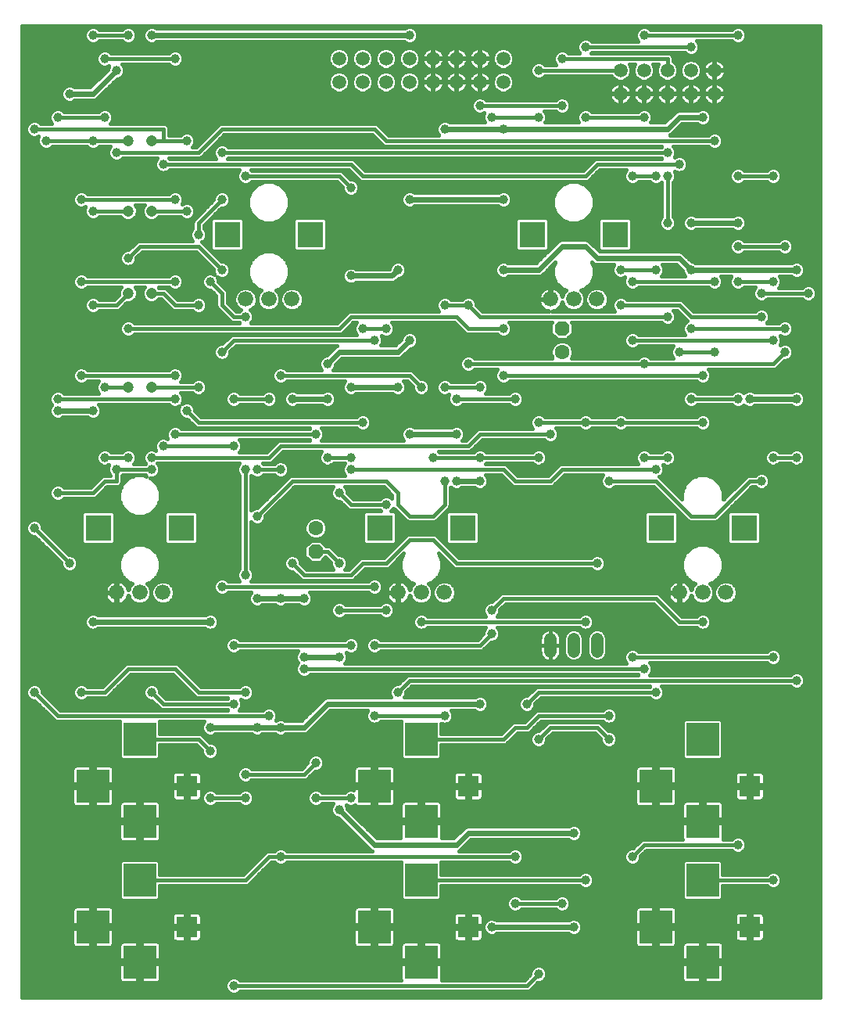
<source format=gbl>
G75*
%MOIN*%
%OFA0B0*%
%FSLAX25Y25*%
%IPPOS*%
%LPD*%
%AMOC8*
5,1,8,0,0,1.08239X$1,22.5*
%
%ADD10C,0.06600*%
%ADD11R,0.11024X0.11024*%
%ADD12C,0.05200*%
%ADD13R,0.09000X0.09000*%
%ADD14R,0.14000X0.14000*%
%ADD15C,0.05937*%
%ADD16OC8,0.06300*%
%ADD17C,0.06300*%
%ADD18C,0.03962*%
%ADD19C,0.01600*%
%ADD20C,0.04750*%
%ADD21C,0.16598*%
%ADD22C,0.02400*%
D10*
X0071957Y0194241D03*
X0081800Y0194241D03*
X0091643Y0194241D03*
X0191957Y0194241D03*
X0201800Y0194241D03*
X0211643Y0194241D03*
X0311957Y0194241D03*
X0321800Y0194241D03*
X0331643Y0194241D03*
X0276643Y0319241D03*
X0266800Y0319241D03*
X0256957Y0319241D03*
X0146643Y0319241D03*
X0136800Y0319241D03*
X0126957Y0319241D03*
D11*
X0119083Y0346800D03*
X0154517Y0346800D03*
X0249083Y0346800D03*
X0284517Y0346800D03*
X0304083Y0221800D03*
X0339517Y0221800D03*
X0219517Y0221800D03*
X0184083Y0221800D03*
X0099517Y0221800D03*
X0064083Y0221800D03*
D12*
X0256800Y0174400D02*
X0256800Y0169200D01*
X0266800Y0169200D02*
X0266800Y0174400D01*
X0276800Y0174400D02*
X0276800Y0169200D01*
D13*
X0221800Y0111800D03*
X0221800Y0051800D03*
X0101800Y0051800D03*
X0101800Y0111800D03*
X0341800Y0111800D03*
X0341800Y0051800D03*
D14*
X0321800Y0036800D03*
X0301800Y0051800D03*
X0321800Y0071800D03*
X0321800Y0096800D03*
X0301800Y0111800D03*
X0321800Y0131800D03*
X0201800Y0131800D03*
X0181800Y0111800D03*
X0201800Y0096800D03*
X0201800Y0071800D03*
X0181800Y0051800D03*
X0201800Y0036800D03*
X0081800Y0036800D03*
X0061800Y0051800D03*
X0081800Y0071800D03*
X0081800Y0096800D03*
X0061800Y0111800D03*
X0081800Y0131800D03*
D15*
X0286800Y0406800D03*
X0286800Y0416800D03*
X0296800Y0416800D03*
X0296800Y0406800D03*
X0306800Y0406800D03*
X0306800Y0416800D03*
X0316800Y0416800D03*
X0316800Y0406800D03*
X0326800Y0406800D03*
X0326800Y0416800D03*
X0236800Y0411800D03*
X0236800Y0421800D03*
X0226800Y0421800D03*
X0226800Y0411800D03*
X0216800Y0411800D03*
X0216800Y0421800D03*
X0206800Y0421800D03*
X0206800Y0411800D03*
X0196800Y0411800D03*
X0196800Y0421800D03*
X0186800Y0421800D03*
X0186800Y0411800D03*
X0176800Y0411800D03*
X0176800Y0421800D03*
X0166800Y0421800D03*
X0166800Y0411800D03*
D16*
X0261800Y0306800D03*
X0156800Y0211800D03*
D17*
X0156800Y0221800D03*
X0261800Y0296800D03*
D18*
X0276800Y0276800D03*
X0271800Y0266800D03*
X0266800Y0256800D03*
X0256800Y0261800D03*
X0251800Y0266800D03*
X0241800Y0276800D03*
X0236800Y0286800D03*
X0226800Y0281800D03*
X0221800Y0291800D03*
X0211800Y0281800D03*
X0216800Y0276800D03*
X0216800Y0261800D03*
X0206800Y0251800D03*
X0211800Y0241800D03*
X0216800Y0241800D03*
X0226800Y0241800D03*
X0226800Y0251800D03*
X0236800Y0231800D03*
X0246800Y0221800D03*
X0256800Y0211800D03*
X0246800Y0196800D03*
X0236800Y0211800D03*
X0231800Y0196800D03*
X0231800Y0186800D03*
X0231800Y0176800D03*
X0226800Y0146800D03*
X0211800Y0141800D03*
X0191800Y0151800D03*
X0181800Y0141800D03*
X0171800Y0136800D03*
X0176800Y0156800D03*
X0166800Y0166800D03*
X0171800Y0171800D03*
X0166800Y0176800D03*
X0166800Y0186800D03*
X0151800Y0191800D03*
X0141800Y0191800D03*
X0131800Y0191800D03*
X0126800Y0201800D03*
X0121800Y0206800D03*
X0116800Y0196800D03*
X0111800Y0181800D03*
X0116800Y0171800D03*
X0121800Y0171800D03*
X0126800Y0151800D03*
X0121800Y0146800D03*
X0111800Y0136800D03*
X0111800Y0126800D03*
X0101800Y0136800D03*
X0086800Y0151800D03*
X0101800Y0171800D03*
X0101800Y0191800D03*
X0131800Y0226800D03*
X0141800Y0226800D03*
X0151800Y0236800D03*
X0151800Y0246800D03*
X0141800Y0246800D03*
X0131800Y0246800D03*
X0126800Y0246800D03*
X0121800Y0256800D03*
X0131800Y0256800D03*
X0121800Y0271800D03*
X0121800Y0276800D03*
X0111800Y0276800D03*
X0106800Y0281800D03*
X0096800Y0276800D03*
X0101800Y0271800D03*
X0096800Y0261800D03*
X0091800Y0256800D03*
X0086800Y0251800D03*
X0086800Y0246800D03*
X0081800Y0251800D03*
X0076800Y0251800D03*
X0071800Y0246800D03*
X0066800Y0246800D03*
X0066800Y0251800D03*
X0061800Y0271800D03*
X0071800Y0271800D03*
X0081800Y0271800D03*
X0066800Y0281800D03*
X0061800Y0281800D03*
X0056800Y0286800D03*
X0046800Y0276800D03*
X0046800Y0271800D03*
X0046800Y0236800D03*
X0051800Y0231800D03*
X0051800Y0216800D03*
X0051800Y0206800D03*
X0046800Y0201800D03*
X0036800Y0191800D03*
X0046800Y0181800D03*
X0056800Y0171800D03*
X0061800Y0181800D03*
X0066800Y0161800D03*
X0056800Y0151800D03*
X0036800Y0151800D03*
X0036800Y0141800D03*
X0046800Y0126800D03*
X0036800Y0111800D03*
X0036800Y0091800D03*
X0036800Y0071800D03*
X0036800Y0051800D03*
X0061800Y0086800D03*
X0111800Y0106800D03*
X0116800Y0096800D03*
X0126800Y0106800D03*
X0131800Y0111800D03*
X0126800Y0116800D03*
X0121800Y0111800D03*
X0131800Y0136800D03*
X0136800Y0141800D03*
X0141800Y0136800D03*
X0146800Y0146800D03*
X0151800Y0161800D03*
X0151800Y0166800D03*
X0181800Y0171800D03*
X0191800Y0181800D03*
X0186800Y0186800D03*
X0181800Y0196800D03*
X0181800Y0211800D03*
X0166800Y0206800D03*
X0146800Y0206800D03*
X0121800Y0231800D03*
X0106800Y0246800D03*
X0096800Y0241800D03*
X0131800Y0281800D03*
X0136800Y0276800D03*
X0141800Y0286800D03*
X0146800Y0276800D03*
X0156800Y0281800D03*
X0161800Y0276800D03*
X0166800Y0271800D03*
X0171800Y0281800D03*
X0161800Y0291800D03*
X0176800Y0306800D03*
X0181800Y0301800D03*
X0186800Y0306800D03*
X0196800Y0301800D03*
X0191800Y0281800D03*
X0201800Y0281800D03*
X0196800Y0261800D03*
X0176800Y0266800D03*
X0171800Y0251800D03*
X0171800Y0246800D03*
X0166800Y0236800D03*
X0161800Y0251800D03*
X0156800Y0261800D03*
X0181800Y0236800D03*
X0186800Y0231800D03*
X0201800Y0181800D03*
X0196800Y0166800D03*
X0156800Y0121800D03*
X0151800Y0111800D03*
X0156800Y0106800D03*
X0166800Y0101800D03*
X0171800Y0106800D03*
X0166800Y0091800D03*
X0181800Y0071800D03*
X0151800Y0066800D03*
X0141800Y0081800D03*
X0131800Y0066800D03*
X0116800Y0076800D03*
X0131800Y0041800D03*
X0121800Y0026800D03*
X0151800Y0041800D03*
X0231800Y0051800D03*
X0241800Y0061800D03*
X0246800Y0056800D03*
X0246800Y0066800D03*
X0241800Y0081800D03*
X0236800Y0101800D03*
X0251800Y0131800D03*
X0246800Y0146800D03*
X0256800Y0146800D03*
X0266800Y0126800D03*
X0276800Y0111800D03*
X0286800Y0111800D03*
X0281800Y0131800D03*
X0286800Y0136800D03*
X0281800Y0141800D03*
X0291800Y0146800D03*
X0301800Y0151800D03*
X0296800Y0161800D03*
X0291800Y0166800D03*
X0306800Y0176800D03*
X0321800Y0181800D03*
X0351800Y0186800D03*
X0366800Y0196800D03*
X0351800Y0211800D03*
X0366800Y0221800D03*
X0346800Y0241800D03*
X0351800Y0251800D03*
X0361800Y0251800D03*
X0361800Y0276800D03*
X0356800Y0296800D03*
X0351800Y0301800D03*
X0356800Y0306800D03*
X0351800Y0316800D03*
X0346800Y0311800D03*
X0346800Y0321800D03*
X0351800Y0326800D03*
X0361800Y0331800D03*
X0356800Y0341800D03*
X0366800Y0321800D03*
X0336800Y0326800D03*
X0331800Y0321800D03*
X0326800Y0326800D03*
X0316800Y0331800D03*
X0306800Y0331800D03*
X0301800Y0331800D03*
X0291800Y0326800D03*
X0286800Y0331800D03*
X0286800Y0316800D03*
X0291800Y0301800D03*
X0296800Y0296800D03*
X0296800Y0291800D03*
X0311800Y0296800D03*
X0316800Y0306800D03*
X0306800Y0311800D03*
X0301800Y0321800D03*
X0306800Y0351800D03*
X0316800Y0351800D03*
X0306800Y0371800D03*
X0301800Y0371800D03*
X0291800Y0371800D03*
X0281800Y0371800D03*
X0271800Y0396800D03*
X0261800Y0401800D03*
X0256800Y0406800D03*
X0251800Y0396800D03*
X0236800Y0391800D03*
X0231800Y0396800D03*
X0226800Y0401800D03*
X0211800Y0391800D03*
X0196800Y0361800D03*
X0201800Y0351800D03*
X0216800Y0356800D03*
X0216800Y0336800D03*
X0201800Y0331800D03*
X0191800Y0331800D03*
X0181800Y0336800D03*
X0171800Y0329241D03*
X0161800Y0316800D03*
X0141800Y0311800D03*
X0131800Y0311800D03*
X0126800Y0311800D03*
X0116800Y0296800D03*
X0106800Y0316800D03*
X0111800Y0326800D03*
X0116800Y0331800D03*
X0106800Y0346800D03*
X0101800Y0356800D03*
X0096800Y0351800D03*
X0096800Y0361800D03*
X0091800Y0376800D03*
X0081800Y0371800D03*
X0071800Y0381800D03*
X0061800Y0386800D03*
X0066800Y0396800D03*
X0071800Y0406800D03*
X0071800Y0416800D03*
X0066800Y0421800D03*
X0061800Y0431800D03*
X0076800Y0431800D03*
X0086800Y0431800D03*
X0096800Y0421800D03*
X0106800Y0406800D03*
X0116800Y0396800D03*
X0126800Y0406800D03*
X0136800Y0416800D03*
X0141800Y0396800D03*
X0131800Y0386800D03*
X0126800Y0371800D03*
X0116800Y0381800D03*
X0101800Y0386800D03*
X0116800Y0361800D03*
X0096800Y0326800D03*
X0086800Y0336800D03*
X0076800Y0336800D03*
X0066800Y0351800D03*
X0061800Y0356800D03*
X0056800Y0361800D03*
X0051800Y0346800D03*
X0056800Y0326800D03*
X0056800Y0316800D03*
X0061800Y0316800D03*
X0051800Y0306800D03*
X0076800Y0306800D03*
X0086800Y0301800D03*
X0096800Y0286800D03*
X0036800Y0221800D03*
X0036800Y0166800D03*
X0181800Y0356800D03*
X0171800Y0366800D03*
X0181800Y0376800D03*
X0171800Y0386800D03*
X0161800Y0396800D03*
X0181800Y0396800D03*
X0196800Y0431800D03*
X0251800Y0416800D03*
X0256800Y0426800D03*
X0261800Y0421800D03*
X0271800Y0426800D03*
X0296800Y0431800D03*
X0316800Y0426800D03*
X0336800Y0431800D03*
X0361800Y0401800D03*
X0361800Y0381800D03*
X0351800Y0371800D03*
X0336800Y0371800D03*
X0326800Y0386800D03*
X0321800Y0396800D03*
X0306800Y0381800D03*
X0311800Y0376800D03*
X0296800Y0396800D03*
X0336800Y0351800D03*
X0336800Y0341800D03*
X0326800Y0296800D03*
X0321800Y0286800D03*
X0316800Y0276800D03*
X0321800Y0266800D03*
X0306800Y0256800D03*
X0306800Y0251800D03*
X0301800Y0246800D03*
X0296800Y0251800D03*
X0286800Y0266800D03*
X0281800Y0256800D03*
X0281800Y0241800D03*
X0281800Y0221800D03*
X0276800Y0206800D03*
X0266800Y0196800D03*
X0271800Y0181800D03*
X0256800Y0231800D03*
X0251800Y0251800D03*
X0236800Y0306800D03*
X0246800Y0321800D03*
X0236800Y0331800D03*
X0221800Y0316800D03*
X0211800Y0316800D03*
X0236800Y0361800D03*
X0256800Y0376800D03*
X0336800Y0276800D03*
X0341800Y0276800D03*
X0351800Y0166800D03*
X0361800Y0156800D03*
X0361800Y0141800D03*
X0361800Y0116800D03*
X0361800Y0096800D03*
X0351800Y0071800D03*
X0361800Y0066800D03*
X0336800Y0086800D03*
X0291800Y0081800D03*
X0271800Y0071800D03*
X0261800Y0061800D03*
X0266800Y0051800D03*
X0281800Y0051800D03*
X0281800Y0031800D03*
X0251800Y0031800D03*
X0246800Y0041800D03*
X0266800Y0091800D03*
X0051800Y0381800D03*
X0041800Y0386800D03*
X0036800Y0391800D03*
X0046800Y0396800D03*
X0051800Y0406800D03*
X0116800Y0416800D03*
D19*
X0031600Y0435701D02*
X0031600Y0021600D01*
X0371921Y0021600D01*
X0371921Y0435701D01*
X0031600Y0435701D01*
X0031600Y0435610D02*
X0371921Y0435610D01*
X0371921Y0434011D02*
X0339653Y0434011D01*
X0339836Y0433829D02*
X0338829Y0434836D01*
X0337512Y0435381D01*
X0336088Y0435381D01*
X0334771Y0434836D01*
X0334136Y0434200D01*
X0299464Y0434200D01*
X0298829Y0434836D01*
X0297512Y0435381D01*
X0296088Y0435381D01*
X0294771Y0434836D01*
X0293764Y0433829D01*
X0293219Y0432512D01*
X0293219Y0431088D01*
X0293764Y0429771D01*
X0294336Y0429200D01*
X0274464Y0429200D01*
X0273829Y0429836D01*
X0272512Y0430381D01*
X0271088Y0430381D01*
X0269771Y0429836D01*
X0268764Y0428829D01*
X0268219Y0427512D01*
X0268219Y0426088D01*
X0268764Y0424771D01*
X0269336Y0424200D01*
X0264464Y0424200D01*
X0263829Y0424836D01*
X0262512Y0425381D01*
X0261088Y0425381D01*
X0259771Y0424836D01*
X0258764Y0423829D01*
X0258219Y0422512D01*
X0258219Y0421088D01*
X0258764Y0419771D01*
X0259336Y0419200D01*
X0254464Y0419200D01*
X0253829Y0419836D01*
X0252512Y0420381D01*
X0251088Y0420381D01*
X0249771Y0419836D01*
X0248764Y0418829D01*
X0248219Y0417512D01*
X0248219Y0416088D01*
X0248764Y0414771D01*
X0249771Y0413764D01*
X0251088Y0413219D01*
X0252512Y0413219D01*
X0253829Y0413764D01*
X0254464Y0414400D01*
X0282849Y0414400D01*
X0282927Y0414212D01*
X0284212Y0412927D01*
X0285891Y0412231D01*
X0287709Y0412231D01*
X0289388Y0412927D01*
X0290673Y0414212D01*
X0291368Y0415891D01*
X0291368Y0417709D01*
X0290673Y0419388D01*
X0290661Y0419400D01*
X0292939Y0419400D01*
X0292927Y0419388D01*
X0292231Y0417709D01*
X0292231Y0415891D01*
X0292927Y0414212D01*
X0294212Y0412927D01*
X0295891Y0412231D01*
X0297709Y0412231D01*
X0299388Y0412927D01*
X0300673Y0414212D01*
X0301368Y0415891D01*
X0301368Y0417709D01*
X0300673Y0419388D01*
X0300661Y0419400D01*
X0302939Y0419400D01*
X0302927Y0419388D01*
X0302231Y0417709D01*
X0302231Y0415891D01*
X0302927Y0414212D01*
X0304212Y0412927D01*
X0305891Y0412231D01*
X0307709Y0412231D01*
X0309388Y0412927D01*
X0310673Y0414212D01*
X0311368Y0415891D01*
X0311368Y0417709D01*
X0310673Y0419388D01*
X0309388Y0420673D01*
X0309200Y0420751D01*
X0309200Y0422277D01*
X0308835Y0423159D01*
X0308159Y0423835D01*
X0307277Y0424200D01*
X0274264Y0424200D01*
X0274464Y0424400D01*
X0314136Y0424400D01*
X0314771Y0423764D01*
X0316088Y0423219D01*
X0317512Y0423219D01*
X0318829Y0423764D01*
X0319836Y0424771D01*
X0320381Y0426088D01*
X0320381Y0427512D01*
X0319836Y0428829D01*
X0319264Y0429400D01*
X0334136Y0429400D01*
X0334771Y0428764D01*
X0336088Y0428219D01*
X0337512Y0428219D01*
X0338829Y0428764D01*
X0339836Y0429771D01*
X0340381Y0431088D01*
X0340381Y0432512D01*
X0339836Y0433829D01*
X0340381Y0432413D02*
X0371921Y0432413D01*
X0371921Y0430814D02*
X0340268Y0430814D01*
X0339280Y0429216D02*
X0371921Y0429216D01*
X0371921Y0427617D02*
X0320338Y0427617D01*
X0320353Y0426019D02*
X0371921Y0426019D01*
X0371921Y0424420D02*
X0319485Y0424420D01*
X0318059Y0421223D02*
X0324983Y0421223D01*
X0324970Y0421219D02*
X0324301Y0420878D01*
X0323694Y0420437D01*
X0323163Y0419906D01*
X0322722Y0419299D01*
X0322381Y0418630D01*
X0322149Y0417917D01*
X0322031Y0417175D01*
X0322031Y0416984D01*
X0326616Y0416984D01*
X0326616Y0416616D01*
X0326984Y0416616D01*
X0326984Y0412031D01*
X0327175Y0412031D01*
X0327917Y0412149D01*
X0328630Y0412381D01*
X0329299Y0412722D01*
X0329906Y0413163D01*
X0330437Y0413694D01*
X0330878Y0414301D01*
X0331219Y0414970D01*
X0331451Y0415683D01*
X0331568Y0416425D01*
X0331568Y0416616D01*
X0326984Y0416616D01*
X0326984Y0416984D01*
X0331568Y0416984D01*
X0331568Y0417175D01*
X0331451Y0417917D01*
X0331219Y0418630D01*
X0330878Y0419299D01*
X0330437Y0419906D01*
X0329906Y0420437D01*
X0329299Y0420878D01*
X0328630Y0421219D01*
X0327917Y0421451D01*
X0327175Y0421568D01*
X0326984Y0421568D01*
X0326984Y0416984D01*
X0326616Y0416984D01*
X0326616Y0421568D01*
X0326425Y0421568D01*
X0325683Y0421451D01*
X0324970Y0421219D01*
X0326616Y0421223D02*
X0326984Y0421223D01*
X0326984Y0419625D02*
X0326616Y0419625D01*
X0326616Y0418026D02*
X0326984Y0418026D01*
X0326616Y0416616D02*
X0322031Y0416616D01*
X0322031Y0416425D01*
X0322149Y0415683D01*
X0322381Y0414970D01*
X0322722Y0414301D01*
X0323163Y0413694D01*
X0323694Y0413163D01*
X0324301Y0412722D01*
X0324970Y0412381D01*
X0325683Y0412149D01*
X0326425Y0412031D01*
X0326616Y0412031D01*
X0326616Y0416616D01*
X0326616Y0416428D02*
X0326984Y0416428D01*
X0326984Y0414829D02*
X0326616Y0414829D01*
X0326616Y0413231D02*
X0326984Y0413231D01*
X0326984Y0411568D02*
X0327175Y0411568D01*
X0327917Y0411451D01*
X0328630Y0411219D01*
X0329299Y0410878D01*
X0329906Y0410437D01*
X0330437Y0409906D01*
X0330878Y0409299D01*
X0331219Y0408630D01*
X0331451Y0407917D01*
X0331568Y0407175D01*
X0331568Y0406984D01*
X0326984Y0406984D01*
X0326984Y0406616D01*
X0326984Y0402031D01*
X0327175Y0402031D01*
X0327917Y0402149D01*
X0328630Y0402381D01*
X0329299Y0402722D01*
X0329906Y0403163D01*
X0330437Y0403694D01*
X0330878Y0404301D01*
X0331219Y0404970D01*
X0331451Y0405683D01*
X0331568Y0406425D01*
X0331568Y0406616D01*
X0326984Y0406616D01*
X0326616Y0406616D01*
X0326616Y0402031D01*
X0326425Y0402031D01*
X0325683Y0402149D01*
X0324970Y0402381D01*
X0324301Y0402722D01*
X0323694Y0403163D01*
X0323163Y0403694D01*
X0322722Y0404301D01*
X0322381Y0404970D01*
X0322149Y0405683D01*
X0322031Y0406425D01*
X0322031Y0406616D01*
X0326616Y0406616D01*
X0326616Y0406984D01*
X0322031Y0406984D01*
X0322031Y0407175D01*
X0322149Y0407917D01*
X0322381Y0408630D01*
X0322722Y0409299D01*
X0323163Y0409906D01*
X0323694Y0410437D01*
X0324301Y0410878D01*
X0324970Y0411219D01*
X0325683Y0411451D01*
X0326425Y0411568D01*
X0326616Y0411568D01*
X0326616Y0406984D01*
X0326984Y0406984D01*
X0326984Y0411568D01*
X0326984Y0410034D02*
X0326616Y0410034D01*
X0326616Y0408435D02*
X0326984Y0408435D01*
X0326984Y0406837D02*
X0371921Y0406837D01*
X0371921Y0408435D02*
X0331283Y0408435D01*
X0330310Y0410034D02*
X0371921Y0410034D01*
X0371921Y0411632D02*
X0241368Y0411632D01*
X0241368Y0410891D02*
X0240673Y0409212D01*
X0239388Y0407927D01*
X0237709Y0407231D01*
X0235891Y0407231D01*
X0234212Y0407927D01*
X0232927Y0409212D01*
X0232231Y0410891D01*
X0232231Y0412709D01*
X0232927Y0414388D01*
X0234212Y0415673D01*
X0235891Y0416368D01*
X0237709Y0416368D01*
X0239388Y0415673D01*
X0240673Y0414388D01*
X0241368Y0412709D01*
X0241368Y0410891D01*
X0241013Y0410034D02*
X0283290Y0410034D01*
X0283163Y0409906D02*
X0282722Y0409299D01*
X0282381Y0408630D01*
X0282149Y0407917D01*
X0282031Y0407175D01*
X0282031Y0406984D01*
X0286616Y0406984D01*
X0286616Y0406616D01*
X0286984Y0406616D01*
X0286984Y0402031D01*
X0287175Y0402031D01*
X0287917Y0402149D01*
X0288630Y0402381D01*
X0289299Y0402722D01*
X0289906Y0403163D01*
X0290437Y0403694D01*
X0290878Y0404301D01*
X0291219Y0404970D01*
X0291451Y0405683D01*
X0291568Y0406425D01*
X0291568Y0406616D01*
X0286984Y0406616D01*
X0286984Y0406984D01*
X0291568Y0406984D01*
X0291568Y0407175D01*
X0291451Y0407917D01*
X0291219Y0408630D01*
X0290878Y0409299D01*
X0290437Y0409906D01*
X0289906Y0410437D01*
X0289299Y0410878D01*
X0288630Y0411219D01*
X0287917Y0411451D01*
X0287175Y0411568D01*
X0286984Y0411568D01*
X0286984Y0406984D01*
X0286616Y0406984D01*
X0286616Y0411568D01*
X0286425Y0411568D01*
X0285683Y0411451D01*
X0284970Y0411219D01*
X0284301Y0410878D01*
X0283694Y0410437D01*
X0283163Y0409906D01*
X0282317Y0408435D02*
X0239896Y0408435D01*
X0241152Y0413231D02*
X0251059Y0413231D01*
X0252541Y0413231D02*
X0283908Y0413231D01*
X0286616Y0410034D02*
X0286984Y0410034D01*
X0286984Y0408435D02*
X0286616Y0408435D01*
X0286616Y0406837D02*
X0065797Y0406837D01*
X0067395Y0408435D02*
X0163704Y0408435D01*
X0164212Y0407927D02*
X0162927Y0409212D01*
X0162231Y0410891D01*
X0162231Y0412709D01*
X0162927Y0414388D01*
X0164212Y0415673D01*
X0165891Y0416368D01*
X0167709Y0416368D01*
X0169388Y0415673D01*
X0170673Y0414388D01*
X0171368Y0412709D01*
X0171368Y0410891D01*
X0170673Y0409212D01*
X0169388Y0407927D01*
X0167709Y0407231D01*
X0165891Y0407231D01*
X0164212Y0407927D01*
X0162587Y0410034D02*
X0068994Y0410034D01*
X0070592Y0411632D02*
X0162231Y0411632D01*
X0162448Y0413231D02*
X0072541Y0413231D01*
X0072512Y0413219D02*
X0073829Y0413764D01*
X0074836Y0414771D01*
X0075381Y0416088D01*
X0075381Y0417512D01*
X0074836Y0418829D01*
X0074264Y0419400D01*
X0094136Y0419400D01*
X0094771Y0418764D01*
X0096088Y0418219D01*
X0097512Y0418219D01*
X0098829Y0418764D01*
X0099836Y0419771D01*
X0100381Y0421088D01*
X0100381Y0422512D01*
X0099836Y0423829D01*
X0098829Y0424836D01*
X0097512Y0425381D01*
X0096088Y0425381D01*
X0094771Y0424836D01*
X0094136Y0424200D01*
X0069464Y0424200D01*
X0068829Y0424836D01*
X0067512Y0425381D01*
X0066088Y0425381D01*
X0064771Y0424836D01*
X0063764Y0423829D01*
X0063219Y0422512D01*
X0063219Y0421088D01*
X0063764Y0419771D01*
X0064771Y0418764D01*
X0066088Y0418219D01*
X0067512Y0418219D01*
X0068719Y0418719D01*
X0068219Y0417512D01*
X0068219Y0417179D01*
X0060640Y0409600D01*
X0054064Y0409600D01*
X0053829Y0409836D01*
X0052512Y0410381D01*
X0051088Y0410381D01*
X0049771Y0409836D01*
X0048764Y0408829D01*
X0048219Y0407512D01*
X0048219Y0406088D01*
X0048764Y0404771D01*
X0049771Y0403764D01*
X0051088Y0403219D01*
X0052512Y0403219D01*
X0053829Y0403764D01*
X0054064Y0404000D01*
X0062357Y0404000D01*
X0063386Y0404426D01*
X0072179Y0413219D01*
X0072512Y0413219D01*
X0074860Y0414829D02*
X0163368Y0414829D01*
X0164212Y0417927D02*
X0165891Y0417231D01*
X0167709Y0417231D01*
X0169388Y0417927D01*
X0170673Y0419212D01*
X0171368Y0420891D01*
X0171368Y0422709D01*
X0170673Y0424388D01*
X0169388Y0425673D01*
X0167709Y0426368D01*
X0165891Y0426368D01*
X0164212Y0425673D01*
X0162927Y0424388D01*
X0162231Y0422709D01*
X0162231Y0420891D01*
X0162927Y0419212D01*
X0164212Y0417927D01*
X0164113Y0418026D02*
X0075168Y0418026D01*
X0075381Y0416428D02*
X0205612Y0416428D01*
X0205683Y0416451D02*
X0204970Y0416219D01*
X0204301Y0415878D01*
X0203694Y0415437D01*
X0203163Y0414906D01*
X0202722Y0414299D01*
X0202381Y0413630D01*
X0202149Y0412917D01*
X0202031Y0412175D01*
X0202031Y0411984D01*
X0206616Y0411984D01*
X0206616Y0411616D01*
X0206984Y0411616D01*
X0206984Y0407031D01*
X0207175Y0407031D01*
X0207917Y0407149D01*
X0208630Y0407381D01*
X0209299Y0407722D01*
X0209906Y0408163D01*
X0210437Y0408694D01*
X0210878Y0409301D01*
X0211219Y0409970D01*
X0211451Y0410683D01*
X0211568Y0411425D01*
X0211568Y0411616D01*
X0206984Y0411616D01*
X0206984Y0411984D01*
X0211568Y0411984D01*
X0211568Y0412175D01*
X0211451Y0412917D01*
X0211219Y0413630D01*
X0210878Y0414299D01*
X0210437Y0414906D01*
X0209906Y0415437D01*
X0209299Y0415878D01*
X0208630Y0416219D01*
X0207917Y0416451D01*
X0207175Y0416568D01*
X0206984Y0416568D01*
X0206984Y0411984D01*
X0206616Y0411984D01*
X0206616Y0416568D01*
X0206425Y0416568D01*
X0205683Y0416451D01*
X0205683Y0417149D02*
X0206425Y0417031D01*
X0206616Y0417031D01*
X0206616Y0421616D01*
X0206984Y0421616D01*
X0206984Y0417031D01*
X0207175Y0417031D01*
X0207917Y0417149D01*
X0208630Y0417381D01*
X0209299Y0417722D01*
X0209906Y0418163D01*
X0210437Y0418694D01*
X0210878Y0419301D01*
X0211219Y0419970D01*
X0211451Y0420683D01*
X0211568Y0421425D01*
X0211568Y0421616D01*
X0206984Y0421616D01*
X0206984Y0421984D01*
X0211568Y0421984D01*
X0211568Y0422175D01*
X0211451Y0422917D01*
X0211219Y0423630D01*
X0210878Y0424299D01*
X0210437Y0424906D01*
X0209906Y0425437D01*
X0209299Y0425878D01*
X0208630Y0426219D01*
X0207917Y0426451D01*
X0207175Y0426568D01*
X0206984Y0426568D01*
X0206984Y0421984D01*
X0206616Y0421984D01*
X0206616Y0421616D01*
X0202031Y0421616D01*
X0202031Y0421425D01*
X0202149Y0420683D01*
X0202381Y0419970D01*
X0202722Y0419301D01*
X0203163Y0418694D01*
X0203694Y0418163D01*
X0204301Y0417722D01*
X0204970Y0417381D01*
X0205683Y0417149D01*
X0206616Y0416428D02*
X0206984Y0416428D01*
X0207988Y0416428D02*
X0215612Y0416428D01*
X0215683Y0416451D02*
X0214970Y0416219D01*
X0214301Y0415878D01*
X0213694Y0415437D01*
X0213163Y0414906D01*
X0212722Y0414299D01*
X0212381Y0413630D01*
X0212149Y0412917D01*
X0212031Y0412175D01*
X0212031Y0411984D01*
X0216616Y0411984D01*
X0216616Y0411616D01*
X0216984Y0411616D01*
X0216984Y0407031D01*
X0217175Y0407031D01*
X0217917Y0407149D01*
X0218630Y0407381D01*
X0219299Y0407722D01*
X0219906Y0408163D01*
X0220437Y0408694D01*
X0220878Y0409301D01*
X0221219Y0409970D01*
X0221451Y0410683D01*
X0221568Y0411425D01*
X0221568Y0411616D01*
X0216984Y0411616D01*
X0216984Y0411984D01*
X0221568Y0411984D01*
X0221568Y0412175D01*
X0221451Y0412917D01*
X0221219Y0413630D01*
X0220878Y0414299D01*
X0220437Y0414906D01*
X0219906Y0415437D01*
X0219299Y0415878D01*
X0218630Y0416219D01*
X0217917Y0416451D01*
X0217175Y0416568D01*
X0216984Y0416568D01*
X0216984Y0411984D01*
X0216616Y0411984D01*
X0216616Y0416568D01*
X0216425Y0416568D01*
X0215683Y0416451D01*
X0215683Y0417149D02*
X0216425Y0417031D01*
X0216616Y0417031D01*
X0216616Y0421616D01*
X0216984Y0421616D01*
X0216984Y0417031D01*
X0217175Y0417031D01*
X0217917Y0417149D01*
X0218630Y0417381D01*
X0219299Y0417722D01*
X0219906Y0418163D01*
X0220437Y0418694D01*
X0220878Y0419301D01*
X0221219Y0419970D01*
X0221451Y0420683D01*
X0221568Y0421425D01*
X0221568Y0421616D01*
X0216984Y0421616D01*
X0216984Y0421984D01*
X0221568Y0421984D01*
X0221568Y0422175D01*
X0221451Y0422917D01*
X0221219Y0423630D01*
X0220878Y0424299D01*
X0220437Y0424906D01*
X0219906Y0425437D01*
X0219299Y0425878D01*
X0218630Y0426219D01*
X0217917Y0426451D01*
X0217175Y0426568D01*
X0216984Y0426568D01*
X0216984Y0421984D01*
X0216616Y0421984D01*
X0216616Y0421616D01*
X0212031Y0421616D01*
X0212031Y0421425D01*
X0212149Y0420683D01*
X0212381Y0419970D01*
X0212722Y0419301D01*
X0213163Y0418694D01*
X0213694Y0418163D01*
X0214301Y0417722D01*
X0214970Y0417381D01*
X0215683Y0417149D01*
X0216616Y0416428D02*
X0216984Y0416428D01*
X0217988Y0416428D02*
X0225612Y0416428D01*
X0225683Y0416451D02*
X0224970Y0416219D01*
X0224301Y0415878D01*
X0223694Y0415437D01*
X0223163Y0414906D01*
X0222722Y0414299D01*
X0222381Y0413630D01*
X0222149Y0412917D01*
X0222031Y0412175D01*
X0222031Y0411984D01*
X0226616Y0411984D01*
X0226616Y0411616D01*
X0226984Y0411616D01*
X0226984Y0407031D01*
X0227175Y0407031D01*
X0227917Y0407149D01*
X0228630Y0407381D01*
X0229299Y0407722D01*
X0229906Y0408163D01*
X0230437Y0408694D01*
X0230878Y0409301D01*
X0231219Y0409970D01*
X0231451Y0410683D01*
X0231568Y0411425D01*
X0231568Y0411616D01*
X0226984Y0411616D01*
X0226984Y0411984D01*
X0231568Y0411984D01*
X0231568Y0412175D01*
X0231451Y0412917D01*
X0231219Y0413630D01*
X0230878Y0414299D01*
X0230437Y0414906D01*
X0229906Y0415437D01*
X0229299Y0415878D01*
X0228630Y0416219D01*
X0227917Y0416451D01*
X0227175Y0416568D01*
X0226984Y0416568D01*
X0226984Y0411984D01*
X0226616Y0411984D01*
X0226616Y0416568D01*
X0226425Y0416568D01*
X0225683Y0416451D01*
X0225683Y0417149D02*
X0226425Y0417031D01*
X0226616Y0417031D01*
X0226616Y0421616D01*
X0226984Y0421616D01*
X0226984Y0417031D01*
X0227175Y0417031D01*
X0227917Y0417149D01*
X0228630Y0417381D01*
X0229299Y0417722D01*
X0229906Y0418163D01*
X0230437Y0418694D01*
X0230878Y0419301D01*
X0231219Y0419970D01*
X0231451Y0420683D01*
X0231568Y0421425D01*
X0231568Y0421616D01*
X0226984Y0421616D01*
X0226984Y0421984D01*
X0231568Y0421984D01*
X0231568Y0422175D01*
X0231451Y0422917D01*
X0231219Y0423630D01*
X0230878Y0424299D01*
X0230437Y0424906D01*
X0229906Y0425437D01*
X0229299Y0425878D01*
X0228630Y0426219D01*
X0227917Y0426451D01*
X0227175Y0426568D01*
X0226984Y0426568D01*
X0226984Y0421984D01*
X0226616Y0421984D01*
X0226616Y0421616D01*
X0222031Y0421616D01*
X0222031Y0421425D01*
X0222149Y0420683D01*
X0222381Y0419970D01*
X0222722Y0419301D01*
X0223163Y0418694D01*
X0223694Y0418163D01*
X0224301Y0417722D01*
X0224970Y0417381D01*
X0225683Y0417149D01*
X0226616Y0416428D02*
X0226984Y0416428D01*
X0227988Y0416428D02*
X0248219Y0416428D01*
X0248432Y0418026D02*
X0239487Y0418026D01*
X0239388Y0417927D02*
X0240673Y0419212D01*
X0241368Y0420891D01*
X0241368Y0422709D01*
X0240673Y0424388D01*
X0239388Y0425673D01*
X0237709Y0426368D01*
X0235891Y0426368D01*
X0234212Y0425673D01*
X0232927Y0424388D01*
X0232231Y0422709D01*
X0232231Y0420891D01*
X0232927Y0419212D01*
X0234212Y0417927D01*
X0235891Y0417231D01*
X0237709Y0417231D01*
X0239388Y0417927D01*
X0240844Y0419625D02*
X0249560Y0419625D01*
X0251800Y0416800D02*
X0286800Y0416800D01*
X0290929Y0414829D02*
X0292671Y0414829D01*
X0292231Y0416428D02*
X0291368Y0416428D01*
X0291237Y0418026D02*
X0292363Y0418026D01*
X0293908Y0413231D02*
X0289692Y0413231D01*
X0290310Y0410034D02*
X0293290Y0410034D01*
X0293163Y0409906D02*
X0292722Y0409299D01*
X0292381Y0408630D01*
X0292149Y0407917D01*
X0292031Y0407175D01*
X0292031Y0406984D01*
X0296616Y0406984D01*
X0296616Y0406616D01*
X0296984Y0406616D01*
X0296984Y0402031D01*
X0297175Y0402031D01*
X0297917Y0402149D01*
X0298630Y0402381D01*
X0299299Y0402722D01*
X0299906Y0403163D01*
X0300437Y0403694D01*
X0300878Y0404301D01*
X0301219Y0404970D01*
X0301451Y0405683D01*
X0301568Y0406425D01*
X0301568Y0406616D01*
X0296984Y0406616D01*
X0296984Y0406984D01*
X0301568Y0406984D01*
X0301568Y0407175D01*
X0301451Y0407917D01*
X0301219Y0408630D01*
X0300878Y0409299D01*
X0300437Y0409906D01*
X0299906Y0410437D01*
X0299299Y0410878D01*
X0298630Y0411219D01*
X0297917Y0411451D01*
X0297175Y0411568D01*
X0296984Y0411568D01*
X0296984Y0406984D01*
X0296616Y0406984D01*
X0296616Y0411568D01*
X0296425Y0411568D01*
X0295683Y0411451D01*
X0294970Y0411219D01*
X0294301Y0410878D01*
X0293694Y0410437D01*
X0293163Y0409906D01*
X0292317Y0408435D02*
X0291283Y0408435D01*
X0292031Y0406616D02*
X0292031Y0406425D01*
X0292149Y0405683D01*
X0292381Y0404970D01*
X0292722Y0404301D01*
X0293163Y0403694D01*
X0293694Y0403163D01*
X0294301Y0402722D01*
X0294970Y0402381D01*
X0295683Y0402149D01*
X0296425Y0402031D01*
X0296616Y0402031D01*
X0296616Y0406616D01*
X0292031Y0406616D01*
X0292294Y0405238D02*
X0291306Y0405238D01*
X0290383Y0403640D02*
X0293217Y0403640D01*
X0296616Y0403640D02*
X0296984Y0403640D01*
X0296984Y0405238D02*
X0296616Y0405238D01*
X0296616Y0406837D02*
X0286984Y0406837D01*
X0286616Y0406616D02*
X0286616Y0402031D01*
X0286425Y0402031D01*
X0285683Y0402149D01*
X0284970Y0402381D01*
X0284301Y0402722D01*
X0283694Y0403163D01*
X0283163Y0403694D01*
X0282722Y0404301D01*
X0282381Y0404970D01*
X0282149Y0405683D01*
X0282031Y0406425D01*
X0282031Y0406616D01*
X0286616Y0406616D01*
X0286616Y0405238D02*
X0286984Y0405238D01*
X0286984Y0403640D02*
X0286616Y0403640D01*
X0286616Y0402041D02*
X0286984Y0402041D01*
X0287237Y0402041D02*
X0296363Y0402041D01*
X0296616Y0402041D02*
X0296984Y0402041D01*
X0297237Y0402041D02*
X0306363Y0402041D01*
X0306425Y0402031D02*
X0306616Y0402031D01*
X0306616Y0406616D01*
X0306984Y0406616D01*
X0306984Y0402031D01*
X0307175Y0402031D01*
X0307917Y0402149D01*
X0308630Y0402381D01*
X0309299Y0402722D01*
X0309906Y0403163D01*
X0310437Y0403694D01*
X0310878Y0404301D01*
X0311219Y0404970D01*
X0311451Y0405683D01*
X0311568Y0406425D01*
X0311568Y0406616D01*
X0306984Y0406616D01*
X0306984Y0406984D01*
X0311568Y0406984D01*
X0311568Y0407175D01*
X0311451Y0407917D01*
X0311219Y0408630D01*
X0310878Y0409299D01*
X0310437Y0409906D01*
X0309906Y0410437D01*
X0309299Y0410878D01*
X0308630Y0411219D01*
X0307917Y0411451D01*
X0307175Y0411568D01*
X0306984Y0411568D01*
X0306984Y0406984D01*
X0306616Y0406984D01*
X0306616Y0406616D01*
X0302031Y0406616D01*
X0302031Y0406425D01*
X0302149Y0405683D01*
X0302381Y0404970D01*
X0302722Y0404301D01*
X0303163Y0403694D01*
X0303694Y0403163D01*
X0304301Y0402722D01*
X0304970Y0402381D01*
X0305683Y0402149D01*
X0306425Y0402031D01*
X0306616Y0402041D02*
X0306984Y0402041D01*
X0307237Y0402041D02*
X0316363Y0402041D01*
X0316425Y0402031D02*
X0316616Y0402031D01*
X0316616Y0406616D01*
X0316984Y0406616D01*
X0316984Y0402031D01*
X0317175Y0402031D01*
X0317917Y0402149D01*
X0318630Y0402381D01*
X0319299Y0402722D01*
X0319906Y0403163D01*
X0320437Y0403694D01*
X0320878Y0404301D01*
X0321219Y0404970D01*
X0321451Y0405683D01*
X0321568Y0406425D01*
X0321568Y0406616D01*
X0316984Y0406616D01*
X0316984Y0406984D01*
X0321568Y0406984D01*
X0321568Y0407175D01*
X0321451Y0407917D01*
X0321219Y0408630D01*
X0320878Y0409299D01*
X0320437Y0409906D01*
X0319906Y0410437D01*
X0319299Y0410878D01*
X0318630Y0411219D01*
X0317917Y0411451D01*
X0317175Y0411568D01*
X0316984Y0411568D01*
X0316984Y0406984D01*
X0316616Y0406984D01*
X0316616Y0406616D01*
X0312031Y0406616D01*
X0312031Y0406425D01*
X0312149Y0405683D01*
X0312381Y0404970D01*
X0312722Y0404301D01*
X0313163Y0403694D01*
X0313694Y0403163D01*
X0314301Y0402722D01*
X0314970Y0402381D01*
X0315683Y0402149D01*
X0316425Y0402031D01*
X0316616Y0402041D02*
X0316984Y0402041D01*
X0317237Y0402041D02*
X0326363Y0402041D01*
X0326616Y0402041D02*
X0326984Y0402041D01*
X0327237Y0402041D02*
X0371921Y0402041D01*
X0371921Y0400443D02*
X0265114Y0400443D01*
X0265381Y0401088D02*
X0265381Y0402512D01*
X0264836Y0403829D01*
X0263829Y0404836D01*
X0262512Y0405381D01*
X0261088Y0405381D01*
X0259771Y0404836D01*
X0259136Y0404200D01*
X0229464Y0404200D01*
X0228829Y0404836D01*
X0227512Y0405381D01*
X0226088Y0405381D01*
X0224771Y0404836D01*
X0223764Y0403829D01*
X0223219Y0402512D01*
X0223219Y0401088D01*
X0223764Y0399771D01*
X0224771Y0398764D01*
X0226088Y0398219D01*
X0227512Y0398219D01*
X0228719Y0398719D01*
X0228219Y0397512D01*
X0228219Y0396088D01*
X0228764Y0394771D01*
X0228936Y0394600D01*
X0214064Y0394600D01*
X0213829Y0394836D01*
X0212512Y0395381D01*
X0211088Y0395381D01*
X0209771Y0394836D01*
X0208764Y0393829D01*
X0208219Y0392512D01*
X0208219Y0391088D01*
X0208764Y0389771D01*
X0209336Y0389200D01*
X0187794Y0389200D01*
X0183159Y0393835D01*
X0182277Y0394200D01*
X0116323Y0394200D01*
X0115441Y0393835D01*
X0114765Y0393159D01*
X0105806Y0384200D01*
X0104264Y0384200D01*
X0104836Y0384771D01*
X0105381Y0386088D01*
X0105381Y0387512D01*
X0104836Y0388829D01*
X0103829Y0389836D01*
X0102512Y0390381D01*
X0101088Y0390381D01*
X0099771Y0389836D01*
X0099136Y0389200D01*
X0094200Y0389200D01*
X0094200Y0392277D01*
X0093835Y0393159D01*
X0093159Y0393835D01*
X0092277Y0394200D01*
X0069264Y0394200D01*
X0069836Y0394771D01*
X0070381Y0396088D01*
X0070381Y0397512D01*
X0069836Y0398829D01*
X0068829Y0399836D01*
X0067512Y0400381D01*
X0066088Y0400381D01*
X0064771Y0399836D01*
X0064136Y0399200D01*
X0049464Y0399200D01*
X0048829Y0399836D01*
X0047512Y0400381D01*
X0046088Y0400381D01*
X0044771Y0399836D01*
X0043764Y0398829D01*
X0043219Y0397512D01*
X0043219Y0396088D01*
X0043764Y0394771D01*
X0044336Y0394200D01*
X0039464Y0394200D01*
X0038829Y0394836D01*
X0037512Y0395381D01*
X0036088Y0395381D01*
X0034771Y0394836D01*
X0033764Y0393829D01*
X0033219Y0392512D01*
X0033219Y0391088D01*
X0033764Y0389771D01*
X0034771Y0388764D01*
X0036088Y0388219D01*
X0037512Y0388219D01*
X0038719Y0388719D01*
X0038219Y0387512D01*
X0038219Y0386088D01*
X0038764Y0384771D01*
X0039771Y0383764D01*
X0041088Y0383219D01*
X0042512Y0383219D01*
X0043829Y0383764D01*
X0044464Y0384400D01*
X0059136Y0384400D01*
X0059771Y0383764D01*
X0061088Y0383219D01*
X0062512Y0383219D01*
X0063829Y0383764D01*
X0064464Y0384400D01*
X0069336Y0384400D01*
X0068764Y0383829D01*
X0068219Y0382512D01*
X0068219Y0381088D01*
X0068764Y0379771D01*
X0069771Y0378764D01*
X0071088Y0378219D01*
X0072512Y0378219D01*
X0073829Y0378764D01*
X0074464Y0379400D01*
X0089336Y0379400D01*
X0088764Y0378829D01*
X0088219Y0377512D01*
X0088219Y0376088D01*
X0088764Y0374771D01*
X0089771Y0373764D01*
X0091088Y0373219D01*
X0092512Y0373219D01*
X0093829Y0373764D01*
X0094464Y0374400D01*
X0124336Y0374400D01*
X0123764Y0373829D01*
X0123219Y0372512D01*
X0123219Y0371088D01*
X0123764Y0369771D01*
X0124771Y0368764D01*
X0126088Y0368219D01*
X0127512Y0368219D01*
X0128829Y0368764D01*
X0129464Y0369400D01*
X0165806Y0369400D01*
X0168219Y0366987D01*
X0168219Y0366088D01*
X0168764Y0364771D01*
X0169771Y0363764D01*
X0171088Y0363219D01*
X0172512Y0363219D01*
X0173829Y0363764D01*
X0174836Y0364771D01*
X0175381Y0366088D01*
X0175381Y0367512D01*
X0174836Y0368829D01*
X0173829Y0369836D01*
X0172512Y0370381D01*
X0171613Y0370381D01*
X0168159Y0373835D01*
X0167277Y0374200D01*
X0129464Y0374200D01*
X0129264Y0374400D01*
X0170806Y0374400D01*
X0174765Y0370441D01*
X0175441Y0369765D01*
X0176323Y0369400D01*
X0272277Y0369400D01*
X0273159Y0369765D01*
X0277794Y0374400D01*
X0289336Y0374400D01*
X0288764Y0373829D01*
X0288219Y0372512D01*
X0288219Y0371088D01*
X0288764Y0369771D01*
X0289771Y0368764D01*
X0291088Y0368219D01*
X0292512Y0368219D01*
X0293829Y0368764D01*
X0294464Y0369400D01*
X0299136Y0369400D01*
X0299771Y0368764D01*
X0301088Y0368219D01*
X0302512Y0368219D01*
X0303829Y0368764D01*
X0304300Y0369236D01*
X0304400Y0369136D01*
X0304400Y0354464D01*
X0303764Y0353829D01*
X0303219Y0352512D01*
X0303219Y0351088D01*
X0303764Y0349771D01*
X0304771Y0348764D01*
X0306088Y0348219D01*
X0307512Y0348219D01*
X0308829Y0348764D01*
X0309836Y0349771D01*
X0310381Y0351088D01*
X0310381Y0352512D01*
X0309836Y0353829D01*
X0309200Y0354464D01*
X0309200Y0369136D01*
X0309836Y0369771D01*
X0310381Y0371088D01*
X0310381Y0372512D01*
X0309881Y0373719D01*
X0311088Y0373219D01*
X0312512Y0373219D01*
X0313829Y0373764D01*
X0314836Y0374771D01*
X0315381Y0376088D01*
X0315381Y0377512D01*
X0314836Y0378829D01*
X0313829Y0379836D01*
X0312512Y0380381D01*
X0311088Y0380381D01*
X0309881Y0379881D01*
X0310381Y0381088D01*
X0310381Y0382512D01*
X0309836Y0383829D01*
X0309264Y0384400D01*
X0324136Y0384400D01*
X0324771Y0383764D01*
X0326088Y0383219D01*
X0327512Y0383219D01*
X0328829Y0383764D01*
X0329836Y0384771D01*
X0330381Y0386088D01*
X0330381Y0387512D01*
X0329836Y0388829D01*
X0328829Y0389836D01*
X0327512Y0390381D01*
X0326088Y0390381D01*
X0324771Y0389836D01*
X0324136Y0389200D01*
X0307840Y0389200D01*
X0308386Y0389426D01*
X0312960Y0394000D01*
X0319536Y0394000D01*
X0319771Y0393764D01*
X0321088Y0393219D01*
X0322512Y0393219D01*
X0323829Y0393764D01*
X0324836Y0394771D01*
X0325381Y0396088D01*
X0325381Y0397512D01*
X0324836Y0398829D01*
X0323829Y0399836D01*
X0322512Y0400381D01*
X0321088Y0400381D01*
X0319771Y0399836D01*
X0319536Y0399600D01*
X0311243Y0399600D01*
X0310214Y0399174D01*
X0309426Y0398386D01*
X0305640Y0394600D01*
X0299664Y0394600D01*
X0299836Y0394771D01*
X0300381Y0396088D01*
X0300381Y0397512D01*
X0299836Y0398829D01*
X0298829Y0399836D01*
X0297512Y0400381D01*
X0296088Y0400381D01*
X0294771Y0399836D01*
X0294136Y0399200D01*
X0274464Y0399200D01*
X0273829Y0399836D01*
X0272512Y0400381D01*
X0271088Y0400381D01*
X0269771Y0399836D01*
X0268764Y0398829D01*
X0268219Y0397512D01*
X0268219Y0396088D01*
X0268764Y0394771D01*
X0268936Y0394600D01*
X0254664Y0394600D01*
X0254836Y0394771D01*
X0255381Y0396088D01*
X0255381Y0397512D01*
X0254836Y0398829D01*
X0254264Y0399400D01*
X0259136Y0399400D01*
X0259771Y0398764D01*
X0261088Y0398219D01*
X0262512Y0398219D01*
X0263829Y0398764D01*
X0264836Y0399771D01*
X0265381Y0401088D01*
X0265381Y0402041D02*
X0286363Y0402041D01*
X0283217Y0403640D02*
X0264914Y0403640D01*
X0262857Y0405238D02*
X0282294Y0405238D01*
X0271800Y0396800D02*
X0296800Y0396800D01*
X0300199Y0395647D02*
X0306687Y0395647D01*
X0308286Y0397246D02*
X0300381Y0397246D01*
X0299820Y0398844D02*
X0309884Y0398844D01*
X0310383Y0403640D02*
X0313217Y0403640D01*
X0312294Y0405238D02*
X0311306Y0405238D01*
X0312031Y0406984D02*
X0316616Y0406984D01*
X0316616Y0411568D01*
X0316425Y0411568D01*
X0315683Y0411451D01*
X0314970Y0411219D01*
X0314301Y0410878D01*
X0313694Y0410437D01*
X0313163Y0409906D01*
X0312722Y0409299D01*
X0312381Y0408630D01*
X0312149Y0407917D01*
X0312031Y0407175D01*
X0312031Y0406984D01*
X0312317Y0408435D02*
X0311283Y0408435D01*
X0310310Y0410034D02*
X0313290Y0410034D01*
X0314212Y0412927D02*
X0315891Y0412231D01*
X0317709Y0412231D01*
X0319388Y0412927D01*
X0320673Y0414212D01*
X0321368Y0415891D01*
X0321368Y0417709D01*
X0320673Y0419388D01*
X0319388Y0420673D01*
X0317709Y0421368D01*
X0315891Y0421368D01*
X0314212Y0420673D01*
X0312927Y0419388D01*
X0312231Y0417709D01*
X0312231Y0415891D01*
X0312927Y0414212D01*
X0314212Y0412927D01*
X0313908Y0413231D02*
X0309692Y0413231D01*
X0310929Y0414829D02*
X0312671Y0414829D01*
X0312231Y0416428D02*
X0311368Y0416428D01*
X0311237Y0418026D02*
X0312363Y0418026D01*
X0313164Y0419625D02*
X0310436Y0419625D01*
X0309200Y0421223D02*
X0315541Y0421223D01*
X0320436Y0419625D02*
X0322958Y0419625D01*
X0322185Y0418026D02*
X0321237Y0418026D01*
X0321368Y0416428D02*
X0322031Y0416428D01*
X0322452Y0414829D02*
X0320929Y0414829D01*
X0319692Y0413231D02*
X0323626Y0413231D01*
X0323290Y0410034D02*
X0320310Y0410034D01*
X0321283Y0408435D02*
X0322317Y0408435D01*
X0322294Y0405238D02*
X0321306Y0405238D01*
X0320383Y0403640D02*
X0323217Y0403640D01*
X0326616Y0403640D02*
X0326984Y0403640D01*
X0326984Y0405238D02*
X0326616Y0405238D01*
X0326616Y0406837D02*
X0316984Y0406837D01*
X0316616Y0406837D02*
X0306984Y0406837D01*
X0306616Y0406837D02*
X0296984Y0406837D01*
X0296984Y0408435D02*
X0296616Y0408435D01*
X0296616Y0410034D02*
X0296984Y0410034D01*
X0300310Y0410034D02*
X0303290Y0410034D01*
X0303163Y0409906D02*
X0302722Y0409299D01*
X0302381Y0408630D01*
X0302149Y0407917D01*
X0302031Y0407175D01*
X0302031Y0406984D01*
X0306616Y0406984D01*
X0306616Y0411568D01*
X0306425Y0411568D01*
X0305683Y0411451D01*
X0304970Y0411219D01*
X0304301Y0410878D01*
X0303694Y0410437D01*
X0303163Y0409906D01*
X0302317Y0408435D02*
X0301283Y0408435D01*
X0301306Y0405238D02*
X0302294Y0405238D01*
X0303217Y0403640D02*
X0300383Y0403640D01*
X0306616Y0403640D02*
X0306984Y0403640D01*
X0306984Y0405238D02*
X0306616Y0405238D01*
X0306616Y0408435D02*
X0306984Y0408435D01*
X0306984Y0410034D02*
X0306616Y0410034D01*
X0303908Y0413231D02*
X0299692Y0413231D01*
X0300929Y0414829D02*
X0302671Y0414829D01*
X0302231Y0416428D02*
X0301368Y0416428D01*
X0301237Y0418026D02*
X0302363Y0418026D01*
X0306800Y0416800D02*
X0306800Y0421800D01*
X0261800Y0421800D01*
X0259356Y0424420D02*
X0240640Y0424420D01*
X0241322Y0422822D02*
X0258347Y0422822D01*
X0258219Y0421223D02*
X0241368Y0421223D01*
X0238553Y0426019D02*
X0268247Y0426019D01*
X0268262Y0427617D02*
X0031600Y0427617D01*
X0031600Y0426019D02*
X0165047Y0426019D01*
X0162960Y0424420D02*
X0099244Y0424420D01*
X0100253Y0422822D02*
X0162278Y0422822D01*
X0162231Y0421223D02*
X0100381Y0421223D01*
X0099689Y0419625D02*
X0162756Y0419625D01*
X0168553Y0426019D02*
X0175047Y0426019D01*
X0174212Y0425673D02*
X0172927Y0424388D01*
X0172231Y0422709D01*
X0172231Y0420891D01*
X0172927Y0419212D01*
X0174212Y0417927D01*
X0175891Y0417231D01*
X0177709Y0417231D01*
X0179388Y0417927D01*
X0180673Y0419212D01*
X0181368Y0420891D01*
X0181368Y0422709D01*
X0180673Y0424388D01*
X0179388Y0425673D01*
X0177709Y0426368D01*
X0175891Y0426368D01*
X0174212Y0425673D01*
X0172960Y0424420D02*
X0170640Y0424420D01*
X0171322Y0422822D02*
X0172278Y0422822D01*
X0172231Y0421223D02*
X0171368Y0421223D01*
X0170844Y0419625D02*
X0172756Y0419625D01*
X0174113Y0418026D02*
X0169487Y0418026D01*
X0170232Y0414829D02*
X0173368Y0414829D01*
X0172927Y0414388D02*
X0172231Y0412709D01*
X0172231Y0410891D01*
X0172927Y0409212D01*
X0174212Y0407927D01*
X0175891Y0407231D01*
X0177709Y0407231D01*
X0179388Y0407927D01*
X0180673Y0409212D01*
X0181368Y0410891D01*
X0181368Y0412709D01*
X0180673Y0414388D01*
X0179388Y0415673D01*
X0177709Y0416368D01*
X0175891Y0416368D01*
X0174212Y0415673D01*
X0172927Y0414388D01*
X0172448Y0413231D02*
X0171152Y0413231D01*
X0171368Y0411632D02*
X0172231Y0411632D01*
X0172587Y0410034D02*
X0171013Y0410034D01*
X0169896Y0408435D02*
X0173704Y0408435D01*
X0179896Y0408435D02*
X0183704Y0408435D01*
X0184212Y0407927D02*
X0182927Y0409212D01*
X0182231Y0410891D01*
X0182231Y0412709D01*
X0182927Y0414388D01*
X0184212Y0415673D01*
X0185891Y0416368D01*
X0187709Y0416368D01*
X0189388Y0415673D01*
X0190673Y0414388D01*
X0191368Y0412709D01*
X0191368Y0410891D01*
X0190673Y0409212D01*
X0189388Y0407927D01*
X0187709Y0407231D01*
X0185891Y0407231D01*
X0184212Y0407927D01*
X0182587Y0410034D02*
X0181013Y0410034D01*
X0181368Y0411632D02*
X0182231Y0411632D01*
X0182448Y0413231D02*
X0181152Y0413231D01*
X0180232Y0414829D02*
X0183368Y0414829D01*
X0184212Y0417927D02*
X0182927Y0419212D01*
X0182231Y0420891D01*
X0182231Y0422709D01*
X0182927Y0424388D01*
X0184212Y0425673D01*
X0185891Y0426368D01*
X0187709Y0426368D01*
X0189388Y0425673D01*
X0190673Y0424388D01*
X0191368Y0422709D01*
X0191368Y0420891D01*
X0190673Y0419212D01*
X0189388Y0417927D01*
X0187709Y0417231D01*
X0185891Y0417231D01*
X0184212Y0417927D01*
X0184113Y0418026D02*
X0179487Y0418026D01*
X0180844Y0419625D02*
X0182756Y0419625D01*
X0182231Y0421223D02*
X0181368Y0421223D01*
X0181322Y0422822D02*
X0182278Y0422822D01*
X0182960Y0424420D02*
X0180640Y0424420D01*
X0178553Y0426019D02*
X0185047Y0426019D01*
X0188553Y0426019D02*
X0195047Y0426019D01*
X0194212Y0425673D02*
X0192927Y0424388D01*
X0192231Y0422709D01*
X0192231Y0420891D01*
X0192927Y0419212D01*
X0194212Y0417927D01*
X0195891Y0417231D01*
X0197709Y0417231D01*
X0199388Y0417927D01*
X0200673Y0419212D01*
X0201368Y0420891D01*
X0201368Y0422709D01*
X0200673Y0424388D01*
X0199388Y0425673D01*
X0197709Y0426368D01*
X0195891Y0426368D01*
X0194212Y0425673D01*
X0192960Y0424420D02*
X0190640Y0424420D01*
X0191322Y0422822D02*
X0192278Y0422822D01*
X0192231Y0421223D02*
X0191368Y0421223D01*
X0190844Y0419625D02*
X0192756Y0419625D01*
X0194113Y0418026D02*
X0189487Y0418026D01*
X0190232Y0414829D02*
X0193368Y0414829D01*
X0192927Y0414388D02*
X0192231Y0412709D01*
X0192231Y0410891D01*
X0192927Y0409212D01*
X0194212Y0407927D01*
X0195891Y0407231D01*
X0197709Y0407231D01*
X0199388Y0407927D01*
X0200673Y0409212D01*
X0201368Y0410891D01*
X0201368Y0412709D01*
X0200673Y0414388D01*
X0199388Y0415673D01*
X0197709Y0416368D01*
X0195891Y0416368D01*
X0194212Y0415673D01*
X0192927Y0414388D01*
X0192448Y0413231D02*
X0191152Y0413231D01*
X0191368Y0411632D02*
X0192231Y0411632D01*
X0192587Y0410034D02*
X0191013Y0410034D01*
X0189896Y0408435D02*
X0193704Y0408435D01*
X0199896Y0408435D02*
X0203421Y0408435D01*
X0203163Y0408694D02*
X0203694Y0408163D01*
X0204301Y0407722D01*
X0204970Y0407381D01*
X0205683Y0407149D01*
X0206425Y0407031D01*
X0206616Y0407031D01*
X0206616Y0411616D01*
X0202031Y0411616D01*
X0202031Y0411425D01*
X0202149Y0410683D01*
X0202381Y0409970D01*
X0202722Y0409301D01*
X0203163Y0408694D01*
X0202360Y0410034D02*
X0201013Y0410034D01*
X0201368Y0411632D02*
X0206616Y0411632D01*
X0206984Y0411632D02*
X0216616Y0411632D01*
X0216616Y0411616D02*
X0212031Y0411616D01*
X0212031Y0411425D01*
X0212149Y0410683D01*
X0212381Y0409970D01*
X0212722Y0409301D01*
X0213163Y0408694D01*
X0213694Y0408163D01*
X0214301Y0407722D01*
X0214970Y0407381D01*
X0215683Y0407149D01*
X0216425Y0407031D01*
X0216616Y0407031D01*
X0216616Y0411616D01*
X0216984Y0411632D02*
X0226616Y0411632D01*
X0226616Y0411616D02*
X0222031Y0411616D01*
X0222031Y0411425D01*
X0222149Y0410683D01*
X0222381Y0409970D01*
X0222722Y0409301D01*
X0223163Y0408694D01*
X0223694Y0408163D01*
X0224301Y0407722D01*
X0224970Y0407381D01*
X0225683Y0407149D01*
X0226425Y0407031D01*
X0226616Y0407031D01*
X0226616Y0411616D01*
X0226984Y0411632D02*
X0232231Y0411632D01*
X0232448Y0413231D02*
X0231349Y0413231D01*
X0230493Y0414829D02*
X0233368Y0414829D01*
X0234113Y0418026D02*
X0229719Y0418026D01*
X0231044Y0419625D02*
X0232756Y0419625D01*
X0232231Y0421223D02*
X0231537Y0421223D01*
X0231466Y0422822D02*
X0232278Y0422822D01*
X0232960Y0424420D02*
X0230790Y0424420D01*
X0229023Y0426019D02*
X0235047Y0426019D01*
X0226984Y0426019D02*
X0226616Y0426019D01*
X0226616Y0426568D02*
X0226616Y0421984D01*
X0222031Y0421984D01*
X0222031Y0422175D01*
X0222149Y0422917D01*
X0222381Y0423630D01*
X0222722Y0424299D01*
X0223163Y0424906D01*
X0223694Y0425437D01*
X0224301Y0425878D01*
X0224970Y0426219D01*
X0225683Y0426451D01*
X0226425Y0426568D01*
X0226616Y0426568D01*
X0224577Y0426019D02*
X0219023Y0426019D01*
X0216984Y0426019D02*
X0216616Y0426019D01*
X0216616Y0426568D02*
X0216616Y0421984D01*
X0212031Y0421984D01*
X0212031Y0422175D01*
X0212149Y0422917D01*
X0212381Y0423630D01*
X0212722Y0424299D01*
X0213163Y0424906D01*
X0213694Y0425437D01*
X0214301Y0425878D01*
X0214970Y0426219D01*
X0215683Y0426451D01*
X0216425Y0426568D01*
X0216616Y0426568D01*
X0214577Y0426019D02*
X0209023Y0426019D01*
X0206984Y0426019D02*
X0206616Y0426019D01*
X0206616Y0426568D02*
X0206616Y0421984D01*
X0202031Y0421984D01*
X0202031Y0422175D01*
X0202149Y0422917D01*
X0202381Y0423630D01*
X0202722Y0424299D01*
X0203163Y0424906D01*
X0203694Y0425437D01*
X0204301Y0425878D01*
X0204970Y0426219D01*
X0205683Y0426451D01*
X0206425Y0426568D01*
X0206616Y0426568D01*
X0204577Y0426019D02*
X0198553Y0426019D01*
X0197512Y0428219D02*
X0198829Y0428764D01*
X0199836Y0429771D01*
X0200381Y0431088D01*
X0200381Y0432512D01*
X0199836Y0433829D01*
X0198829Y0434836D01*
X0197512Y0435381D01*
X0196088Y0435381D01*
X0194771Y0434836D01*
X0194536Y0434600D01*
X0089064Y0434600D01*
X0088829Y0434836D01*
X0087512Y0435381D01*
X0086088Y0435381D01*
X0084771Y0434836D01*
X0083764Y0433829D01*
X0083219Y0432512D01*
X0083219Y0431088D01*
X0083764Y0429771D01*
X0084771Y0428764D01*
X0086088Y0428219D01*
X0087512Y0428219D01*
X0088829Y0428764D01*
X0089064Y0429000D01*
X0194536Y0429000D01*
X0194771Y0428764D01*
X0196088Y0428219D01*
X0197512Y0428219D01*
X0199280Y0429216D02*
X0269151Y0429216D01*
X0271800Y0426800D02*
X0316800Y0426800D01*
X0319448Y0429216D02*
X0334320Y0429216D01*
X0336800Y0431800D02*
X0296800Y0431800D01*
X0294320Y0429216D02*
X0274448Y0429216D01*
X0269115Y0424420D02*
X0264244Y0424420D01*
X0258911Y0419625D02*
X0254040Y0419625D01*
X0248740Y0414829D02*
X0240232Y0414829D01*
X0232587Y0410034D02*
X0231240Y0410034D01*
X0230179Y0408435D02*
X0233704Y0408435D01*
X0227857Y0405238D02*
X0260743Y0405238D01*
X0261800Y0401800D02*
X0226800Y0401800D01*
X0223486Y0400443D02*
X0031600Y0400443D01*
X0031600Y0402041D02*
X0223219Y0402041D01*
X0223686Y0403640D02*
X0053528Y0403640D01*
X0050072Y0403640D02*
X0031600Y0403640D01*
X0031600Y0405238D02*
X0048571Y0405238D01*
X0048219Y0406837D02*
X0031600Y0406837D01*
X0031600Y0408435D02*
X0048601Y0408435D01*
X0050249Y0410034D02*
X0031600Y0410034D01*
X0031600Y0411632D02*
X0062673Y0411632D01*
X0064271Y0413231D02*
X0031600Y0413231D01*
X0031600Y0414829D02*
X0065870Y0414829D01*
X0067468Y0416428D02*
X0031600Y0416428D01*
X0031600Y0418026D02*
X0068432Y0418026D01*
X0066800Y0421800D02*
X0096800Y0421800D01*
X0094356Y0424420D02*
X0069244Y0424420D01*
X0064280Y0429216D02*
X0074320Y0429216D01*
X0074136Y0429400D02*
X0074771Y0428764D01*
X0076088Y0428219D01*
X0077512Y0428219D01*
X0078829Y0428764D01*
X0079836Y0429771D01*
X0080381Y0431088D01*
X0080381Y0432512D01*
X0079836Y0433829D01*
X0078829Y0434836D01*
X0077512Y0435381D01*
X0076088Y0435381D01*
X0074771Y0434836D01*
X0074136Y0434200D01*
X0064464Y0434200D01*
X0063829Y0434836D01*
X0062512Y0435381D01*
X0061088Y0435381D01*
X0059771Y0434836D01*
X0058764Y0433829D01*
X0058219Y0432512D01*
X0058219Y0431088D01*
X0058764Y0429771D01*
X0059771Y0428764D01*
X0061088Y0428219D01*
X0062512Y0428219D01*
X0063829Y0428764D01*
X0064464Y0429400D01*
X0074136Y0429400D01*
X0076800Y0431800D02*
X0061800Y0431800D01*
X0059320Y0429216D02*
X0031600Y0429216D01*
X0031600Y0430814D02*
X0058332Y0430814D01*
X0058219Y0432413D02*
X0031600Y0432413D01*
X0031600Y0434011D02*
X0058947Y0434011D01*
X0064356Y0424420D02*
X0031600Y0424420D01*
X0031600Y0422822D02*
X0063347Y0422822D01*
X0063219Y0421223D02*
X0031600Y0421223D01*
X0031600Y0419625D02*
X0063911Y0419625D01*
X0061074Y0410034D02*
X0053351Y0410034D01*
X0064198Y0405238D02*
X0225743Y0405238D01*
X0226616Y0408435D02*
X0226984Y0408435D01*
X0226984Y0410034D02*
X0226616Y0410034D01*
X0226616Y0413231D02*
X0226984Y0413231D01*
X0226984Y0414829D02*
X0226616Y0414829D01*
X0226616Y0418026D02*
X0226984Y0418026D01*
X0226984Y0419625D02*
X0226616Y0419625D01*
X0226616Y0421223D02*
X0226984Y0421223D01*
X0226984Y0422822D02*
X0226616Y0422822D01*
X0226616Y0424420D02*
X0226984Y0424420D01*
X0222810Y0424420D02*
X0220790Y0424420D01*
X0221466Y0422822D02*
X0222134Y0422822D01*
X0222063Y0421223D02*
X0221537Y0421223D01*
X0221044Y0419625D02*
X0222556Y0419625D01*
X0223881Y0418026D02*
X0219719Y0418026D01*
X0216984Y0418026D02*
X0216616Y0418026D01*
X0216616Y0419625D02*
X0216984Y0419625D01*
X0216984Y0421223D02*
X0216616Y0421223D01*
X0216616Y0422822D02*
X0216984Y0422822D01*
X0216984Y0424420D02*
X0216616Y0424420D01*
X0212810Y0424420D02*
X0210790Y0424420D01*
X0211466Y0422822D02*
X0212134Y0422822D01*
X0212063Y0421223D02*
X0211537Y0421223D01*
X0211044Y0419625D02*
X0212556Y0419625D01*
X0213881Y0418026D02*
X0209719Y0418026D01*
X0206984Y0418026D02*
X0206616Y0418026D01*
X0206616Y0419625D02*
X0206984Y0419625D01*
X0206984Y0421223D02*
X0206616Y0421223D01*
X0206616Y0422822D02*
X0206984Y0422822D01*
X0206984Y0424420D02*
X0206616Y0424420D01*
X0202810Y0424420D02*
X0200640Y0424420D01*
X0201322Y0422822D02*
X0202134Y0422822D01*
X0202063Y0421223D02*
X0201368Y0421223D01*
X0200844Y0419625D02*
X0202556Y0419625D01*
X0203881Y0418026D02*
X0199487Y0418026D01*
X0200232Y0414829D02*
X0203107Y0414829D01*
X0202251Y0413231D02*
X0201152Y0413231D01*
X0206616Y0413231D02*
X0206984Y0413231D01*
X0206984Y0414829D02*
X0206616Y0414829D01*
X0210493Y0414829D02*
X0213107Y0414829D01*
X0212251Y0413231D02*
X0211349Y0413231D01*
X0211240Y0410034D02*
X0212360Y0410034D01*
X0213421Y0408435D02*
X0210179Y0408435D01*
X0206984Y0408435D02*
X0206616Y0408435D01*
X0206616Y0410034D02*
X0206984Y0410034D01*
X0216616Y0410034D02*
X0216984Y0410034D01*
X0216984Y0408435D02*
X0216616Y0408435D01*
X0220179Y0408435D02*
X0223421Y0408435D01*
X0222360Y0410034D02*
X0221240Y0410034D01*
X0221349Y0413231D02*
X0222251Y0413231D01*
X0223107Y0414829D02*
X0220493Y0414829D01*
X0216984Y0414829D02*
X0216616Y0414829D01*
X0216616Y0413231D02*
X0216984Y0413231D01*
X0224691Y0398844D02*
X0069820Y0398844D01*
X0070381Y0397246D02*
X0228219Y0397246D01*
X0228401Y0395647D02*
X0070199Y0395647D01*
X0066800Y0396800D02*
X0046800Y0396800D01*
X0043401Y0395647D02*
X0031600Y0395647D01*
X0031600Y0394049D02*
X0033984Y0394049D01*
X0033219Y0392450D02*
X0031600Y0392450D01*
X0031600Y0390852D02*
X0033317Y0390852D01*
X0034282Y0389253D02*
X0031600Y0389253D01*
X0031600Y0387655D02*
X0038278Y0387655D01*
X0038232Y0386056D02*
X0031600Y0386056D01*
X0031600Y0384458D02*
X0039078Y0384458D01*
X0041800Y0386800D02*
X0061800Y0386800D01*
X0076800Y0386800D01*
X0071800Y0381800D02*
X0106800Y0381800D01*
X0116800Y0391800D01*
X0181800Y0391800D01*
X0186800Y0386800D01*
X0326800Y0386800D01*
X0329411Y0389253D02*
X0371921Y0389253D01*
X0371921Y0387655D02*
X0330322Y0387655D01*
X0330368Y0386056D02*
X0371921Y0386056D01*
X0371921Y0384458D02*
X0329522Y0384458D01*
X0324189Y0389253D02*
X0307968Y0389253D01*
X0309811Y0390852D02*
X0371921Y0390852D01*
X0371921Y0392450D02*
X0311410Y0392450D01*
X0310237Y0382859D02*
X0371921Y0382859D01*
X0371921Y0381261D02*
X0310381Y0381261D01*
X0306800Y0381800D02*
X0116800Y0381800D01*
X0119264Y0379200D02*
X0119464Y0379400D01*
X0304136Y0379400D01*
X0304336Y0379200D01*
X0276323Y0379200D01*
X0275441Y0378835D01*
X0274765Y0378159D01*
X0270806Y0374200D01*
X0177794Y0374200D01*
X0173159Y0378835D01*
X0172277Y0379200D01*
X0119264Y0379200D01*
X0119464Y0384200D02*
X0118829Y0384836D01*
X0117512Y0385381D01*
X0116088Y0385381D01*
X0114771Y0384836D01*
X0113764Y0383829D01*
X0113219Y0382512D01*
X0113219Y0381088D01*
X0113764Y0379771D01*
X0114336Y0379200D01*
X0094464Y0379200D01*
X0094264Y0379400D01*
X0107277Y0379400D01*
X0108159Y0379765D01*
X0117794Y0389400D01*
X0180806Y0389400D01*
X0185441Y0384765D01*
X0186323Y0384400D01*
X0304336Y0384400D01*
X0304136Y0384200D01*
X0119464Y0384200D01*
X0119207Y0384458D02*
X0186184Y0384458D01*
X0184150Y0386056D02*
X0114450Y0386056D01*
X0114393Y0384458D02*
X0112852Y0384458D01*
X0113363Y0382859D02*
X0111253Y0382859D01*
X0109655Y0381261D02*
X0113219Y0381261D01*
X0113873Y0379662D02*
X0107910Y0379662D01*
X0106063Y0384458D02*
X0104522Y0384458D01*
X0105368Y0386056D02*
X0107662Y0386056D01*
X0109261Y0387655D02*
X0105322Y0387655D01*
X0104411Y0389253D02*
X0110859Y0389253D01*
X0112458Y0390852D02*
X0094200Y0390852D01*
X0094200Y0389253D02*
X0099189Y0389253D01*
X0101800Y0386800D02*
X0091800Y0386800D01*
X0091800Y0391800D01*
X0036800Y0391800D01*
X0031600Y0397246D02*
X0043219Y0397246D01*
X0043780Y0398844D02*
X0031600Y0398844D01*
X0031600Y0382859D02*
X0068363Y0382859D01*
X0068219Y0381261D02*
X0031600Y0381261D01*
X0031600Y0379662D02*
X0068873Y0379662D01*
X0058829Y0364836D02*
X0057512Y0365381D01*
X0056088Y0365381D01*
X0054771Y0364836D01*
X0053764Y0363829D01*
X0053219Y0362512D01*
X0053219Y0361088D01*
X0053764Y0359771D01*
X0054771Y0358764D01*
X0056088Y0358219D01*
X0057512Y0358219D01*
X0058719Y0358719D01*
X0058219Y0357512D01*
X0058219Y0356088D01*
X0058764Y0354771D01*
X0059771Y0353764D01*
X0061088Y0353219D01*
X0062512Y0353219D01*
X0063829Y0353764D01*
X0064464Y0354400D01*
X0073579Y0354400D01*
X0074548Y0353430D01*
X0076009Y0352825D01*
X0077591Y0352825D01*
X0079052Y0353430D01*
X0080170Y0354548D01*
X0080775Y0356009D01*
X0080775Y0357591D01*
X0080170Y0359052D01*
X0079821Y0359400D01*
X0083779Y0359400D01*
X0083430Y0359052D01*
X0082825Y0357591D01*
X0082825Y0356009D01*
X0083430Y0354548D01*
X0084548Y0353430D01*
X0086009Y0352825D01*
X0087591Y0352825D01*
X0089052Y0353430D01*
X0090021Y0354400D01*
X0099136Y0354400D01*
X0099771Y0353764D01*
X0101088Y0353219D01*
X0102512Y0353219D01*
X0103829Y0353764D01*
X0104836Y0354771D01*
X0105381Y0356088D01*
X0105381Y0357512D01*
X0104836Y0358829D01*
X0103829Y0359836D01*
X0102512Y0360381D01*
X0101088Y0360381D01*
X0099881Y0359881D01*
X0100381Y0361088D01*
X0100381Y0362512D01*
X0099836Y0363829D01*
X0098829Y0364836D01*
X0097512Y0365381D01*
X0096088Y0365381D01*
X0094771Y0364836D01*
X0094136Y0364200D01*
X0059464Y0364200D01*
X0058829Y0364836D01*
X0057767Y0365275D02*
X0095833Y0365275D01*
X0097767Y0365275D02*
X0115833Y0365275D01*
X0116088Y0365381D02*
X0114771Y0364836D01*
X0113764Y0363829D01*
X0113219Y0362512D01*
X0113219Y0361613D01*
X0104765Y0353159D01*
X0104400Y0352277D01*
X0104400Y0349464D01*
X0103764Y0348829D01*
X0103219Y0347512D01*
X0103219Y0346088D01*
X0103764Y0344771D01*
X0104336Y0344200D01*
X0081323Y0344200D01*
X0080441Y0343835D01*
X0079765Y0343159D01*
X0076987Y0340381D01*
X0076088Y0340381D01*
X0074771Y0339836D01*
X0073764Y0338829D01*
X0073219Y0337512D01*
X0073219Y0336088D01*
X0073764Y0334771D01*
X0074771Y0333764D01*
X0076088Y0333219D01*
X0077512Y0333219D01*
X0078829Y0333764D01*
X0079836Y0334771D01*
X0080381Y0336088D01*
X0080381Y0336987D01*
X0082794Y0339400D01*
X0105806Y0339400D01*
X0113219Y0331987D01*
X0113219Y0331088D01*
X0113719Y0329881D01*
X0112512Y0330381D01*
X0111088Y0330381D01*
X0109771Y0329836D01*
X0108764Y0328829D01*
X0108219Y0327512D01*
X0108219Y0326088D01*
X0108764Y0324771D01*
X0109771Y0323764D01*
X0111088Y0323219D01*
X0111987Y0323219D01*
X0114400Y0320806D01*
X0114400Y0316323D01*
X0114765Y0315441D01*
X0115441Y0314765D01*
X0120441Y0309765D01*
X0121323Y0309400D01*
X0124136Y0309400D01*
X0124336Y0309200D01*
X0079464Y0309200D01*
X0078829Y0309836D01*
X0077512Y0310381D01*
X0076088Y0310381D01*
X0074771Y0309836D01*
X0073764Y0308829D01*
X0073219Y0307512D01*
X0073219Y0306088D01*
X0073764Y0304771D01*
X0074771Y0303764D01*
X0076088Y0303219D01*
X0077512Y0303219D01*
X0078829Y0303764D01*
X0079464Y0304400D01*
X0167277Y0304400D01*
X0168159Y0304765D01*
X0172794Y0309400D01*
X0174336Y0309400D01*
X0173764Y0308829D01*
X0173219Y0307512D01*
X0173219Y0306088D01*
X0173764Y0304771D01*
X0174336Y0304200D01*
X0121323Y0304200D01*
X0120441Y0303835D01*
X0116987Y0300381D01*
X0116088Y0300381D01*
X0114771Y0299836D01*
X0113764Y0298829D01*
X0113219Y0297512D01*
X0113219Y0296088D01*
X0113764Y0294771D01*
X0114771Y0293764D01*
X0116088Y0293219D01*
X0117512Y0293219D01*
X0118829Y0293764D01*
X0119836Y0294771D01*
X0120381Y0296088D01*
X0120381Y0296987D01*
X0122794Y0299400D01*
X0165760Y0299400D01*
X0165214Y0299174D01*
X0161421Y0295381D01*
X0161088Y0295381D01*
X0159771Y0294836D01*
X0158764Y0293829D01*
X0158219Y0292512D01*
X0158219Y0291088D01*
X0158764Y0289771D01*
X0159336Y0289200D01*
X0144464Y0289200D01*
X0143829Y0289836D01*
X0142512Y0290381D01*
X0141088Y0290381D01*
X0139771Y0289836D01*
X0138764Y0288829D01*
X0138219Y0287512D01*
X0138219Y0286088D01*
X0138764Y0284771D01*
X0139771Y0283764D01*
X0141088Y0283219D01*
X0142512Y0283219D01*
X0143829Y0283764D01*
X0144464Y0284400D01*
X0169336Y0284400D01*
X0168764Y0283829D01*
X0168219Y0282512D01*
X0168219Y0281088D01*
X0168764Y0279771D01*
X0169771Y0278764D01*
X0171088Y0278219D01*
X0172512Y0278219D01*
X0173829Y0278764D01*
X0174064Y0279000D01*
X0189536Y0279000D01*
X0189771Y0278764D01*
X0191088Y0278219D01*
X0192512Y0278219D01*
X0193829Y0278764D01*
X0194836Y0279771D01*
X0195381Y0281088D01*
X0195381Y0282512D01*
X0194836Y0283829D01*
X0194264Y0284400D01*
X0195806Y0284400D01*
X0198219Y0281987D01*
X0198219Y0281088D01*
X0198764Y0279771D01*
X0199771Y0278764D01*
X0201088Y0278219D01*
X0202512Y0278219D01*
X0203829Y0278764D01*
X0204836Y0279771D01*
X0205381Y0281088D01*
X0205381Y0282512D01*
X0204836Y0283829D01*
X0203829Y0284836D01*
X0202512Y0285381D01*
X0201613Y0285381D01*
X0198835Y0288159D01*
X0198159Y0288835D01*
X0197277Y0289200D01*
X0164264Y0289200D01*
X0164836Y0289771D01*
X0165381Y0291088D01*
X0165381Y0291421D01*
X0167960Y0294000D01*
X0192357Y0294000D01*
X0193386Y0294426D01*
X0197179Y0298219D01*
X0197512Y0298219D01*
X0198829Y0298764D01*
X0199836Y0299771D01*
X0200381Y0301088D01*
X0200381Y0302512D01*
X0199836Y0303829D01*
X0198829Y0304836D01*
X0197512Y0305381D01*
X0196088Y0305381D01*
X0194771Y0304836D01*
X0193764Y0303829D01*
X0193219Y0302512D01*
X0193219Y0302179D01*
X0190640Y0299600D01*
X0184664Y0299600D01*
X0184836Y0299771D01*
X0185381Y0301088D01*
X0185381Y0302512D01*
X0184881Y0303719D01*
X0186088Y0303219D01*
X0187512Y0303219D01*
X0188829Y0303764D01*
X0189836Y0304771D01*
X0190381Y0306088D01*
X0190381Y0307512D01*
X0189836Y0308829D01*
X0189264Y0309400D01*
X0215806Y0309400D01*
X0219765Y0305441D01*
X0220441Y0304765D01*
X0221323Y0304400D01*
X0234136Y0304400D01*
X0234771Y0303764D01*
X0236088Y0303219D01*
X0237512Y0303219D01*
X0238829Y0303764D01*
X0239836Y0304771D01*
X0240381Y0306088D01*
X0240381Y0307512D01*
X0239836Y0308829D01*
X0239264Y0309400D01*
X0257683Y0309400D01*
X0257050Y0308768D01*
X0257050Y0304832D01*
X0259832Y0302050D01*
X0263768Y0302050D01*
X0266550Y0304832D01*
X0266550Y0308768D01*
X0265917Y0309400D01*
X0304136Y0309400D01*
X0304771Y0308764D01*
X0306088Y0308219D01*
X0307512Y0308219D01*
X0308829Y0308764D01*
X0309836Y0309771D01*
X0310381Y0311088D01*
X0310381Y0312512D01*
X0309836Y0313829D01*
X0309264Y0314400D01*
X0310806Y0314400D01*
X0315195Y0310011D01*
X0314771Y0309836D01*
X0313764Y0308829D01*
X0313219Y0307512D01*
X0313219Y0306088D01*
X0313764Y0304771D01*
X0314336Y0304200D01*
X0294464Y0304200D01*
X0293829Y0304836D01*
X0292512Y0305381D01*
X0291088Y0305381D01*
X0289771Y0304836D01*
X0288764Y0303829D01*
X0288219Y0302512D01*
X0288219Y0301088D01*
X0288764Y0299771D01*
X0289771Y0298764D01*
X0291088Y0298219D01*
X0292512Y0298219D01*
X0293829Y0298764D01*
X0294464Y0299400D01*
X0309336Y0299400D01*
X0308764Y0298829D01*
X0308219Y0297512D01*
X0308219Y0296088D01*
X0308764Y0294771D01*
X0309336Y0294200D01*
X0299464Y0294200D01*
X0298829Y0294836D01*
X0297512Y0295381D01*
X0296088Y0295381D01*
X0294771Y0294836D01*
X0294136Y0294200D01*
X0265864Y0294200D01*
X0266550Y0295855D01*
X0266550Y0297745D01*
X0265827Y0299491D01*
X0264491Y0300827D01*
X0262745Y0301550D01*
X0260855Y0301550D01*
X0259109Y0300827D01*
X0257773Y0299491D01*
X0257050Y0297745D01*
X0257050Y0295855D01*
X0257736Y0294200D01*
X0224464Y0294200D01*
X0223829Y0294836D01*
X0222512Y0295381D01*
X0221088Y0295381D01*
X0219771Y0294836D01*
X0218764Y0293829D01*
X0218219Y0292512D01*
X0218219Y0291088D01*
X0218764Y0289771D01*
X0219771Y0288764D01*
X0221088Y0288219D01*
X0222512Y0288219D01*
X0223829Y0288764D01*
X0224464Y0289400D01*
X0234336Y0289400D01*
X0233764Y0288829D01*
X0233219Y0287512D01*
X0233219Y0286088D01*
X0233764Y0284771D01*
X0234771Y0283764D01*
X0236088Y0283219D01*
X0237512Y0283219D01*
X0238829Y0283764D01*
X0239464Y0284400D01*
X0319136Y0284400D01*
X0319771Y0283764D01*
X0321088Y0283219D01*
X0322512Y0283219D01*
X0323829Y0283764D01*
X0324836Y0284771D01*
X0325381Y0286088D01*
X0325381Y0287512D01*
X0324836Y0288829D01*
X0324264Y0289400D01*
X0352277Y0289400D01*
X0353159Y0289765D01*
X0353835Y0290441D01*
X0356613Y0293219D01*
X0357512Y0293219D01*
X0358829Y0293764D01*
X0359836Y0294771D01*
X0360381Y0296088D01*
X0360381Y0297512D01*
X0359836Y0298829D01*
X0358829Y0299836D01*
X0357512Y0300381D01*
X0356088Y0300381D01*
X0354881Y0299881D01*
X0355381Y0301088D01*
X0355381Y0302512D01*
X0354881Y0303719D01*
X0356088Y0303219D01*
X0357512Y0303219D01*
X0358829Y0303764D01*
X0359836Y0304771D01*
X0360381Y0306088D01*
X0360381Y0307512D01*
X0359836Y0308829D01*
X0358829Y0309836D01*
X0357512Y0310381D01*
X0356088Y0310381D01*
X0354771Y0309836D01*
X0354136Y0309200D01*
X0349264Y0309200D01*
X0349836Y0309771D01*
X0350381Y0311088D01*
X0350381Y0312512D01*
X0349836Y0313829D01*
X0348829Y0314836D01*
X0347512Y0315381D01*
X0346088Y0315381D01*
X0344771Y0314836D01*
X0344136Y0314200D01*
X0317794Y0314200D01*
X0313835Y0318159D01*
X0313159Y0318835D01*
X0312277Y0319200D01*
X0289464Y0319200D01*
X0288829Y0319836D01*
X0287512Y0320381D01*
X0286088Y0320381D01*
X0284771Y0319836D01*
X0283764Y0318829D01*
X0283219Y0317512D01*
X0283219Y0316088D01*
X0283764Y0314771D01*
X0284336Y0314200D01*
X0257732Y0314200D01*
X0258152Y0314267D01*
X0258915Y0314515D01*
X0259630Y0314879D01*
X0260280Y0315351D01*
X0260848Y0315919D01*
X0261319Y0316568D01*
X0261684Y0317283D01*
X0261932Y0318047D01*
X0261948Y0318150D01*
X0262646Y0316465D01*
X0264024Y0315087D01*
X0265825Y0314341D01*
X0267775Y0314341D01*
X0269576Y0315087D01*
X0270954Y0316465D01*
X0271700Y0318266D01*
X0271700Y0320216D01*
X0270954Y0322017D01*
X0270035Y0322935D01*
X0271749Y0323645D01*
X0274207Y0326103D01*
X0275537Y0329314D01*
X0275537Y0332790D01*
X0274608Y0335032D01*
X0275214Y0334426D01*
X0276243Y0334000D01*
X0283936Y0334000D01*
X0283764Y0333829D01*
X0283219Y0332512D01*
X0283219Y0331088D01*
X0283764Y0329771D01*
X0284771Y0328764D01*
X0286088Y0328219D01*
X0287512Y0328219D01*
X0288719Y0328719D01*
X0288219Y0327512D01*
X0288219Y0326088D01*
X0288764Y0324771D01*
X0289771Y0323764D01*
X0291088Y0323219D01*
X0292512Y0323219D01*
X0293829Y0323764D01*
X0294464Y0324400D01*
X0324136Y0324400D01*
X0324771Y0323764D01*
X0326088Y0323219D01*
X0327512Y0323219D01*
X0328829Y0323764D01*
X0329836Y0324771D01*
X0330381Y0326088D01*
X0330381Y0327512D01*
X0329836Y0328829D01*
X0329664Y0329000D01*
X0333936Y0329000D01*
X0333764Y0328829D01*
X0333219Y0327512D01*
X0333219Y0326088D01*
X0333764Y0324771D01*
X0334771Y0323764D01*
X0336088Y0323219D01*
X0337512Y0323219D01*
X0338829Y0323764D01*
X0339464Y0324400D01*
X0344336Y0324400D01*
X0343764Y0323829D01*
X0343219Y0322512D01*
X0343219Y0321088D01*
X0343764Y0319771D01*
X0344771Y0318764D01*
X0346088Y0318219D01*
X0347512Y0318219D01*
X0348829Y0318764D01*
X0349464Y0319400D01*
X0364136Y0319400D01*
X0364771Y0318764D01*
X0366088Y0318219D01*
X0367512Y0318219D01*
X0368829Y0318764D01*
X0369836Y0319771D01*
X0370381Y0321088D01*
X0370381Y0322512D01*
X0369836Y0323829D01*
X0368829Y0324836D01*
X0367512Y0325381D01*
X0366088Y0325381D01*
X0364771Y0324836D01*
X0364136Y0324200D01*
X0354264Y0324200D01*
X0354836Y0324771D01*
X0355381Y0326088D01*
X0355381Y0327512D01*
X0354836Y0328829D01*
X0354664Y0329000D01*
X0359536Y0329000D01*
X0359771Y0328764D01*
X0361088Y0328219D01*
X0362512Y0328219D01*
X0363829Y0328764D01*
X0364836Y0329771D01*
X0365381Y0331088D01*
X0365381Y0332512D01*
X0364836Y0333829D01*
X0363829Y0334836D01*
X0362512Y0335381D01*
X0361088Y0335381D01*
X0359771Y0334836D01*
X0359536Y0334600D01*
X0319064Y0334600D01*
X0318829Y0334836D01*
X0317512Y0335381D01*
X0317179Y0335381D01*
X0313386Y0339174D01*
X0312357Y0339600D01*
X0277960Y0339600D01*
X0273386Y0344174D01*
X0272357Y0344600D01*
X0261243Y0344600D01*
X0260214Y0344174D01*
X0250640Y0334600D01*
X0239064Y0334600D01*
X0238829Y0334836D01*
X0237512Y0335381D01*
X0236088Y0335381D01*
X0234771Y0334836D01*
X0233764Y0333829D01*
X0233219Y0332512D01*
X0233219Y0331088D01*
X0233764Y0329771D01*
X0234771Y0328764D01*
X0236088Y0328219D01*
X0237512Y0328219D01*
X0238829Y0328764D01*
X0239064Y0329000D01*
X0252357Y0329000D01*
X0253386Y0329426D01*
X0254174Y0330214D01*
X0258992Y0335032D01*
X0258063Y0332790D01*
X0258063Y0329314D01*
X0259393Y0326103D01*
X0261851Y0323645D01*
X0263565Y0322935D01*
X0262646Y0322017D01*
X0261948Y0320332D01*
X0261932Y0320435D01*
X0261684Y0321199D01*
X0261319Y0321914D01*
X0260848Y0322563D01*
X0260280Y0323131D01*
X0259630Y0323603D01*
X0258915Y0323967D01*
X0258152Y0324215D01*
X0257359Y0324341D01*
X0257240Y0324341D01*
X0257240Y0319524D01*
X0256675Y0319524D01*
X0256675Y0324341D01*
X0256556Y0324341D01*
X0255763Y0324215D01*
X0255000Y0323967D01*
X0254284Y0323603D01*
X0253635Y0323131D01*
X0253067Y0322563D01*
X0252596Y0321914D01*
X0252231Y0321199D01*
X0251983Y0320435D01*
X0251857Y0319642D01*
X0251857Y0319524D01*
X0256675Y0319524D01*
X0256675Y0318958D01*
X0251857Y0318958D01*
X0251857Y0318840D01*
X0251983Y0318047D01*
X0252231Y0317283D01*
X0252596Y0316568D01*
X0253067Y0315919D01*
X0253635Y0315351D01*
X0254284Y0314879D01*
X0255000Y0314515D01*
X0255763Y0314267D01*
X0256183Y0314200D01*
X0227794Y0314200D01*
X0225381Y0316613D01*
X0225381Y0317512D01*
X0224836Y0318829D01*
X0223829Y0319836D01*
X0222512Y0320381D01*
X0221088Y0320381D01*
X0219771Y0319836D01*
X0219136Y0319200D01*
X0214464Y0319200D01*
X0213829Y0319836D01*
X0212512Y0320381D01*
X0211088Y0320381D01*
X0209771Y0319836D01*
X0208764Y0318829D01*
X0208219Y0317512D01*
X0208219Y0316088D01*
X0208764Y0314771D01*
X0209336Y0314200D01*
X0171323Y0314200D01*
X0170441Y0313835D01*
X0169765Y0313159D01*
X0165806Y0309200D01*
X0129264Y0309200D01*
X0129836Y0309771D01*
X0130381Y0311088D01*
X0130381Y0312512D01*
X0129836Y0313829D01*
X0128916Y0314748D01*
X0129733Y0315087D01*
X0131111Y0316465D01*
X0131857Y0318266D01*
X0131857Y0320216D01*
X0131111Y0322017D01*
X0129733Y0323395D01*
X0127932Y0324141D01*
X0125983Y0324141D01*
X0124182Y0323395D01*
X0122803Y0322017D01*
X0122057Y0320216D01*
X0122057Y0318266D01*
X0122803Y0316465D01*
X0124182Y0315087D01*
X0124780Y0314839D01*
X0124771Y0314836D01*
X0124136Y0314200D01*
X0122794Y0314200D01*
X0119200Y0317794D01*
X0119200Y0322277D01*
X0118835Y0323159D01*
X0115381Y0326613D01*
X0115381Y0327512D01*
X0114881Y0328719D01*
X0116088Y0328219D01*
X0117512Y0328219D01*
X0118829Y0328764D01*
X0119836Y0329771D01*
X0120381Y0331088D01*
X0120381Y0332512D01*
X0119836Y0333829D01*
X0118829Y0334836D01*
X0117512Y0335381D01*
X0116613Y0335381D01*
X0108405Y0343589D01*
X0108829Y0343764D01*
X0109836Y0344771D01*
X0110381Y0346088D01*
X0110381Y0347512D01*
X0109836Y0348829D01*
X0109200Y0349464D01*
X0109200Y0350806D01*
X0116613Y0358219D01*
X0117512Y0358219D01*
X0118829Y0358764D01*
X0119836Y0359771D01*
X0120381Y0361088D01*
X0120381Y0362512D01*
X0119836Y0363829D01*
X0118829Y0364836D01*
X0117512Y0365381D01*
X0116088Y0365381D01*
X0117767Y0365275D02*
X0129288Y0365275D01*
X0129393Y0365529D02*
X0128063Y0362317D01*
X0128063Y0358842D01*
X0129393Y0355630D01*
X0131851Y0353173D01*
X0135062Y0351843D01*
X0138538Y0351843D01*
X0141749Y0353173D01*
X0144207Y0355630D01*
X0145537Y0358842D01*
X0145537Y0362317D01*
X0144207Y0365529D01*
X0141749Y0367986D01*
X0138538Y0369317D01*
X0135062Y0369317D01*
X0131851Y0367986D01*
X0129393Y0365529D01*
X0130738Y0366874D02*
X0031600Y0366874D01*
X0031600Y0368472D02*
X0125475Y0368472D01*
X0123640Y0370071D02*
X0031600Y0370071D01*
X0031600Y0371670D02*
X0123219Y0371670D01*
X0123532Y0373268D02*
X0092631Y0373268D01*
X0090969Y0373268D02*
X0031600Y0373268D01*
X0031600Y0374867D02*
X0088725Y0374867D01*
X0088219Y0376465D02*
X0031600Y0376465D01*
X0031600Y0378064D02*
X0088447Y0378064D01*
X0091800Y0376800D02*
X0171800Y0376800D01*
X0176800Y0371800D01*
X0271800Y0371800D01*
X0276800Y0376800D01*
X0311800Y0376800D01*
X0315153Y0378064D02*
X0371921Y0378064D01*
X0371921Y0379662D02*
X0314002Y0379662D01*
X0315381Y0376465D02*
X0371921Y0376465D01*
X0371921Y0374867D02*
X0353755Y0374867D01*
X0353829Y0374836D02*
X0352512Y0375381D01*
X0351088Y0375381D01*
X0349771Y0374836D01*
X0349136Y0374200D01*
X0339464Y0374200D01*
X0338829Y0374836D01*
X0337512Y0375381D01*
X0336088Y0375381D01*
X0334771Y0374836D01*
X0333764Y0373829D01*
X0333219Y0372512D01*
X0333219Y0371088D01*
X0333764Y0369771D01*
X0334771Y0368764D01*
X0336088Y0368219D01*
X0337512Y0368219D01*
X0338829Y0368764D01*
X0339464Y0369400D01*
X0349136Y0369400D01*
X0349771Y0368764D01*
X0351088Y0368219D01*
X0352512Y0368219D01*
X0353829Y0368764D01*
X0354836Y0369771D01*
X0355381Y0371088D01*
X0355381Y0372512D01*
X0354836Y0373829D01*
X0353829Y0374836D01*
X0355068Y0373268D02*
X0371921Y0373268D01*
X0371921Y0371670D02*
X0355381Y0371670D01*
X0354960Y0370071D02*
X0371921Y0370071D01*
X0371921Y0368472D02*
X0353125Y0368472D01*
X0350475Y0368472D02*
X0338125Y0368472D01*
X0335475Y0368472D02*
X0309200Y0368472D01*
X0309200Y0366874D02*
X0371921Y0366874D01*
X0371921Y0365275D02*
X0309200Y0365275D01*
X0309200Y0363677D02*
X0371921Y0363677D01*
X0371921Y0362078D02*
X0309200Y0362078D01*
X0309200Y0360480D02*
X0371921Y0360480D01*
X0371921Y0358881D02*
X0309200Y0358881D01*
X0309200Y0357283D02*
X0371921Y0357283D01*
X0371921Y0355684D02*
X0309200Y0355684D01*
X0309579Y0354086D02*
X0314021Y0354086D01*
X0313764Y0353829D02*
X0313219Y0352512D01*
X0313219Y0351088D01*
X0313764Y0349771D01*
X0314771Y0348764D01*
X0316088Y0348219D01*
X0317512Y0348219D01*
X0318829Y0348764D01*
X0319064Y0349000D01*
X0334536Y0349000D01*
X0334771Y0348764D01*
X0336088Y0348219D01*
X0337512Y0348219D01*
X0338829Y0348764D01*
X0339836Y0349771D01*
X0340381Y0351088D01*
X0340381Y0352512D01*
X0339836Y0353829D01*
X0338829Y0354836D01*
X0337512Y0355381D01*
X0336088Y0355381D01*
X0334771Y0354836D01*
X0334536Y0354600D01*
X0319064Y0354600D01*
X0318829Y0354836D01*
X0317512Y0355381D01*
X0316088Y0355381D01*
X0314771Y0354836D01*
X0313764Y0353829D01*
X0313219Y0352487D02*
X0310381Y0352487D01*
X0310299Y0350889D02*
X0313301Y0350889D01*
X0314245Y0349290D02*
X0309355Y0349290D01*
X0306800Y0351800D02*
X0306800Y0371800D01*
X0310068Y0373268D02*
X0310969Y0373268D01*
X0312631Y0373268D02*
X0333532Y0373268D01*
X0333219Y0371670D02*
X0310381Y0371670D01*
X0309960Y0370071D02*
X0333640Y0370071D01*
X0336800Y0371800D02*
X0351800Y0371800D01*
X0349845Y0374867D02*
X0338755Y0374867D01*
X0334845Y0374867D02*
X0314875Y0374867D01*
X0304400Y0368472D02*
X0303125Y0368472D01*
X0304400Y0366874D02*
X0272862Y0366874D01*
X0271749Y0367986D02*
X0274207Y0365529D01*
X0275537Y0362317D01*
X0275537Y0358842D01*
X0274207Y0355630D01*
X0271749Y0353173D01*
X0268538Y0351843D01*
X0265062Y0351843D01*
X0261851Y0353173D01*
X0259393Y0355630D01*
X0258063Y0358842D01*
X0258063Y0362317D01*
X0259393Y0365529D01*
X0261851Y0367986D01*
X0265062Y0369317D01*
X0268538Y0369317D01*
X0271749Y0367986D01*
X0270576Y0368472D02*
X0290475Y0368472D01*
X0288640Y0370071D02*
X0273465Y0370071D01*
X0275064Y0371670D02*
X0288219Y0371670D01*
X0288532Y0373268D02*
X0276662Y0373268D01*
X0273071Y0376465D02*
X0175529Y0376465D01*
X0173931Y0378064D02*
X0274669Y0378064D01*
X0271472Y0374867D02*
X0177128Y0374867D01*
X0173536Y0371670D02*
X0170325Y0371670D01*
X0168726Y0373268D02*
X0171938Y0373268D01*
X0173261Y0370071D02*
X0175135Y0370071D01*
X0174983Y0368472D02*
X0263024Y0368472D01*
X0260738Y0366874D02*
X0175381Y0366874D01*
X0175045Y0365275D02*
X0195833Y0365275D01*
X0196088Y0365381D02*
X0194771Y0364836D01*
X0193764Y0363829D01*
X0193219Y0362512D01*
X0193219Y0361088D01*
X0193764Y0359771D01*
X0194771Y0358764D01*
X0196088Y0358219D01*
X0197512Y0358219D01*
X0198829Y0358764D01*
X0199064Y0359000D01*
X0234536Y0359000D01*
X0234771Y0358764D01*
X0236088Y0358219D01*
X0237512Y0358219D01*
X0238829Y0358764D01*
X0239836Y0359771D01*
X0240381Y0361088D01*
X0240381Y0362512D01*
X0239836Y0363829D01*
X0238829Y0364836D01*
X0237512Y0365381D01*
X0236088Y0365381D01*
X0234771Y0364836D01*
X0234536Y0364600D01*
X0199064Y0364600D01*
X0198829Y0364836D01*
X0197512Y0365381D01*
X0196088Y0365381D01*
X0197767Y0365275D02*
X0235833Y0365275D01*
X0237767Y0365275D02*
X0259288Y0365275D01*
X0258626Y0363677D02*
X0239899Y0363677D01*
X0240381Y0362078D02*
X0258063Y0362078D01*
X0258063Y0360480D02*
X0240129Y0360480D01*
X0238946Y0358881D02*
X0258063Y0358881D01*
X0258709Y0357283D02*
X0144891Y0357283D01*
X0145537Y0358881D02*
X0194654Y0358881D01*
X0193471Y0360480D02*
X0145537Y0360480D01*
X0145537Y0362078D02*
X0193219Y0362078D01*
X0193701Y0363677D02*
X0173618Y0363677D01*
X0171800Y0366800D02*
X0166800Y0371800D01*
X0126800Y0371800D01*
X0128125Y0368472D02*
X0133024Y0368472D01*
X0128626Y0363677D02*
X0119899Y0363677D01*
X0120381Y0362078D02*
X0128063Y0362078D01*
X0128063Y0360480D02*
X0120129Y0360480D01*
X0118946Y0358881D02*
X0128063Y0358881D01*
X0128709Y0357283D02*
X0115677Y0357283D01*
X0114079Y0355684D02*
X0129371Y0355684D01*
X0130938Y0354086D02*
X0112480Y0354086D01*
X0112909Y0353912D02*
X0111972Y0352975D01*
X0111972Y0340625D01*
X0112909Y0339688D01*
X0125258Y0339688D01*
X0126195Y0340625D01*
X0126195Y0352975D01*
X0125258Y0353912D01*
X0112909Y0353912D01*
X0111972Y0352487D02*
X0110881Y0352487D01*
X0111972Y0350889D02*
X0109283Y0350889D01*
X0109374Y0349290D02*
X0111972Y0349290D01*
X0111972Y0347692D02*
X0110307Y0347692D01*
X0110381Y0346093D02*
X0111972Y0346093D01*
X0111972Y0344495D02*
X0109559Y0344495D01*
X0109098Y0342896D02*
X0111972Y0342896D01*
X0111972Y0341298D02*
X0110696Y0341298D01*
X0112295Y0339699D02*
X0112898Y0339699D01*
X0113893Y0338101D02*
X0131493Y0338101D01*
X0131851Y0338459D02*
X0129393Y0336001D01*
X0128063Y0332790D01*
X0128063Y0329314D01*
X0129393Y0326103D01*
X0131851Y0323645D01*
X0133565Y0322935D01*
X0132646Y0322017D01*
X0131900Y0320216D01*
X0131900Y0318266D01*
X0132646Y0316465D01*
X0134024Y0315087D01*
X0135825Y0314341D01*
X0137775Y0314341D01*
X0139576Y0315087D01*
X0140954Y0316465D01*
X0141700Y0318266D01*
X0141700Y0320216D01*
X0140954Y0322017D01*
X0140035Y0322935D01*
X0141749Y0323645D01*
X0144207Y0326103D01*
X0145537Y0329314D01*
X0145537Y0332790D01*
X0144207Y0336001D01*
X0141749Y0338459D01*
X0138538Y0339789D01*
X0135062Y0339789D01*
X0131851Y0338459D01*
X0129894Y0336502D02*
X0115492Y0336502D01*
X0118665Y0334904D02*
X0128939Y0334904D01*
X0128276Y0333305D02*
X0120053Y0333305D01*
X0120381Y0331707D02*
X0128063Y0331707D01*
X0128063Y0330108D02*
X0119975Y0330108D01*
X0118214Y0328510D02*
X0128396Y0328510D01*
X0129058Y0326911D02*
X0115381Y0326911D01*
X0115386Y0328510D02*
X0114968Y0328510D01*
X0113625Y0330108D02*
X0113171Y0330108D01*
X0113219Y0331707D02*
X0031600Y0331707D01*
X0031600Y0333305D02*
X0075879Y0333305D01*
X0077721Y0333305D02*
X0111901Y0333305D01*
X0110302Y0334904D02*
X0079891Y0334904D01*
X0080381Y0336502D02*
X0108704Y0336502D01*
X0107105Y0338101D02*
X0081495Y0338101D01*
X0081800Y0341800D02*
X0106800Y0341800D01*
X0116800Y0331800D01*
X0111800Y0326800D02*
X0116800Y0321800D01*
X0116800Y0316800D01*
X0121800Y0311800D01*
X0126800Y0311800D01*
X0129392Y0309328D02*
X0165933Y0309328D01*
X0167532Y0310926D02*
X0130314Y0310926D01*
X0130376Y0312525D02*
X0169130Y0312525D01*
X0171137Y0314123D02*
X0129541Y0314123D01*
X0130368Y0315722D02*
X0133390Y0315722D01*
X0132292Y0317320D02*
X0131466Y0317320D01*
X0131857Y0318919D02*
X0131900Y0318919D01*
X0132025Y0320517D02*
X0131733Y0320517D01*
X0131012Y0322116D02*
X0132745Y0322116D01*
X0131782Y0323714D02*
X0128962Y0323714D01*
X0130183Y0325313D02*
X0116681Y0325313D01*
X0118280Y0323714D02*
X0124953Y0323714D01*
X0122903Y0322116D02*
X0119200Y0322116D01*
X0119200Y0320517D02*
X0122182Y0320517D01*
X0122057Y0318919D02*
X0119200Y0318919D01*
X0119674Y0317320D02*
X0122449Y0317320D01*
X0123547Y0315722D02*
X0121272Y0315722D01*
X0117681Y0312525D02*
X0031600Y0312525D01*
X0031600Y0314123D02*
X0059412Y0314123D01*
X0059771Y0313764D02*
X0061088Y0313219D01*
X0062512Y0313219D01*
X0063829Y0313764D01*
X0064464Y0314400D01*
X0072277Y0314400D01*
X0073159Y0314765D01*
X0076219Y0317825D01*
X0077591Y0317825D01*
X0079052Y0318430D01*
X0080170Y0319548D01*
X0080775Y0321009D01*
X0080775Y0322591D01*
X0080170Y0324052D01*
X0079821Y0324400D01*
X0083779Y0324400D01*
X0083430Y0324052D01*
X0082825Y0322591D01*
X0082825Y0321009D01*
X0083430Y0319548D01*
X0084548Y0318430D01*
X0086009Y0317825D01*
X0087591Y0317825D01*
X0089052Y0318430D01*
X0090021Y0319400D01*
X0090806Y0319400D01*
X0094765Y0315441D01*
X0095441Y0314765D01*
X0096323Y0314400D01*
X0104136Y0314400D01*
X0104771Y0313764D01*
X0106088Y0313219D01*
X0107512Y0313219D01*
X0108829Y0313764D01*
X0109836Y0314771D01*
X0110381Y0316088D01*
X0110381Y0317512D01*
X0109836Y0318829D01*
X0108829Y0319836D01*
X0107512Y0320381D01*
X0106088Y0320381D01*
X0104771Y0319836D01*
X0104136Y0319200D01*
X0097794Y0319200D01*
X0093159Y0323835D01*
X0092277Y0324200D01*
X0090021Y0324200D01*
X0089821Y0324400D01*
X0094136Y0324400D01*
X0094771Y0323764D01*
X0096088Y0323219D01*
X0097512Y0323219D01*
X0098829Y0323764D01*
X0099836Y0324771D01*
X0100381Y0326088D01*
X0100381Y0327512D01*
X0099836Y0328829D01*
X0098829Y0329836D01*
X0097512Y0330381D01*
X0096088Y0330381D01*
X0094771Y0329836D01*
X0094136Y0329200D01*
X0059464Y0329200D01*
X0058829Y0329836D01*
X0057512Y0330381D01*
X0056088Y0330381D01*
X0054771Y0329836D01*
X0053764Y0328829D01*
X0053219Y0327512D01*
X0053219Y0326088D01*
X0053764Y0324771D01*
X0054771Y0323764D01*
X0056088Y0323219D01*
X0057512Y0323219D01*
X0058829Y0323764D01*
X0059464Y0324400D01*
X0073779Y0324400D01*
X0073430Y0324052D01*
X0072825Y0322591D01*
X0072825Y0321219D01*
X0070806Y0319200D01*
X0064464Y0319200D01*
X0063829Y0319836D01*
X0062512Y0320381D01*
X0061088Y0320381D01*
X0059771Y0319836D01*
X0058764Y0318829D01*
X0058219Y0317512D01*
X0058219Y0316088D01*
X0058764Y0314771D01*
X0059771Y0313764D01*
X0058371Y0315722D02*
X0031600Y0315722D01*
X0031600Y0317320D02*
X0058219Y0317320D01*
X0058854Y0318919D02*
X0031600Y0318919D01*
X0031600Y0320517D02*
X0072123Y0320517D01*
X0072825Y0322116D02*
X0031600Y0322116D01*
X0031600Y0323714D02*
X0054892Y0323714D01*
X0053540Y0325313D02*
X0031600Y0325313D01*
X0031600Y0326911D02*
X0053219Y0326911D01*
X0053632Y0328510D02*
X0031600Y0328510D01*
X0031600Y0330108D02*
X0055429Y0330108D01*
X0058171Y0330108D02*
X0095429Y0330108D01*
X0098171Y0330108D02*
X0110429Y0330108D01*
X0108632Y0328510D02*
X0099968Y0328510D01*
X0100381Y0326911D02*
X0108219Y0326911D01*
X0108540Y0325313D02*
X0100060Y0325313D01*
X0098708Y0323714D02*
X0109892Y0323714D01*
X0113090Y0322116D02*
X0094878Y0322116D01*
X0094892Y0323714D02*
X0093280Y0323714D01*
X0091800Y0321800D02*
X0096800Y0316800D01*
X0106800Y0316800D01*
X0104412Y0314123D02*
X0064188Y0314123D01*
X0061800Y0316800D02*
X0071800Y0316800D01*
X0076800Y0321800D01*
X0079540Y0318919D02*
X0084060Y0318919D01*
X0083029Y0320517D02*
X0080571Y0320517D01*
X0080775Y0322116D02*
X0082825Y0322116D01*
X0083291Y0323714D02*
X0080309Y0323714D01*
X0073291Y0323714D02*
X0058708Y0323714D01*
X0056800Y0326800D02*
X0096800Y0326800D01*
X0096477Y0320517D02*
X0114400Y0320517D01*
X0114400Y0318919D02*
X0109746Y0318919D01*
X0110381Y0317320D02*
X0114400Y0317320D01*
X0114649Y0315722D02*
X0110229Y0315722D01*
X0109188Y0314123D02*
X0116083Y0314123D01*
X0119280Y0310926D02*
X0031600Y0310926D01*
X0031600Y0309328D02*
X0074263Y0309328D01*
X0073309Y0307729D02*
X0031600Y0307729D01*
X0031600Y0306131D02*
X0073219Y0306131D01*
X0074004Y0304532D02*
X0031600Y0304532D01*
X0031600Y0302934D02*
X0119539Y0302934D01*
X0117941Y0301335D02*
X0031600Y0301335D01*
X0031600Y0299737D02*
X0114672Y0299737D01*
X0113478Y0298138D02*
X0031600Y0298138D01*
X0031600Y0296539D02*
X0113219Y0296539D01*
X0113694Y0294941D02*
X0031600Y0294941D01*
X0031600Y0293342D02*
X0115789Y0293342D01*
X0117811Y0293342D02*
X0158563Y0293342D01*
X0158219Y0291744D02*
X0031600Y0291744D01*
X0031600Y0290145D02*
X0055519Y0290145D01*
X0056088Y0290381D02*
X0054771Y0289836D01*
X0053764Y0288829D01*
X0053219Y0287512D01*
X0053219Y0286088D01*
X0053764Y0284771D01*
X0054771Y0283764D01*
X0056088Y0283219D01*
X0057512Y0283219D01*
X0058829Y0283764D01*
X0059464Y0284400D01*
X0064336Y0284400D01*
X0063764Y0283829D01*
X0063219Y0282512D01*
X0063219Y0281088D01*
X0063764Y0279771D01*
X0064336Y0279200D01*
X0049464Y0279200D01*
X0048829Y0279836D01*
X0047512Y0280381D01*
X0046088Y0280381D01*
X0044771Y0279836D01*
X0043764Y0278829D01*
X0043219Y0277512D01*
X0043219Y0276088D01*
X0043764Y0274771D01*
X0044236Y0274300D01*
X0043764Y0273829D01*
X0043219Y0272512D01*
X0043219Y0271088D01*
X0043764Y0269771D01*
X0044771Y0268764D01*
X0046088Y0268219D01*
X0047512Y0268219D01*
X0048829Y0268764D01*
X0049064Y0269000D01*
X0059536Y0269000D01*
X0059771Y0268764D01*
X0061088Y0268219D01*
X0062512Y0268219D01*
X0063829Y0268764D01*
X0064836Y0269771D01*
X0065381Y0271088D01*
X0065381Y0272512D01*
X0064836Y0273829D01*
X0064264Y0274400D01*
X0094136Y0274400D01*
X0094771Y0273764D01*
X0096088Y0273219D01*
X0097512Y0273219D01*
X0098719Y0273719D01*
X0098219Y0272512D01*
X0098219Y0271088D01*
X0098764Y0269771D01*
X0099771Y0268764D01*
X0101088Y0268219D01*
X0101987Y0268219D01*
X0105441Y0264765D01*
X0106323Y0264400D01*
X0154336Y0264400D01*
X0154136Y0264200D01*
X0099464Y0264200D01*
X0098829Y0264836D01*
X0097512Y0265381D01*
X0096088Y0265381D01*
X0094771Y0264836D01*
X0093764Y0263829D01*
X0093219Y0262512D01*
X0093219Y0261088D01*
X0093719Y0259881D01*
X0092512Y0260381D01*
X0091088Y0260381D01*
X0089771Y0259836D01*
X0088764Y0258829D01*
X0088219Y0257512D01*
X0088219Y0256088D01*
X0088719Y0254881D01*
X0087512Y0255381D01*
X0086088Y0255381D01*
X0084771Y0254836D01*
X0083764Y0253829D01*
X0083219Y0252512D01*
X0083219Y0251088D01*
X0083764Y0249771D01*
X0084236Y0249300D01*
X0084136Y0249200D01*
X0079264Y0249200D01*
X0079836Y0249771D01*
X0080381Y0251088D01*
X0080381Y0252512D01*
X0079836Y0253829D01*
X0078829Y0254836D01*
X0077512Y0255381D01*
X0076088Y0255381D01*
X0074771Y0254836D01*
X0074136Y0254200D01*
X0069464Y0254200D01*
X0068829Y0254836D01*
X0067512Y0255381D01*
X0066088Y0255381D01*
X0064771Y0254836D01*
X0063764Y0253829D01*
X0063219Y0252512D01*
X0063219Y0251088D01*
X0063764Y0249771D01*
X0064771Y0248764D01*
X0066088Y0248219D01*
X0067512Y0248219D01*
X0068719Y0248719D01*
X0068219Y0247512D01*
X0068219Y0246088D01*
X0068764Y0244771D01*
X0069336Y0244200D01*
X0066323Y0244200D01*
X0065441Y0243835D01*
X0064765Y0243159D01*
X0060806Y0239200D01*
X0049464Y0239200D01*
X0048829Y0239836D01*
X0047512Y0240381D01*
X0046088Y0240381D01*
X0044771Y0239836D01*
X0043764Y0238829D01*
X0043219Y0237512D01*
X0043219Y0236088D01*
X0043764Y0234771D01*
X0044771Y0233764D01*
X0046088Y0233219D01*
X0047512Y0233219D01*
X0048829Y0233764D01*
X0049464Y0234400D01*
X0062277Y0234400D01*
X0063159Y0234765D01*
X0067794Y0239400D01*
X0072277Y0239400D01*
X0073159Y0239765D01*
X0073835Y0240441D01*
X0074200Y0241323D01*
X0074200Y0244136D01*
X0074464Y0244400D01*
X0084136Y0244400D01*
X0084701Y0243835D01*
X0083538Y0244317D01*
X0080062Y0244317D01*
X0076851Y0242986D01*
X0074393Y0240529D01*
X0073063Y0237317D01*
X0073063Y0233842D01*
X0074393Y0230630D01*
X0076851Y0228173D01*
X0080062Y0226843D01*
X0083538Y0226843D01*
X0086749Y0228173D01*
X0089207Y0230630D01*
X0090537Y0233842D01*
X0090537Y0237317D01*
X0089207Y0240529D01*
X0086749Y0242986D01*
X0086188Y0243219D01*
X0087512Y0243219D01*
X0088829Y0243764D01*
X0089836Y0244771D01*
X0090381Y0246088D01*
X0090381Y0247512D01*
X0089836Y0248829D01*
X0089364Y0249300D01*
X0089464Y0249400D01*
X0124336Y0249400D01*
X0123764Y0248829D01*
X0123219Y0247512D01*
X0123219Y0246088D01*
X0123764Y0244771D01*
X0124400Y0244136D01*
X0124400Y0204464D01*
X0123764Y0203829D01*
X0123219Y0202512D01*
X0123219Y0201088D01*
X0123764Y0199771D01*
X0124336Y0199200D01*
X0119464Y0199200D01*
X0118829Y0199836D01*
X0117512Y0200381D01*
X0116088Y0200381D01*
X0114771Y0199836D01*
X0113764Y0198829D01*
X0113219Y0197512D01*
X0113219Y0196088D01*
X0113764Y0194771D01*
X0114771Y0193764D01*
X0116088Y0193219D01*
X0117512Y0193219D01*
X0118829Y0193764D01*
X0119464Y0194400D01*
X0129336Y0194400D01*
X0128764Y0193829D01*
X0128219Y0192512D01*
X0128219Y0191088D01*
X0128764Y0189771D01*
X0129771Y0188764D01*
X0131088Y0188219D01*
X0132512Y0188219D01*
X0133829Y0188764D01*
X0134064Y0189000D01*
X0139536Y0189000D01*
X0139771Y0188764D01*
X0141088Y0188219D01*
X0142512Y0188219D01*
X0143829Y0188764D01*
X0144064Y0189000D01*
X0149536Y0189000D01*
X0149771Y0188764D01*
X0151088Y0188219D01*
X0152512Y0188219D01*
X0153829Y0188764D01*
X0154836Y0189771D01*
X0155381Y0191088D01*
X0155381Y0192512D01*
X0154836Y0193829D01*
X0154264Y0194400D01*
X0179136Y0194400D01*
X0179771Y0193764D01*
X0181088Y0193219D01*
X0182512Y0193219D01*
X0183829Y0193764D01*
X0184836Y0194771D01*
X0185381Y0196088D01*
X0185381Y0197512D01*
X0184836Y0198829D01*
X0183829Y0199836D01*
X0182512Y0200381D01*
X0181088Y0200381D01*
X0179771Y0199836D01*
X0179136Y0199200D01*
X0129264Y0199200D01*
X0129836Y0199771D01*
X0130381Y0201088D01*
X0130381Y0202512D01*
X0129836Y0203829D01*
X0129200Y0204464D01*
X0129200Y0224336D01*
X0129771Y0223764D01*
X0131088Y0223219D01*
X0132512Y0223219D01*
X0133829Y0223764D01*
X0134836Y0224771D01*
X0135381Y0226088D01*
X0135381Y0226987D01*
X0147794Y0239400D01*
X0164336Y0239400D01*
X0163764Y0238829D01*
X0163219Y0237512D01*
X0163219Y0236088D01*
X0163764Y0234771D01*
X0164771Y0233764D01*
X0166088Y0233219D01*
X0166987Y0233219D01*
X0169765Y0230441D01*
X0170441Y0229765D01*
X0171323Y0229400D01*
X0184136Y0229400D01*
X0184624Y0228912D01*
X0177909Y0228912D01*
X0176972Y0227975D01*
X0176972Y0215625D01*
X0177909Y0214688D01*
X0190258Y0214688D01*
X0191195Y0215625D01*
X0191195Y0227975D01*
X0190258Y0228912D01*
X0188976Y0228912D01*
X0189836Y0229771D01*
X0190011Y0230195D01*
X0190441Y0229765D01*
X0195441Y0224765D01*
X0196323Y0224400D01*
X0207277Y0224400D01*
X0208159Y0224765D01*
X0208835Y0225441D01*
X0213835Y0230441D01*
X0214200Y0231323D01*
X0214200Y0239136D01*
X0214300Y0239236D01*
X0214771Y0238764D01*
X0216088Y0238219D01*
X0217512Y0238219D01*
X0218829Y0238764D01*
X0219064Y0239000D01*
X0224536Y0239000D01*
X0224771Y0238764D01*
X0226088Y0238219D01*
X0227512Y0238219D01*
X0228829Y0238764D01*
X0229836Y0239771D01*
X0230381Y0241088D01*
X0230381Y0242512D01*
X0229836Y0243829D01*
X0229264Y0244400D01*
X0235806Y0244400D01*
X0239765Y0240441D01*
X0240441Y0239765D01*
X0241323Y0239400D01*
X0257277Y0239400D01*
X0258159Y0239765D01*
X0262794Y0244400D01*
X0279336Y0244400D01*
X0278764Y0243829D01*
X0278219Y0242512D01*
X0278219Y0241088D01*
X0278764Y0239771D01*
X0279771Y0238764D01*
X0281088Y0238219D01*
X0282512Y0238219D01*
X0283829Y0238764D01*
X0284464Y0239400D01*
X0300806Y0239400D01*
X0314765Y0225441D01*
X0315441Y0224765D01*
X0316323Y0224400D01*
X0327277Y0224400D01*
X0328159Y0224765D01*
X0342794Y0239400D01*
X0344136Y0239400D01*
X0344771Y0238764D01*
X0346088Y0238219D01*
X0347512Y0238219D01*
X0348829Y0238764D01*
X0349836Y0239771D01*
X0350381Y0241088D01*
X0350381Y0242512D01*
X0349836Y0243829D01*
X0348829Y0244836D01*
X0347512Y0245381D01*
X0346088Y0245381D01*
X0344771Y0244836D01*
X0344136Y0244200D01*
X0341323Y0244200D01*
X0340441Y0243835D01*
X0339765Y0243159D01*
X0330537Y0233931D01*
X0330537Y0237317D01*
X0329207Y0240529D01*
X0326749Y0242986D01*
X0323538Y0244317D01*
X0320062Y0244317D01*
X0316851Y0242986D01*
X0314393Y0240529D01*
X0313063Y0237317D01*
X0313063Y0233931D01*
X0303405Y0243589D01*
X0303829Y0243764D01*
X0304836Y0244771D01*
X0305381Y0246088D01*
X0305381Y0247512D01*
X0304881Y0248719D01*
X0306088Y0248219D01*
X0307512Y0248219D01*
X0308829Y0248764D01*
X0309836Y0249771D01*
X0310381Y0251088D01*
X0310381Y0252512D01*
X0309836Y0253829D01*
X0308829Y0254836D01*
X0307512Y0255381D01*
X0306088Y0255381D01*
X0304771Y0254836D01*
X0304136Y0254200D01*
X0299464Y0254200D01*
X0298829Y0254836D01*
X0297512Y0255381D01*
X0296088Y0255381D01*
X0294771Y0254836D01*
X0293764Y0253829D01*
X0293219Y0252512D01*
X0293219Y0251088D01*
X0293764Y0249771D01*
X0294336Y0249200D01*
X0261323Y0249200D01*
X0260441Y0248835D01*
X0259765Y0248159D01*
X0255806Y0244200D01*
X0242794Y0244200D01*
X0238159Y0248835D01*
X0237277Y0249200D01*
X0229264Y0249200D01*
X0229464Y0249400D01*
X0249136Y0249400D01*
X0249771Y0248764D01*
X0251088Y0248219D01*
X0252512Y0248219D01*
X0253829Y0248764D01*
X0254836Y0249771D01*
X0255381Y0251088D01*
X0255381Y0252512D01*
X0254836Y0253829D01*
X0253829Y0254836D01*
X0252512Y0255381D01*
X0251088Y0255381D01*
X0249771Y0254836D01*
X0249136Y0254200D01*
X0229464Y0254200D01*
X0228829Y0254836D01*
X0227512Y0255381D01*
X0226088Y0255381D01*
X0224771Y0254836D01*
X0224136Y0254200D01*
X0209464Y0254200D01*
X0209264Y0254400D01*
X0222277Y0254400D01*
X0223159Y0254765D01*
X0227794Y0259400D01*
X0254136Y0259400D01*
X0254771Y0258764D01*
X0256088Y0258219D01*
X0257512Y0258219D01*
X0258829Y0258764D01*
X0259836Y0259771D01*
X0260381Y0261088D01*
X0260381Y0262512D01*
X0259836Y0263829D01*
X0259264Y0264400D01*
X0269136Y0264400D01*
X0269771Y0263764D01*
X0271088Y0263219D01*
X0272512Y0263219D01*
X0273829Y0263764D01*
X0274464Y0264400D01*
X0284136Y0264400D01*
X0284771Y0263764D01*
X0286088Y0263219D01*
X0287512Y0263219D01*
X0288829Y0263764D01*
X0289464Y0264400D01*
X0319136Y0264400D01*
X0319771Y0263764D01*
X0321088Y0263219D01*
X0322512Y0263219D01*
X0323829Y0263764D01*
X0324836Y0264771D01*
X0325381Y0266088D01*
X0325381Y0267512D01*
X0324836Y0268829D01*
X0323829Y0269836D01*
X0322512Y0270381D01*
X0321088Y0270381D01*
X0319771Y0269836D01*
X0319136Y0269200D01*
X0289464Y0269200D01*
X0288829Y0269836D01*
X0287512Y0270381D01*
X0286088Y0270381D01*
X0284771Y0269836D01*
X0284136Y0269200D01*
X0274464Y0269200D01*
X0273829Y0269836D01*
X0272512Y0270381D01*
X0271088Y0270381D01*
X0269771Y0269836D01*
X0269136Y0269200D01*
X0254464Y0269200D01*
X0253829Y0269836D01*
X0252512Y0270381D01*
X0251088Y0270381D01*
X0249771Y0269836D01*
X0248764Y0268829D01*
X0248219Y0267512D01*
X0248219Y0266088D01*
X0248764Y0264771D01*
X0249336Y0264200D01*
X0226323Y0264200D01*
X0225441Y0263835D01*
X0224765Y0263159D01*
X0220806Y0259200D01*
X0219264Y0259200D01*
X0219836Y0259771D01*
X0220381Y0261088D01*
X0220381Y0262512D01*
X0219836Y0263829D01*
X0218829Y0264836D01*
X0217512Y0265381D01*
X0216088Y0265381D01*
X0214771Y0264836D01*
X0214536Y0264600D01*
X0199064Y0264600D01*
X0198829Y0264836D01*
X0197512Y0265381D01*
X0196088Y0265381D01*
X0194771Y0264836D01*
X0193764Y0263829D01*
X0193219Y0262512D01*
X0193219Y0261088D01*
X0193764Y0259771D01*
X0194336Y0259200D01*
X0159264Y0259200D01*
X0159836Y0259771D01*
X0160381Y0261088D01*
X0160381Y0262512D01*
X0159836Y0263829D01*
X0159264Y0264400D01*
X0174136Y0264400D01*
X0174771Y0263764D01*
X0176088Y0263219D01*
X0177512Y0263219D01*
X0178829Y0263764D01*
X0179836Y0264771D01*
X0180381Y0266088D01*
X0180381Y0267512D01*
X0179836Y0268829D01*
X0178829Y0269836D01*
X0177512Y0270381D01*
X0176088Y0270381D01*
X0174771Y0269836D01*
X0174136Y0269200D01*
X0107794Y0269200D01*
X0105381Y0271613D01*
X0105381Y0272512D01*
X0104836Y0273829D01*
X0103829Y0274836D01*
X0102512Y0275381D01*
X0101088Y0275381D01*
X0099881Y0274881D01*
X0100381Y0276088D01*
X0100381Y0277512D01*
X0099836Y0278829D01*
X0099264Y0279400D01*
X0104136Y0279400D01*
X0104771Y0278764D01*
X0106088Y0278219D01*
X0107512Y0278219D01*
X0108829Y0278764D01*
X0109836Y0279771D01*
X0110381Y0281088D01*
X0110381Y0282512D01*
X0109836Y0283829D01*
X0108829Y0284836D01*
X0107512Y0285381D01*
X0106088Y0285381D01*
X0104771Y0284836D01*
X0104136Y0284200D01*
X0099264Y0284200D01*
X0099836Y0284771D01*
X0100381Y0286088D01*
X0100381Y0287512D01*
X0099836Y0288829D01*
X0098829Y0289836D01*
X0097512Y0290381D01*
X0096088Y0290381D01*
X0094771Y0289836D01*
X0094136Y0289200D01*
X0059464Y0289200D01*
X0058829Y0289836D01*
X0057512Y0290381D01*
X0056088Y0290381D01*
X0058081Y0290145D02*
X0095519Y0290145D01*
X0098081Y0290145D02*
X0140519Y0290145D01*
X0138647Y0288547D02*
X0099953Y0288547D01*
X0100381Y0286948D02*
X0138219Y0286948D01*
X0138524Y0285350D02*
X0107588Y0285350D01*
X0106012Y0285350D02*
X0100075Y0285350D01*
X0096800Y0286800D02*
X0056800Y0286800D01*
X0053524Y0285350D02*
X0031600Y0285350D01*
X0031600Y0286948D02*
X0053219Y0286948D01*
X0053647Y0288547D02*
X0031600Y0288547D01*
X0031600Y0283751D02*
X0054802Y0283751D01*
X0058798Y0283751D02*
X0063732Y0283751D01*
X0063219Y0282153D02*
X0031600Y0282153D01*
X0031600Y0280554D02*
X0063440Y0280554D01*
X0066800Y0281800D02*
X0076800Y0281800D01*
X0086800Y0281800D02*
X0106800Y0281800D01*
X0110160Y0280554D02*
X0168440Y0280554D01*
X0168219Y0282153D02*
X0110381Y0282153D01*
X0109868Y0283751D02*
X0139802Y0283751D01*
X0141800Y0286800D02*
X0196800Y0286800D01*
X0201800Y0281800D01*
X0205160Y0280554D02*
X0208440Y0280554D01*
X0208219Y0281088D02*
X0208764Y0279771D01*
X0209771Y0278764D01*
X0211088Y0278219D01*
X0212512Y0278219D01*
X0213719Y0278719D01*
X0213219Y0277512D01*
X0213219Y0276088D01*
X0213764Y0274771D01*
X0214771Y0273764D01*
X0216088Y0273219D01*
X0217512Y0273219D01*
X0218829Y0273764D01*
X0219464Y0274400D01*
X0239136Y0274400D01*
X0239771Y0273764D01*
X0241088Y0273219D01*
X0242512Y0273219D01*
X0243829Y0273764D01*
X0244836Y0274771D01*
X0245381Y0276088D01*
X0245381Y0277512D01*
X0244836Y0278829D01*
X0243829Y0279836D01*
X0242512Y0280381D01*
X0241088Y0280381D01*
X0239771Y0279836D01*
X0239136Y0279200D01*
X0229264Y0279200D01*
X0229836Y0279771D01*
X0230381Y0281088D01*
X0230381Y0282512D01*
X0229836Y0283829D01*
X0228829Y0284836D01*
X0227512Y0285381D01*
X0226088Y0285381D01*
X0224771Y0284836D01*
X0224136Y0284200D01*
X0214464Y0284200D01*
X0213829Y0284836D01*
X0212512Y0285381D01*
X0211088Y0285381D01*
X0209771Y0284836D01*
X0208764Y0283829D01*
X0208219Y0282512D01*
X0208219Y0281088D01*
X0208219Y0282153D02*
X0205381Y0282153D01*
X0204868Y0283751D02*
X0208732Y0283751D01*
X0211012Y0285350D02*
X0202588Y0285350D01*
X0200046Y0286948D02*
X0233219Y0286948D01*
X0233524Y0285350D02*
X0227588Y0285350D01*
X0226012Y0285350D02*
X0212588Y0285350D01*
X0211800Y0281800D02*
X0226800Y0281800D01*
X0230160Y0280554D02*
X0371921Y0280554D01*
X0371921Y0278956D02*
X0364709Y0278956D01*
X0364836Y0278829D02*
X0363829Y0279836D01*
X0362512Y0280381D01*
X0361088Y0280381D01*
X0359771Y0279836D01*
X0359536Y0279600D01*
X0344064Y0279600D01*
X0343829Y0279836D01*
X0342512Y0280381D01*
X0341088Y0280381D01*
X0339771Y0279836D01*
X0339300Y0279364D01*
X0338829Y0279836D01*
X0337512Y0280381D01*
X0336088Y0280381D01*
X0334771Y0279836D01*
X0334136Y0279200D01*
X0319464Y0279200D01*
X0318829Y0279836D01*
X0317512Y0280381D01*
X0316088Y0280381D01*
X0314771Y0279836D01*
X0313764Y0278829D01*
X0313219Y0277512D01*
X0313219Y0276088D01*
X0313764Y0274771D01*
X0314771Y0273764D01*
X0316088Y0273219D01*
X0317512Y0273219D01*
X0318829Y0273764D01*
X0319464Y0274400D01*
X0334136Y0274400D01*
X0334771Y0273764D01*
X0336088Y0273219D01*
X0337512Y0273219D01*
X0338829Y0273764D01*
X0339300Y0274236D01*
X0339771Y0273764D01*
X0341088Y0273219D01*
X0342512Y0273219D01*
X0343829Y0273764D01*
X0344064Y0274000D01*
X0359536Y0274000D01*
X0359771Y0273764D01*
X0361088Y0273219D01*
X0362512Y0273219D01*
X0363829Y0273764D01*
X0364836Y0274771D01*
X0365381Y0276088D01*
X0365381Y0277512D01*
X0364836Y0278829D01*
X0365381Y0277357D02*
X0371921Y0277357D01*
X0371921Y0275759D02*
X0365245Y0275759D01*
X0364225Y0274160D02*
X0371921Y0274160D01*
X0371921Y0272562D02*
X0105361Y0272562D01*
X0106031Y0270963D02*
X0371921Y0270963D01*
X0371921Y0269365D02*
X0324300Y0269365D01*
X0325276Y0267766D02*
X0371921Y0267766D01*
X0371921Y0266168D02*
X0325381Y0266168D01*
X0324634Y0264569D02*
X0371921Y0264569D01*
X0371921Y0262971D02*
X0260191Y0262971D01*
X0260381Y0261372D02*
X0371921Y0261372D01*
X0371921Y0259774D02*
X0259837Y0259774D01*
X0256800Y0261800D02*
X0226800Y0261800D01*
X0221800Y0256800D01*
X0141800Y0256800D01*
X0136800Y0251800D01*
X0086800Y0251800D01*
X0083219Y0251781D02*
X0080381Y0251781D01*
X0080022Y0253380D02*
X0083578Y0253380D01*
X0085115Y0254978D02*
X0078485Y0254978D01*
X0075115Y0254978D02*
X0068485Y0254978D01*
X0065115Y0254978D02*
X0031600Y0254978D01*
X0031600Y0253380D02*
X0063578Y0253380D01*
X0063219Y0251781D02*
X0031600Y0251781D01*
X0031600Y0250183D02*
X0063594Y0250183D01*
X0065206Y0248584D02*
X0031600Y0248584D01*
X0031600Y0246986D02*
X0068219Y0246986D01*
X0068394Y0248584D02*
X0068663Y0248584D01*
X0068509Y0245387D02*
X0031600Y0245387D01*
X0031600Y0243789D02*
X0065395Y0243789D01*
X0063796Y0242190D02*
X0031600Y0242190D01*
X0031600Y0240592D02*
X0062197Y0240592D01*
X0061800Y0236800D02*
X0066800Y0241800D01*
X0071800Y0241800D01*
X0071800Y0246800D01*
X0086800Y0246800D01*
X0090091Y0245387D02*
X0123509Y0245387D01*
X0123219Y0246986D02*
X0090381Y0246986D01*
X0089937Y0248584D02*
X0123663Y0248584D01*
X0126800Y0246800D02*
X0126800Y0201800D01*
X0130191Y0200629D02*
X0149577Y0200629D01*
X0149765Y0200441D02*
X0146987Y0203219D01*
X0146088Y0203219D01*
X0144771Y0203764D01*
X0143764Y0204771D01*
X0143219Y0206088D01*
X0143219Y0207512D01*
X0143764Y0208829D01*
X0144771Y0209836D01*
X0146088Y0210381D01*
X0147512Y0210381D01*
X0148829Y0209836D01*
X0149836Y0208829D01*
X0150381Y0207512D01*
X0150381Y0206613D01*
X0152794Y0204200D01*
X0164336Y0204200D01*
X0163764Y0204771D01*
X0163219Y0206088D01*
X0163219Y0206987D01*
X0160962Y0209244D01*
X0158768Y0207050D01*
X0154832Y0207050D01*
X0152050Y0209832D01*
X0152050Y0213768D01*
X0154832Y0216550D01*
X0158768Y0216550D01*
X0161117Y0214200D01*
X0162277Y0214200D01*
X0163159Y0213835D01*
X0163835Y0213159D01*
X0166613Y0210381D01*
X0167512Y0210381D01*
X0168829Y0209836D01*
X0169836Y0208829D01*
X0170381Y0207512D01*
X0170381Y0206088D01*
X0169836Y0204771D01*
X0169264Y0204200D01*
X0170806Y0204200D01*
X0174765Y0208159D01*
X0175441Y0208835D01*
X0176323Y0209200D01*
X0185806Y0209200D01*
X0194765Y0218159D01*
X0195441Y0218835D01*
X0196323Y0219200D01*
X0207277Y0219200D01*
X0208159Y0218835D01*
X0217794Y0209200D01*
X0274136Y0209200D01*
X0274771Y0209836D01*
X0276088Y0210381D01*
X0277512Y0210381D01*
X0278829Y0209836D01*
X0279836Y0208829D01*
X0280381Y0207512D01*
X0280381Y0206088D01*
X0279836Y0204771D01*
X0278829Y0203764D01*
X0277512Y0203219D01*
X0276088Y0203219D01*
X0274771Y0203764D01*
X0274136Y0204400D01*
X0216323Y0204400D01*
X0215441Y0204765D01*
X0214765Y0205441D01*
X0209208Y0210998D01*
X0210537Y0207790D01*
X0210537Y0204314D01*
X0209207Y0201103D01*
X0206749Y0198645D01*
X0205035Y0197935D01*
X0205954Y0197017D01*
X0206700Y0195216D01*
X0206700Y0193266D01*
X0205954Y0191465D01*
X0204576Y0190087D01*
X0202775Y0189341D01*
X0200825Y0189341D01*
X0199024Y0190087D01*
X0197646Y0191465D01*
X0196948Y0193150D01*
X0196932Y0193047D01*
X0196684Y0192283D01*
X0196319Y0191568D01*
X0195848Y0190919D01*
X0195280Y0190351D01*
X0194630Y0189879D01*
X0193915Y0189515D01*
X0193152Y0189267D01*
X0192359Y0189141D01*
X0192240Y0189141D01*
X0192240Y0193958D01*
X0191675Y0193958D01*
X0191675Y0189141D01*
X0191556Y0189141D01*
X0190763Y0189267D01*
X0190000Y0189515D01*
X0189284Y0189879D01*
X0188635Y0190351D01*
X0188067Y0190919D01*
X0187596Y0191568D01*
X0187231Y0192283D01*
X0186983Y0193047D01*
X0186857Y0193840D01*
X0186857Y0193958D01*
X0191675Y0193958D01*
X0191675Y0194524D01*
X0191675Y0199341D01*
X0191556Y0199341D01*
X0190763Y0199215D01*
X0190000Y0198967D01*
X0189284Y0198603D01*
X0188635Y0198131D01*
X0188067Y0197563D01*
X0187596Y0196914D01*
X0187231Y0196199D01*
X0186983Y0195435D01*
X0186857Y0194642D01*
X0186857Y0194524D01*
X0191675Y0194524D01*
X0192240Y0194524D01*
X0192240Y0199341D01*
X0192359Y0199341D01*
X0193152Y0199215D01*
X0193915Y0198967D01*
X0194630Y0198603D01*
X0195280Y0198131D01*
X0195848Y0197563D01*
X0196319Y0196914D01*
X0196684Y0196199D01*
X0196932Y0195435D01*
X0196948Y0195332D01*
X0197646Y0197017D01*
X0198565Y0197935D01*
X0196851Y0198645D01*
X0194393Y0201103D01*
X0193063Y0204314D01*
X0193063Y0207790D01*
X0194392Y0210998D01*
X0188835Y0205441D01*
X0188835Y0205441D01*
X0188159Y0204765D01*
X0187277Y0204400D01*
X0177794Y0204400D01*
X0173159Y0199765D01*
X0172277Y0199400D01*
X0151323Y0199400D01*
X0150441Y0199765D01*
X0149765Y0200441D01*
X0151800Y0201800D02*
X0171800Y0201800D01*
X0176800Y0206800D01*
X0186800Y0206800D01*
X0196800Y0216800D01*
X0206800Y0216800D01*
X0216800Y0206800D01*
X0276800Y0206800D01*
X0280106Y0205424D02*
X0313063Y0205424D01*
X0313063Y0204314D02*
X0314393Y0201103D01*
X0316851Y0198645D01*
X0318565Y0197935D01*
X0317646Y0197017D01*
X0316948Y0195332D01*
X0316932Y0195435D01*
X0316684Y0196199D01*
X0316319Y0196914D01*
X0315848Y0197563D01*
X0315280Y0198131D01*
X0314630Y0198603D01*
X0313915Y0198967D01*
X0313152Y0199215D01*
X0312359Y0199341D01*
X0312240Y0199341D01*
X0312240Y0194524D01*
X0311675Y0194524D01*
X0311675Y0199341D01*
X0311556Y0199341D01*
X0310763Y0199215D01*
X0310000Y0198967D01*
X0309284Y0198603D01*
X0308635Y0198131D01*
X0308067Y0197563D01*
X0307596Y0196914D01*
X0307231Y0196199D01*
X0306983Y0195435D01*
X0306857Y0194642D01*
X0306857Y0194524D01*
X0311675Y0194524D01*
X0311675Y0193958D01*
X0312240Y0193958D01*
X0312240Y0189141D01*
X0312359Y0189141D01*
X0313152Y0189267D01*
X0313915Y0189515D01*
X0314630Y0189879D01*
X0315280Y0190351D01*
X0315848Y0190919D01*
X0316319Y0191568D01*
X0316684Y0192283D01*
X0316932Y0193047D01*
X0316948Y0193150D01*
X0317646Y0191465D01*
X0319024Y0190087D01*
X0320825Y0189341D01*
X0322775Y0189341D01*
X0324576Y0190087D01*
X0325954Y0191465D01*
X0326700Y0193266D01*
X0326700Y0195216D01*
X0325954Y0197017D01*
X0325035Y0197935D01*
X0326749Y0198645D01*
X0329207Y0201103D01*
X0330537Y0204314D01*
X0330537Y0207790D01*
X0329207Y0211001D01*
X0326749Y0213459D01*
X0323538Y0214789D01*
X0320062Y0214789D01*
X0316851Y0213459D01*
X0314393Y0211001D01*
X0313063Y0207790D01*
X0313063Y0204314D01*
X0313265Y0203826D02*
X0278890Y0203826D01*
X0280381Y0207023D02*
X0313063Y0207023D01*
X0313407Y0208621D02*
X0279922Y0208621D01*
X0277902Y0210220D02*
X0314070Y0210220D01*
X0315210Y0211818D02*
X0215176Y0211818D01*
X0216774Y0210220D02*
X0275698Y0210220D01*
X0274710Y0203826D02*
X0210335Y0203826D01*
X0210537Y0205424D02*
X0214782Y0205424D01*
X0213183Y0207023D02*
X0210537Y0207023D01*
X0210193Y0208621D02*
X0211585Y0208621D01*
X0209986Y0210220D02*
X0209530Y0210220D01*
X0213577Y0213417D02*
X0316809Y0213417D01*
X0311195Y0215625D02*
X0311195Y0227975D01*
X0310258Y0228912D01*
X0297909Y0228912D01*
X0296972Y0227975D01*
X0296972Y0215625D01*
X0297909Y0214688D01*
X0310258Y0214688D01*
X0311195Y0215625D01*
X0310585Y0215015D02*
X0333015Y0215015D01*
X0333342Y0214688D02*
X0332405Y0215625D01*
X0332405Y0227975D01*
X0333342Y0228912D01*
X0345691Y0228912D01*
X0346628Y0227975D01*
X0346628Y0215625D01*
X0345691Y0214688D01*
X0333342Y0214688D01*
X0332405Y0216614D02*
X0311195Y0216614D01*
X0311195Y0218212D02*
X0332405Y0218212D01*
X0332405Y0219811D02*
X0311195Y0219811D01*
X0311195Y0221409D02*
X0332405Y0221409D01*
X0332405Y0223008D02*
X0311195Y0223008D01*
X0311195Y0224606D02*
X0315824Y0224606D01*
X0316800Y0226800D02*
X0326800Y0226800D01*
X0341800Y0241800D01*
X0346800Y0241800D01*
X0350176Y0240592D02*
X0371921Y0240592D01*
X0371921Y0242190D02*
X0350381Y0242190D01*
X0349852Y0243789D02*
X0371921Y0243789D01*
X0371921Y0245387D02*
X0305091Y0245387D01*
X0305381Y0246986D02*
X0371921Y0246986D01*
X0371921Y0248584D02*
X0363394Y0248584D01*
X0363829Y0248764D02*
X0364836Y0249771D01*
X0365381Y0251088D01*
X0365381Y0252512D01*
X0364836Y0253829D01*
X0363829Y0254836D01*
X0362512Y0255381D01*
X0361088Y0255381D01*
X0359771Y0254836D01*
X0359136Y0254200D01*
X0354464Y0254200D01*
X0353829Y0254836D01*
X0352512Y0255381D01*
X0351088Y0255381D01*
X0349771Y0254836D01*
X0348764Y0253829D01*
X0348219Y0252512D01*
X0348219Y0251088D01*
X0348764Y0249771D01*
X0349771Y0248764D01*
X0351088Y0248219D01*
X0352512Y0248219D01*
X0353829Y0248764D01*
X0354464Y0249400D01*
X0359136Y0249400D01*
X0359771Y0248764D01*
X0361088Y0248219D01*
X0362512Y0248219D01*
X0363829Y0248764D01*
X0365006Y0250183D02*
X0371921Y0250183D01*
X0371921Y0251781D02*
X0365381Y0251781D01*
X0365022Y0253380D02*
X0371921Y0253380D01*
X0371921Y0254978D02*
X0363485Y0254978D01*
X0360115Y0254978D02*
X0353485Y0254978D01*
X0350115Y0254978D02*
X0308485Y0254978D01*
X0310022Y0253380D02*
X0348578Y0253380D01*
X0348219Y0251781D02*
X0310381Y0251781D01*
X0310006Y0250183D02*
X0348594Y0250183D01*
X0350206Y0248584D02*
X0308394Y0248584D01*
X0305206Y0248584D02*
X0304937Y0248584D01*
X0301800Y0246800D02*
X0261800Y0246800D01*
X0256800Y0241800D01*
X0241800Y0241800D01*
X0236800Y0246800D01*
X0171800Y0246800D01*
X0169236Y0249300D02*
X0168764Y0248829D01*
X0168219Y0247512D01*
X0168219Y0246088D01*
X0168764Y0244771D01*
X0169336Y0244200D01*
X0147277Y0244200D01*
X0146323Y0244200D01*
X0145441Y0243835D01*
X0131987Y0230381D01*
X0131088Y0230381D01*
X0129771Y0229836D01*
X0129200Y0229264D01*
X0129200Y0244136D01*
X0129300Y0244236D01*
X0129771Y0243764D01*
X0131088Y0243219D01*
X0132512Y0243219D01*
X0133829Y0243764D01*
X0134464Y0244400D01*
X0139136Y0244400D01*
X0139771Y0243764D01*
X0141088Y0243219D01*
X0142512Y0243219D01*
X0143829Y0243764D01*
X0144836Y0244771D01*
X0145381Y0246088D01*
X0145381Y0247512D01*
X0144836Y0248829D01*
X0143829Y0249836D01*
X0142512Y0250381D01*
X0141088Y0250381D01*
X0139771Y0249836D01*
X0139136Y0249200D01*
X0134464Y0249200D01*
X0134264Y0249400D01*
X0137277Y0249400D01*
X0138159Y0249765D01*
X0142794Y0254400D01*
X0159336Y0254400D01*
X0158764Y0253829D01*
X0158219Y0252512D01*
X0158219Y0251088D01*
X0158764Y0249771D01*
X0159771Y0248764D01*
X0161088Y0248219D01*
X0162512Y0248219D01*
X0163829Y0248764D01*
X0164464Y0249400D01*
X0169136Y0249400D01*
X0169236Y0249300D01*
X0168663Y0248584D02*
X0163394Y0248584D01*
X0160206Y0248584D02*
X0144937Y0248584D01*
X0145381Y0246986D02*
X0168219Y0246986D01*
X0168509Y0245387D02*
X0145091Y0245387D01*
X0145395Y0243789D02*
X0143853Y0243789D01*
X0143796Y0242190D02*
X0129200Y0242190D01*
X0129200Y0240592D02*
X0142197Y0240592D01*
X0140599Y0238993D02*
X0129200Y0238993D01*
X0129200Y0237395D02*
X0139000Y0237395D01*
X0137402Y0235796D02*
X0129200Y0235796D01*
X0129200Y0234198D02*
X0135803Y0234198D01*
X0134205Y0232599D02*
X0129200Y0232599D01*
X0129200Y0231001D02*
X0132606Y0231001D01*
X0129338Y0229402D02*
X0129200Y0229402D01*
X0131800Y0226800D02*
X0146800Y0241800D01*
X0186800Y0241800D01*
X0191800Y0236800D01*
X0191800Y0231800D01*
X0196800Y0226800D01*
X0206800Y0226800D01*
X0211800Y0231800D01*
X0211800Y0241800D01*
X0214200Y0238993D02*
X0214542Y0238993D01*
X0214200Y0237395D02*
X0302811Y0237395D01*
X0301213Y0238993D02*
X0284058Y0238993D01*
X0281800Y0241800D02*
X0301800Y0241800D01*
X0316800Y0226800D01*
X0314001Y0226205D02*
X0311195Y0226205D01*
X0311195Y0227803D02*
X0312402Y0227803D01*
X0310804Y0229402D02*
X0212796Y0229402D01*
X0213342Y0228912D02*
X0212405Y0227975D01*
X0212405Y0215625D01*
X0213342Y0214688D01*
X0225691Y0214688D01*
X0226628Y0215625D01*
X0226628Y0227975D01*
X0225691Y0228912D01*
X0213342Y0228912D01*
X0212405Y0227803D02*
X0211198Y0227803D01*
X0212405Y0226205D02*
X0209599Y0226205D01*
X0207776Y0224606D02*
X0212405Y0224606D01*
X0212405Y0223008D02*
X0191195Y0223008D01*
X0191195Y0224606D02*
X0195824Y0224606D01*
X0194001Y0226205D02*
X0191195Y0226205D01*
X0191195Y0227803D02*
X0192402Y0227803D01*
X0190804Y0229402D02*
X0189466Y0229402D01*
X0186800Y0231800D02*
X0171800Y0231800D01*
X0166800Y0236800D01*
X0169264Y0239400D02*
X0185806Y0239400D01*
X0189400Y0235806D01*
X0189400Y0234264D01*
X0188829Y0234836D01*
X0187512Y0235381D01*
X0186088Y0235381D01*
X0184771Y0234836D01*
X0184136Y0234200D01*
X0172794Y0234200D01*
X0170381Y0236613D01*
X0170381Y0237512D01*
X0169836Y0238829D01*
X0169264Y0239400D01*
X0169671Y0238993D02*
X0186213Y0238993D01*
X0187811Y0237395D02*
X0170381Y0237395D01*
X0171198Y0235796D02*
X0189400Y0235796D01*
X0191195Y0221409D02*
X0212405Y0221409D01*
X0212405Y0219811D02*
X0191195Y0219811D01*
X0191195Y0218212D02*
X0194818Y0218212D01*
X0193220Y0216614D02*
X0191195Y0216614D01*
X0191621Y0215015D02*
X0190585Y0215015D01*
X0190023Y0213417D02*
X0163577Y0213417D01*
X0165176Y0211818D02*
X0188424Y0211818D01*
X0186826Y0210220D02*
X0167902Y0210220D01*
X0169922Y0208621D02*
X0175227Y0208621D01*
X0173629Y0207023D02*
X0170381Y0207023D01*
X0170106Y0205424D02*
X0172030Y0205424D01*
X0175621Y0202227D02*
X0193927Y0202227D01*
X0193265Y0203826D02*
X0177220Y0203826D01*
X0174023Y0200629D02*
X0194867Y0200629D01*
X0193721Y0199030D02*
X0196466Y0199030D01*
X0195943Y0197432D02*
X0198061Y0197432D01*
X0197156Y0195833D02*
X0196803Y0195833D01*
X0196799Y0192636D02*
X0197161Y0192636D01*
X0198074Y0191038D02*
X0195934Y0191038D01*
X0193683Y0189439D02*
X0200588Y0189439D01*
X0203012Y0189439D02*
X0210431Y0189439D01*
X0210668Y0189341D02*
X0212617Y0189341D01*
X0214418Y0190087D01*
X0215797Y0191465D01*
X0216543Y0193266D01*
X0216543Y0195216D01*
X0215797Y0197017D01*
X0214418Y0198395D01*
X0212617Y0199141D01*
X0210668Y0199141D01*
X0208867Y0198395D01*
X0207488Y0197017D01*
X0206743Y0195216D01*
X0206743Y0193266D01*
X0207488Y0191465D01*
X0208867Y0190087D01*
X0210668Y0189341D01*
X0212854Y0189439D02*
X0229375Y0189439D01*
X0229771Y0189836D02*
X0228764Y0188829D01*
X0228219Y0187512D01*
X0228219Y0186088D01*
X0228764Y0184771D01*
X0229336Y0184200D01*
X0204464Y0184200D01*
X0203829Y0184836D01*
X0202512Y0185381D01*
X0201088Y0185381D01*
X0199771Y0184836D01*
X0198764Y0183829D01*
X0198219Y0182512D01*
X0198219Y0181088D01*
X0198764Y0179771D01*
X0199771Y0178764D01*
X0201088Y0178219D01*
X0202512Y0178219D01*
X0203829Y0178764D01*
X0204464Y0179400D01*
X0229336Y0179400D01*
X0228764Y0178829D01*
X0228219Y0177512D01*
X0228219Y0176613D01*
X0225806Y0174200D01*
X0184464Y0174200D01*
X0183829Y0174836D01*
X0182512Y0175381D01*
X0181088Y0175381D01*
X0179771Y0174836D01*
X0178764Y0173829D01*
X0178219Y0172512D01*
X0178219Y0171088D01*
X0178764Y0169771D01*
X0179771Y0168764D01*
X0181088Y0168219D01*
X0182512Y0168219D01*
X0183829Y0168764D01*
X0184464Y0169400D01*
X0227277Y0169400D01*
X0228159Y0169765D01*
X0231613Y0173219D01*
X0232512Y0173219D01*
X0233829Y0173764D01*
X0234836Y0174771D01*
X0235381Y0176088D01*
X0235381Y0177512D01*
X0234836Y0178829D01*
X0234264Y0179400D01*
X0269136Y0179400D01*
X0269771Y0178764D01*
X0271088Y0178219D01*
X0272512Y0178219D01*
X0273829Y0178764D01*
X0274836Y0179771D01*
X0275381Y0181088D01*
X0275381Y0182512D01*
X0274836Y0183829D01*
X0273829Y0184836D01*
X0272512Y0185381D01*
X0271088Y0185381D01*
X0269771Y0184836D01*
X0269136Y0184200D01*
X0234264Y0184200D01*
X0234836Y0184771D01*
X0235381Y0186088D01*
X0235381Y0186987D01*
X0237794Y0189400D01*
X0300806Y0189400D01*
X0309765Y0180441D01*
X0310441Y0179765D01*
X0311323Y0179400D01*
X0319136Y0179400D01*
X0319771Y0178764D01*
X0321088Y0178219D01*
X0322512Y0178219D01*
X0323829Y0178764D01*
X0324836Y0179771D01*
X0325381Y0181088D01*
X0325381Y0182512D01*
X0324836Y0183829D01*
X0323829Y0184836D01*
X0322512Y0185381D01*
X0321088Y0185381D01*
X0319771Y0184836D01*
X0319136Y0184200D01*
X0312794Y0184200D01*
X0303159Y0193835D01*
X0302277Y0194200D01*
X0236323Y0194200D01*
X0235441Y0193835D01*
X0234765Y0193159D01*
X0231987Y0190381D01*
X0231088Y0190381D01*
X0229771Y0189836D01*
X0228355Y0187841D02*
X0190245Y0187841D01*
X0190381Y0187512D02*
X0189836Y0188829D01*
X0188829Y0189836D01*
X0187512Y0190381D01*
X0186088Y0190381D01*
X0184771Y0189836D01*
X0184136Y0189200D01*
X0169464Y0189200D01*
X0168829Y0189836D01*
X0167512Y0190381D01*
X0166088Y0190381D01*
X0164771Y0189836D01*
X0163764Y0188829D01*
X0163219Y0187512D01*
X0163219Y0186088D01*
X0163764Y0184771D01*
X0164771Y0183764D01*
X0166088Y0183219D01*
X0167512Y0183219D01*
X0168829Y0183764D01*
X0169464Y0184400D01*
X0184136Y0184400D01*
X0184771Y0183764D01*
X0186088Y0183219D01*
X0187512Y0183219D01*
X0188829Y0183764D01*
X0189836Y0184771D01*
X0190381Y0186088D01*
X0190381Y0187512D01*
X0190381Y0186242D02*
X0228219Y0186242D01*
X0228892Y0184644D02*
X0204021Y0184644D01*
X0201800Y0181800D02*
X0271800Y0181800D01*
X0275160Y0183045D02*
X0307161Y0183045D01*
X0308759Y0181447D02*
X0275381Y0181447D01*
X0274868Y0179848D02*
X0310358Y0179848D01*
X0311800Y0181800D02*
X0321800Y0181800D01*
X0325160Y0183045D02*
X0371921Y0183045D01*
X0371921Y0181447D02*
X0325381Y0181447D01*
X0324868Y0179848D02*
X0371921Y0179848D01*
X0371921Y0178250D02*
X0322587Y0178250D01*
X0321013Y0178250D02*
X0278481Y0178250D01*
X0279179Y0177961D02*
X0277635Y0178600D01*
X0275965Y0178600D01*
X0274421Y0177961D01*
X0273239Y0176779D01*
X0272600Y0175235D01*
X0272600Y0168365D01*
X0273239Y0166821D01*
X0274421Y0165639D01*
X0275965Y0165000D01*
X0277635Y0165000D01*
X0279179Y0165639D01*
X0280361Y0166821D01*
X0281000Y0168365D01*
X0281000Y0175235D01*
X0280361Y0176779D01*
X0279179Y0177961D01*
X0280414Y0176651D02*
X0371921Y0176651D01*
X0371921Y0175053D02*
X0281000Y0175053D01*
X0281000Y0173454D02*
X0371921Y0173454D01*
X0371921Y0171856D02*
X0281000Y0171856D01*
X0281000Y0170257D02*
X0290788Y0170257D01*
X0291088Y0170381D02*
X0289771Y0169836D01*
X0288764Y0168829D01*
X0288219Y0167512D01*
X0288219Y0166088D01*
X0288764Y0164771D01*
X0289336Y0164200D01*
X0169264Y0164200D01*
X0169836Y0164771D01*
X0170381Y0166088D01*
X0170381Y0167512D01*
X0169881Y0168719D01*
X0171088Y0168219D01*
X0172512Y0168219D01*
X0173829Y0168764D01*
X0174836Y0169771D01*
X0175381Y0171088D01*
X0175381Y0172512D01*
X0174836Y0173829D01*
X0173829Y0174836D01*
X0172512Y0175381D01*
X0171088Y0175381D01*
X0169771Y0174836D01*
X0169136Y0174200D01*
X0124464Y0174200D01*
X0123829Y0174836D01*
X0122512Y0175381D01*
X0121088Y0175381D01*
X0119771Y0174836D01*
X0118764Y0173829D01*
X0118219Y0172512D01*
X0118219Y0171088D01*
X0118764Y0169771D01*
X0119771Y0168764D01*
X0121088Y0168219D01*
X0122512Y0168219D01*
X0123829Y0168764D01*
X0124464Y0169400D01*
X0149336Y0169400D01*
X0148764Y0168829D01*
X0148219Y0167512D01*
X0148219Y0166088D01*
X0148764Y0164771D01*
X0149236Y0164300D01*
X0148764Y0163829D01*
X0148219Y0162512D01*
X0148219Y0161088D01*
X0148764Y0159771D01*
X0149771Y0158764D01*
X0151088Y0158219D01*
X0152512Y0158219D01*
X0153829Y0158764D01*
X0154464Y0159400D01*
X0294136Y0159400D01*
X0294336Y0159200D01*
X0196323Y0159200D01*
X0195441Y0158835D01*
X0191987Y0155381D01*
X0191088Y0155381D01*
X0189771Y0154836D01*
X0188764Y0153829D01*
X0188219Y0152512D01*
X0188219Y0151088D01*
X0188764Y0149771D01*
X0188936Y0149600D01*
X0161243Y0149600D01*
X0160214Y0149174D01*
X0159426Y0148386D01*
X0150640Y0139600D01*
X0144064Y0139600D01*
X0143829Y0139836D01*
X0142512Y0140381D01*
X0141088Y0140381D01*
X0139881Y0139881D01*
X0140381Y0141088D01*
X0140381Y0142512D01*
X0139836Y0143829D01*
X0138829Y0144836D01*
X0137512Y0145381D01*
X0136088Y0145381D01*
X0134771Y0144836D01*
X0134136Y0144200D01*
X0124264Y0144200D01*
X0124836Y0144771D01*
X0125381Y0146088D01*
X0125381Y0147512D01*
X0124881Y0148719D01*
X0126088Y0148219D01*
X0127512Y0148219D01*
X0128829Y0148764D01*
X0129836Y0149771D01*
X0130381Y0151088D01*
X0130381Y0152512D01*
X0129836Y0153829D01*
X0128829Y0154836D01*
X0127512Y0155381D01*
X0126088Y0155381D01*
X0124771Y0154836D01*
X0124136Y0154200D01*
X0107794Y0154200D01*
X0098159Y0163835D01*
X0097277Y0164200D01*
X0076323Y0164200D01*
X0075441Y0163835D01*
X0074765Y0163159D01*
X0065806Y0154200D01*
X0059464Y0154200D01*
X0058829Y0154836D01*
X0057512Y0155381D01*
X0056088Y0155381D01*
X0054771Y0154836D01*
X0053764Y0153829D01*
X0053219Y0152512D01*
X0053219Y0151088D01*
X0053764Y0149771D01*
X0054771Y0148764D01*
X0056088Y0148219D01*
X0057512Y0148219D01*
X0058829Y0148764D01*
X0059464Y0149400D01*
X0067277Y0149400D01*
X0068159Y0149765D01*
X0077794Y0159400D01*
X0095806Y0159400D01*
X0104765Y0150441D01*
X0105441Y0149765D01*
X0106323Y0149400D01*
X0119336Y0149400D01*
X0119136Y0149200D01*
X0092794Y0149200D01*
X0090381Y0151613D01*
X0090381Y0152512D01*
X0089836Y0153829D01*
X0088829Y0154836D01*
X0087512Y0155381D01*
X0086088Y0155381D01*
X0084771Y0154836D01*
X0083764Y0153829D01*
X0083219Y0152512D01*
X0083219Y0151088D01*
X0083764Y0149771D01*
X0084771Y0148764D01*
X0086088Y0148219D01*
X0086987Y0148219D01*
X0090441Y0144765D01*
X0091323Y0144400D01*
X0119136Y0144400D01*
X0119336Y0144200D01*
X0047794Y0144200D01*
X0040381Y0151613D01*
X0040381Y0152512D01*
X0039836Y0153829D01*
X0038829Y0154836D01*
X0037512Y0155381D01*
X0036088Y0155381D01*
X0034771Y0154836D01*
X0033764Y0153829D01*
X0033219Y0152512D01*
X0033219Y0151088D01*
X0033764Y0149771D01*
X0034771Y0148764D01*
X0036088Y0148219D01*
X0036987Y0148219D01*
X0045441Y0139765D01*
X0046323Y0139400D01*
X0073200Y0139400D01*
X0073200Y0124137D01*
X0074137Y0123200D01*
X0089463Y0123200D01*
X0090400Y0124137D01*
X0090400Y0129400D01*
X0105806Y0129400D01*
X0108219Y0126987D01*
X0108219Y0126088D01*
X0108764Y0124771D01*
X0109771Y0123764D01*
X0111088Y0123219D01*
X0112512Y0123219D01*
X0113829Y0123764D01*
X0114836Y0124771D01*
X0115381Y0126088D01*
X0115381Y0127512D01*
X0114836Y0128829D01*
X0113829Y0129836D01*
X0112512Y0130381D01*
X0111613Y0130381D01*
X0108159Y0133835D01*
X0107277Y0134200D01*
X0090400Y0134200D01*
X0090400Y0139400D01*
X0109336Y0139400D01*
X0108764Y0138829D01*
X0108219Y0137512D01*
X0108219Y0136088D01*
X0108764Y0134771D01*
X0109771Y0133764D01*
X0111088Y0133219D01*
X0112512Y0133219D01*
X0113829Y0133764D01*
X0114064Y0134000D01*
X0129536Y0134000D01*
X0129771Y0133764D01*
X0131088Y0133219D01*
X0132512Y0133219D01*
X0133829Y0133764D01*
X0134064Y0134000D01*
X0139536Y0134000D01*
X0139771Y0133764D01*
X0141088Y0133219D01*
X0142512Y0133219D01*
X0143829Y0133764D01*
X0144064Y0134000D01*
X0152357Y0134000D01*
X0153386Y0134426D01*
X0162960Y0144000D01*
X0178936Y0144000D01*
X0178764Y0143829D01*
X0178219Y0142512D01*
X0178219Y0141088D01*
X0178764Y0139771D01*
X0179771Y0138764D01*
X0181088Y0138219D01*
X0182512Y0138219D01*
X0183829Y0138764D01*
X0184464Y0139400D01*
X0193200Y0139400D01*
X0193200Y0124137D01*
X0194137Y0123200D01*
X0209463Y0123200D01*
X0210400Y0124137D01*
X0210400Y0129400D01*
X0237277Y0129400D01*
X0238159Y0129765D01*
X0242794Y0134400D01*
X0247277Y0134400D01*
X0248159Y0134765D01*
X0252794Y0139400D01*
X0279136Y0139400D01*
X0279771Y0138764D01*
X0281088Y0138219D01*
X0282512Y0138219D01*
X0283829Y0138764D01*
X0284836Y0139771D01*
X0285381Y0141088D01*
X0285381Y0142512D01*
X0284836Y0143829D01*
X0283829Y0144836D01*
X0282512Y0145381D01*
X0281088Y0145381D01*
X0279771Y0144836D01*
X0279136Y0144200D01*
X0251323Y0144200D01*
X0250441Y0143835D01*
X0249765Y0143159D01*
X0245806Y0139200D01*
X0241323Y0139200D01*
X0240441Y0138835D01*
X0239765Y0138159D01*
X0235806Y0134200D01*
X0210400Y0134200D01*
X0210400Y0138504D01*
X0211088Y0138219D01*
X0212512Y0138219D01*
X0213829Y0138764D01*
X0214836Y0139771D01*
X0215381Y0141088D01*
X0215381Y0142512D01*
X0214836Y0143829D01*
X0214664Y0144000D01*
X0224536Y0144000D01*
X0224771Y0143764D01*
X0226088Y0143219D01*
X0227512Y0143219D01*
X0228829Y0143764D01*
X0229836Y0144771D01*
X0230381Y0146088D01*
X0230381Y0147512D01*
X0229836Y0148829D01*
X0228829Y0149836D01*
X0227512Y0150381D01*
X0226088Y0150381D01*
X0224771Y0149836D01*
X0224536Y0149600D01*
X0194664Y0149600D01*
X0194836Y0149771D01*
X0195381Y0151088D01*
X0195381Y0151987D01*
X0197794Y0154400D01*
X0299336Y0154400D01*
X0299136Y0154200D01*
X0251323Y0154200D01*
X0250441Y0153835D01*
X0246987Y0150381D01*
X0246088Y0150381D01*
X0244771Y0149836D01*
X0243764Y0148829D01*
X0243219Y0147512D01*
X0243219Y0146088D01*
X0243764Y0144771D01*
X0244771Y0143764D01*
X0246088Y0143219D01*
X0247512Y0143219D01*
X0248829Y0143764D01*
X0249836Y0144771D01*
X0250381Y0146088D01*
X0250381Y0146987D01*
X0252794Y0149400D01*
X0299136Y0149400D01*
X0299771Y0148764D01*
X0301088Y0148219D01*
X0302512Y0148219D01*
X0303829Y0148764D01*
X0304836Y0149771D01*
X0305381Y0151088D01*
X0305381Y0152512D01*
X0304836Y0153829D01*
X0304264Y0154400D01*
X0359136Y0154400D01*
X0359771Y0153764D01*
X0361088Y0153219D01*
X0362512Y0153219D01*
X0363829Y0153764D01*
X0364836Y0154771D01*
X0365381Y0156088D01*
X0365381Y0157512D01*
X0364836Y0158829D01*
X0363829Y0159836D01*
X0362512Y0160381D01*
X0361088Y0160381D01*
X0359771Y0159836D01*
X0359136Y0159200D01*
X0299264Y0159200D01*
X0299836Y0159771D01*
X0300381Y0161088D01*
X0300381Y0162512D01*
X0299836Y0163829D01*
X0299264Y0164400D01*
X0349136Y0164400D01*
X0349771Y0163764D01*
X0351088Y0163219D01*
X0352512Y0163219D01*
X0353829Y0163764D01*
X0354836Y0164771D01*
X0355381Y0166088D01*
X0355381Y0167512D01*
X0354836Y0168829D01*
X0353829Y0169836D01*
X0352512Y0170381D01*
X0351088Y0170381D01*
X0349771Y0169836D01*
X0349136Y0169200D01*
X0294464Y0169200D01*
X0293829Y0169836D01*
X0292512Y0170381D01*
X0291088Y0170381D01*
X0292812Y0170257D02*
X0350788Y0170257D01*
X0352812Y0170257D02*
X0371921Y0170257D01*
X0371921Y0168659D02*
X0354906Y0168659D01*
X0355381Y0167060D02*
X0371921Y0167060D01*
X0371921Y0165462D02*
X0355122Y0165462D01*
X0353927Y0163863D02*
X0371921Y0163863D01*
X0371921Y0162265D02*
X0300381Y0162265D01*
X0300206Y0160666D02*
X0371921Y0160666D01*
X0371921Y0159068D02*
X0364597Y0159068D01*
X0365381Y0157469D02*
X0371921Y0157469D01*
X0371921Y0155870D02*
X0365291Y0155870D01*
X0364336Y0154272D02*
X0371921Y0154272D01*
X0371921Y0152673D02*
X0305314Y0152673D01*
X0305376Y0151075D02*
X0371921Y0151075D01*
X0371921Y0149476D02*
X0304541Y0149476D01*
X0301800Y0151800D02*
X0251800Y0151800D01*
X0246800Y0146800D01*
X0244412Y0149476D02*
X0229188Y0149476D01*
X0230230Y0147878D02*
X0243370Y0147878D01*
X0243219Y0146279D02*
X0230381Y0146279D01*
X0229745Y0144681D02*
X0243855Y0144681D01*
X0248090Y0141484D02*
X0215381Y0141484D01*
X0215145Y0143082D02*
X0249688Y0143082D01*
X0249745Y0144681D02*
X0279616Y0144681D01*
X0281800Y0141800D02*
X0251800Y0141800D01*
X0246800Y0136800D01*
X0241800Y0136800D01*
X0236800Y0131800D01*
X0201800Y0131800D01*
X0193200Y0131893D02*
X0110101Y0131893D01*
X0110430Y0133491D02*
X0108503Y0133491D01*
X0108632Y0135090D02*
X0090400Y0135090D01*
X0090400Y0136688D02*
X0108219Y0136688D01*
X0108540Y0138287D02*
X0090400Y0138287D01*
X0090644Y0144681D02*
X0047313Y0144681D01*
X0045715Y0146279D02*
X0088926Y0146279D01*
X0087328Y0147878D02*
X0044116Y0147878D01*
X0042518Y0149476D02*
X0054059Y0149476D01*
X0053224Y0151075D02*
X0040919Y0151075D01*
X0040314Y0152673D02*
X0053286Y0152673D01*
X0054208Y0154272D02*
X0039392Y0154272D01*
X0036800Y0151800D02*
X0046800Y0141800D01*
X0136800Y0141800D01*
X0140145Y0143082D02*
X0154123Y0143082D01*
X0152524Y0141484D02*
X0140381Y0141484D01*
X0139891Y0139885D02*
X0139883Y0139885D01*
X0143709Y0139885D02*
X0150926Y0139885D01*
X0155648Y0136688D02*
X0193200Y0136688D01*
X0193200Y0135090D02*
X0154050Y0135090D01*
X0157247Y0138287D02*
X0180924Y0138287D01*
X0182676Y0138287D02*
X0193200Y0138287D01*
X0193200Y0133491D02*
X0143170Y0133491D01*
X0140430Y0133491D02*
X0133170Y0133491D01*
X0130430Y0133491D02*
X0113170Y0133491D01*
X0112722Y0130294D02*
X0193200Y0130294D01*
X0193200Y0128696D02*
X0114891Y0128696D01*
X0115381Y0127097D02*
X0193200Y0127097D01*
X0193200Y0125499D02*
X0115137Y0125499D01*
X0113965Y0123900D02*
X0153836Y0123900D01*
X0153764Y0123829D02*
X0153219Y0122512D01*
X0153219Y0121613D01*
X0150806Y0119200D01*
X0129464Y0119200D01*
X0128829Y0119836D01*
X0127512Y0120381D01*
X0126088Y0120381D01*
X0124771Y0119836D01*
X0123764Y0118829D01*
X0123219Y0117512D01*
X0123219Y0116088D01*
X0123764Y0114771D01*
X0124771Y0113764D01*
X0126088Y0113219D01*
X0127512Y0113219D01*
X0128829Y0113764D01*
X0129464Y0114400D01*
X0152277Y0114400D01*
X0153159Y0114765D01*
X0156613Y0118219D01*
X0157512Y0118219D01*
X0158829Y0118764D01*
X0159836Y0119771D01*
X0160381Y0121088D01*
X0160381Y0122512D01*
X0159836Y0123829D01*
X0158829Y0124836D01*
X0157512Y0125381D01*
X0156088Y0125381D01*
X0154771Y0124836D01*
X0153764Y0123829D01*
X0153219Y0122302D02*
X0031600Y0122302D01*
X0031600Y0123900D02*
X0073437Y0123900D01*
X0073200Y0125499D02*
X0031600Y0125499D01*
X0031600Y0127097D02*
X0073200Y0127097D01*
X0073200Y0128696D02*
X0031600Y0128696D01*
X0031600Y0130294D02*
X0073200Y0130294D01*
X0073200Y0131893D02*
X0031600Y0131893D01*
X0031600Y0133491D02*
X0073200Y0133491D01*
X0073200Y0135090D02*
X0031600Y0135090D01*
X0031600Y0136688D02*
X0073200Y0136688D01*
X0073200Y0138287D02*
X0031600Y0138287D01*
X0031600Y0139885D02*
X0045321Y0139885D01*
X0043722Y0141484D02*
X0031600Y0141484D01*
X0031600Y0143082D02*
X0042123Y0143082D01*
X0040525Y0144681D02*
X0031600Y0144681D01*
X0031600Y0146279D02*
X0038926Y0146279D01*
X0037328Y0147878D02*
X0031600Y0147878D01*
X0031600Y0149476D02*
X0034059Y0149476D01*
X0033224Y0151075D02*
X0031600Y0151075D01*
X0031600Y0152673D02*
X0033286Y0152673D01*
X0034208Y0154272D02*
X0031600Y0154272D01*
X0031600Y0155870D02*
X0067476Y0155870D01*
X0065878Y0154272D02*
X0059392Y0154272D01*
X0056800Y0151800D02*
X0066800Y0151800D01*
X0076800Y0161800D01*
X0096800Y0161800D01*
X0106800Y0151800D01*
X0126800Y0151800D01*
X0129392Y0154272D02*
X0189208Y0154272D01*
X0188286Y0152673D02*
X0130314Y0152673D01*
X0130376Y0151075D02*
X0188224Y0151075D01*
X0191800Y0151800D02*
X0196800Y0156800D01*
X0361800Y0156800D01*
X0359264Y0154272D02*
X0304392Y0154272D01*
X0299208Y0154272D02*
X0197666Y0154272D01*
X0196068Y0152673D02*
X0249279Y0152673D01*
X0247681Y0151075D02*
X0195376Y0151075D01*
X0192476Y0155870D02*
X0106124Y0155870D01*
X0107722Y0154272D02*
X0124208Y0154272D01*
X0125230Y0147878D02*
X0158918Y0147878D01*
X0159426Y0148386D02*
X0159426Y0148386D01*
X0160945Y0149476D02*
X0129541Y0149476D01*
X0125381Y0146279D02*
X0157320Y0146279D01*
X0155721Y0144681D02*
X0138984Y0144681D01*
X0134616Y0144681D02*
X0124745Y0144681D01*
X0121800Y0146800D02*
X0091800Y0146800D01*
X0086800Y0151800D01*
X0089392Y0154272D02*
X0100934Y0154272D01*
X0102532Y0152673D02*
X0090314Y0152673D01*
X0090919Y0151075D02*
X0104131Y0151075D01*
X0106138Y0149476D02*
X0092518Y0149476D01*
X0099335Y0155870D02*
X0074265Y0155870D01*
X0072666Y0154272D02*
X0084208Y0154272D01*
X0083286Y0152673D02*
X0071068Y0152673D01*
X0069469Y0151075D02*
X0083224Y0151075D01*
X0084059Y0149476D02*
X0067462Y0149476D01*
X0069075Y0157469D02*
X0031600Y0157469D01*
X0031600Y0159068D02*
X0070673Y0159068D01*
X0072272Y0160666D02*
X0031600Y0160666D01*
X0031600Y0162265D02*
X0073870Y0162265D01*
X0074765Y0163159D02*
X0074765Y0163159D01*
X0075509Y0163863D02*
X0031600Y0163863D01*
X0031600Y0165462D02*
X0148478Y0165462D01*
X0148219Y0167060D02*
X0031600Y0167060D01*
X0031600Y0168659D02*
X0120026Y0168659D01*
X0118563Y0170257D02*
X0031600Y0170257D01*
X0031600Y0171856D02*
X0118219Y0171856D01*
X0118609Y0173454D02*
X0031600Y0173454D01*
X0031600Y0175053D02*
X0120295Y0175053D01*
X0123305Y0175053D02*
X0170295Y0175053D01*
X0173305Y0175053D02*
X0180295Y0175053D01*
X0178609Y0173454D02*
X0174991Y0173454D01*
X0175381Y0171856D02*
X0178219Y0171856D01*
X0178563Y0170257D02*
X0175037Y0170257D01*
X0173574Y0168659D02*
X0180026Y0168659D01*
X0183574Y0168659D02*
X0252431Y0168659D01*
X0252400Y0168854D02*
X0252508Y0168170D01*
X0252722Y0167511D01*
X0253037Y0166894D01*
X0253444Y0166334D01*
X0253934Y0165844D01*
X0254494Y0165437D01*
X0255111Y0165122D01*
X0255770Y0164908D01*
X0256454Y0164800D01*
X0256800Y0164800D01*
X0257146Y0164800D01*
X0257830Y0164908D01*
X0258489Y0165122D01*
X0259106Y0165437D01*
X0259666Y0165844D01*
X0260156Y0166334D01*
X0260563Y0166894D01*
X0260878Y0167511D01*
X0261092Y0168170D01*
X0261200Y0168854D01*
X0261200Y0171800D01*
X0261200Y0174746D01*
X0261092Y0175430D01*
X0260878Y0176089D01*
X0260563Y0176706D01*
X0260156Y0177266D01*
X0259666Y0177756D01*
X0259106Y0178163D01*
X0258489Y0178478D01*
X0257830Y0178692D01*
X0257146Y0178800D01*
X0256800Y0178800D01*
X0256800Y0171800D01*
X0261200Y0171800D01*
X0256800Y0171800D01*
X0256800Y0171800D01*
X0256800Y0171800D01*
X0256800Y0164800D01*
X0256800Y0171800D01*
X0256800Y0171800D01*
X0256800Y0171800D01*
X0252400Y0171800D01*
X0252400Y0174746D01*
X0252508Y0175430D01*
X0252722Y0176089D01*
X0253037Y0176706D01*
X0253444Y0177266D01*
X0253934Y0177756D01*
X0254494Y0178163D01*
X0255111Y0178478D01*
X0255770Y0178692D01*
X0256454Y0178800D01*
X0256800Y0178800D01*
X0256800Y0171800D01*
X0252400Y0171800D01*
X0252400Y0168854D01*
X0252400Y0170257D02*
X0228651Y0170257D01*
X0230250Y0171856D02*
X0252400Y0171856D01*
X0252400Y0173454D02*
X0233080Y0173454D01*
X0234952Y0175053D02*
X0252449Y0175053D01*
X0253009Y0176651D02*
X0235381Y0176651D01*
X0235076Y0178250D02*
X0254664Y0178250D01*
X0256800Y0178250D02*
X0256800Y0178250D01*
X0256800Y0176651D02*
X0256800Y0176651D01*
X0256800Y0175053D02*
X0256800Y0175053D01*
X0256800Y0173454D02*
X0256800Y0173454D01*
X0256800Y0171856D02*
X0256800Y0171856D01*
X0256800Y0170257D02*
X0256800Y0170257D01*
X0256800Y0168659D02*
X0256800Y0168659D01*
X0256800Y0167060D02*
X0256800Y0167060D01*
X0256800Y0165462D02*
X0256800Y0165462D01*
X0259140Y0165462D02*
X0264850Y0165462D01*
X0264421Y0165639D02*
X0265965Y0165000D01*
X0267635Y0165000D01*
X0269179Y0165639D01*
X0270361Y0166821D01*
X0271000Y0168365D01*
X0271000Y0175235D01*
X0270361Y0176779D01*
X0269179Y0177961D01*
X0267635Y0178600D01*
X0265965Y0178600D01*
X0264421Y0177961D01*
X0263239Y0176779D01*
X0262600Y0175235D01*
X0262600Y0168365D01*
X0263239Y0166821D01*
X0264421Y0165639D01*
X0263140Y0167060D02*
X0260648Y0167060D01*
X0261169Y0168659D02*
X0262600Y0168659D01*
X0262600Y0170257D02*
X0261200Y0170257D01*
X0261200Y0171856D02*
X0262600Y0171856D01*
X0262600Y0173454D02*
X0261200Y0173454D01*
X0261151Y0175053D02*
X0262600Y0175053D01*
X0263186Y0176651D02*
X0260591Y0176651D01*
X0258936Y0178250D02*
X0265119Y0178250D01*
X0268481Y0178250D02*
X0271013Y0178250D01*
X0272587Y0178250D02*
X0275119Y0178250D01*
X0273186Y0176651D02*
X0270414Y0176651D01*
X0271000Y0175053D02*
X0272600Y0175053D01*
X0272600Y0173454D02*
X0271000Y0173454D01*
X0271000Y0171856D02*
X0272600Y0171856D01*
X0272600Y0170257D02*
X0271000Y0170257D01*
X0271000Y0168659D02*
X0272600Y0168659D01*
X0273140Y0167060D02*
X0270460Y0167060D01*
X0268750Y0165462D02*
X0274850Y0165462D01*
X0278750Y0165462D02*
X0288478Y0165462D01*
X0288219Y0167060D02*
X0280460Y0167060D01*
X0281000Y0168659D02*
X0288694Y0168659D01*
X0291800Y0166800D02*
X0351800Y0166800D01*
X0349673Y0163863D02*
X0299801Y0163863D01*
X0296800Y0161800D02*
X0151800Y0161800D01*
X0148394Y0160666D02*
X0101328Y0160666D01*
X0099730Y0162265D02*
X0148219Y0162265D01*
X0148799Y0163863D02*
X0098091Y0163863D01*
X0096138Y0159068D02*
X0077462Y0159068D01*
X0075863Y0157469D02*
X0097737Y0157469D01*
X0102927Y0159068D02*
X0149468Y0159068D01*
X0154132Y0159068D02*
X0196003Y0159068D01*
X0194075Y0157469D02*
X0104525Y0157469D01*
X0121800Y0171800D02*
X0171800Y0171800D01*
X0170026Y0168659D02*
X0169906Y0168659D01*
X0170381Y0167060D02*
X0252952Y0167060D01*
X0254460Y0165462D02*
X0170122Y0165462D01*
X0181800Y0171800D02*
X0226800Y0171800D01*
X0231800Y0176800D01*
X0228524Y0178250D02*
X0202587Y0178250D01*
X0201013Y0178250D02*
X0112587Y0178250D01*
X0112512Y0178219D02*
X0113829Y0178764D01*
X0114836Y0179771D01*
X0115381Y0181088D01*
X0115381Y0182512D01*
X0114836Y0183829D01*
X0113829Y0184836D01*
X0112512Y0185381D01*
X0111088Y0185381D01*
X0109771Y0184836D01*
X0109536Y0184600D01*
X0064064Y0184600D01*
X0063829Y0184836D01*
X0062512Y0185381D01*
X0061088Y0185381D01*
X0059771Y0184836D01*
X0058764Y0183829D01*
X0058219Y0182512D01*
X0058219Y0181088D01*
X0058764Y0179771D01*
X0059771Y0178764D01*
X0061088Y0178219D01*
X0062512Y0178219D01*
X0063829Y0178764D01*
X0064064Y0179000D01*
X0109536Y0179000D01*
X0109771Y0178764D01*
X0111088Y0178219D01*
X0112512Y0178219D01*
X0111013Y0178250D02*
X0062587Y0178250D01*
X0061013Y0178250D02*
X0031600Y0178250D01*
X0031600Y0179848D02*
X0058732Y0179848D01*
X0058219Y0181447D02*
X0031600Y0181447D01*
X0031600Y0183045D02*
X0058440Y0183045D01*
X0059579Y0184644D02*
X0031600Y0184644D01*
X0031600Y0186242D02*
X0163219Y0186242D01*
X0163355Y0187841D02*
X0031600Y0187841D01*
X0031600Y0189439D02*
X0070232Y0189439D01*
X0070000Y0189515D02*
X0070763Y0189267D01*
X0071556Y0189141D01*
X0071675Y0189141D01*
X0071675Y0193958D01*
X0072240Y0193958D01*
X0072240Y0189141D01*
X0072359Y0189141D01*
X0073152Y0189267D01*
X0073915Y0189515D01*
X0074630Y0189879D01*
X0075280Y0190351D01*
X0075848Y0190919D01*
X0076319Y0191568D01*
X0076684Y0192283D01*
X0076932Y0193047D01*
X0076948Y0193150D01*
X0077646Y0191465D01*
X0079024Y0190087D01*
X0080825Y0189341D01*
X0082775Y0189341D01*
X0084576Y0190087D01*
X0085954Y0191465D01*
X0086700Y0193266D01*
X0086700Y0195216D01*
X0085954Y0197017D01*
X0085035Y0197935D01*
X0086749Y0198645D01*
X0089207Y0201103D01*
X0090537Y0204314D01*
X0090537Y0207790D01*
X0089207Y0211001D01*
X0086749Y0213459D01*
X0083538Y0214789D01*
X0080062Y0214789D01*
X0076851Y0213459D01*
X0074393Y0211001D01*
X0073063Y0207790D01*
X0073063Y0204314D01*
X0074393Y0201103D01*
X0076851Y0198645D01*
X0078565Y0197935D01*
X0077646Y0197017D01*
X0076948Y0195332D01*
X0076932Y0195435D01*
X0076684Y0196199D01*
X0076319Y0196914D01*
X0075848Y0197563D01*
X0075280Y0198131D01*
X0074630Y0198603D01*
X0073915Y0198967D01*
X0073152Y0199215D01*
X0072359Y0199341D01*
X0072240Y0199341D01*
X0072240Y0194524D01*
X0071675Y0194524D01*
X0071675Y0199341D01*
X0071556Y0199341D01*
X0070763Y0199215D01*
X0070000Y0198967D01*
X0069284Y0198603D01*
X0068635Y0198131D01*
X0068067Y0197563D01*
X0067596Y0196914D01*
X0067231Y0196199D01*
X0066983Y0195435D01*
X0066857Y0194642D01*
X0066857Y0194524D01*
X0071675Y0194524D01*
X0071675Y0193958D01*
X0066857Y0193958D01*
X0066857Y0193840D01*
X0066983Y0193047D01*
X0067231Y0192283D01*
X0067596Y0191568D01*
X0068067Y0190919D01*
X0068635Y0190351D01*
X0069284Y0189879D01*
X0070000Y0189515D01*
X0071675Y0189439D02*
X0072240Y0189439D01*
X0073683Y0189439D02*
X0080588Y0189439D01*
X0083012Y0189439D02*
X0090431Y0189439D01*
X0090668Y0189341D02*
X0092617Y0189341D01*
X0094418Y0190087D01*
X0095797Y0191465D01*
X0096543Y0193266D01*
X0096543Y0195216D01*
X0095797Y0197017D01*
X0094418Y0198395D01*
X0092617Y0199141D01*
X0090668Y0199141D01*
X0088867Y0198395D01*
X0087488Y0197017D01*
X0086743Y0195216D01*
X0086743Y0193266D01*
X0087488Y0191465D01*
X0088867Y0190087D01*
X0090668Y0189341D01*
X0092854Y0189439D02*
X0129096Y0189439D01*
X0128240Y0191038D02*
X0095369Y0191038D01*
X0096282Y0192636D02*
X0128270Y0192636D01*
X0129170Y0194235D02*
X0119299Y0194235D01*
X0116800Y0196800D02*
X0181800Y0196800D01*
X0179301Y0194235D02*
X0154430Y0194235D01*
X0155330Y0192636D02*
X0187116Y0192636D01*
X0187981Y0191038D02*
X0155360Y0191038D01*
X0154504Y0189439D02*
X0164375Y0189439D01*
X0166800Y0186800D02*
X0186800Y0186800D01*
X0184375Y0189439D02*
X0169225Y0189439D01*
X0163892Y0184644D02*
X0114021Y0184644D01*
X0115160Y0183045D02*
X0198440Y0183045D01*
X0198219Y0181447D02*
X0115381Y0181447D01*
X0114868Y0179848D02*
X0198732Y0179848D01*
X0199579Y0184644D02*
X0189708Y0184644D01*
X0189225Y0189439D02*
X0190232Y0189439D01*
X0191675Y0189439D02*
X0192240Y0189439D01*
X0192240Y0191038D02*
X0191675Y0191038D01*
X0191675Y0192636D02*
X0192240Y0192636D01*
X0191675Y0194235D02*
X0184299Y0194235D01*
X0185276Y0195833D02*
X0187112Y0195833D01*
X0187972Y0197432D02*
X0185381Y0197432D01*
X0184634Y0199030D02*
X0190194Y0199030D01*
X0191675Y0199030D02*
X0192240Y0199030D01*
X0192240Y0197432D02*
X0191675Y0197432D01*
X0191675Y0195833D02*
X0192240Y0195833D01*
X0193063Y0205424D02*
X0188818Y0205424D01*
X0190417Y0207023D02*
X0193063Y0207023D01*
X0193407Y0208621D02*
X0192015Y0208621D01*
X0193614Y0210220D02*
X0194070Y0210220D01*
X0205539Y0197432D02*
X0207904Y0197432D01*
X0207134Y0199030D02*
X0210401Y0199030D01*
X0208733Y0200629D02*
X0314867Y0200629D01*
X0313927Y0202227D02*
X0209673Y0202227D01*
X0212884Y0199030D02*
X0310194Y0199030D01*
X0311675Y0199030D02*
X0312240Y0199030D01*
X0313721Y0199030D02*
X0316466Y0199030D01*
X0315943Y0197432D02*
X0318061Y0197432D01*
X0317156Y0195833D02*
X0316803Y0195833D01*
X0316799Y0192636D02*
X0317161Y0192636D01*
X0318074Y0191038D02*
X0315934Y0191038D01*
X0313683Y0189439D02*
X0320588Y0189439D01*
X0323012Y0189439D02*
X0330431Y0189439D01*
X0330668Y0189341D02*
X0332617Y0189341D01*
X0334418Y0190087D01*
X0335797Y0191465D01*
X0336543Y0193266D01*
X0336543Y0195216D01*
X0335797Y0197017D01*
X0334418Y0198395D01*
X0332617Y0199141D01*
X0330668Y0199141D01*
X0328867Y0198395D01*
X0327488Y0197017D01*
X0326743Y0195216D01*
X0326743Y0193266D01*
X0327488Y0191465D01*
X0328867Y0190087D01*
X0330668Y0189341D01*
X0332854Y0189439D02*
X0371921Y0189439D01*
X0371921Y0187841D02*
X0309153Y0187841D01*
X0310000Y0189515D02*
X0310763Y0189267D01*
X0311556Y0189141D01*
X0311675Y0189141D01*
X0311675Y0193958D01*
X0306857Y0193958D01*
X0306857Y0193840D01*
X0306983Y0193047D01*
X0307231Y0192283D01*
X0307596Y0191568D01*
X0308067Y0190919D01*
X0308635Y0190351D01*
X0309284Y0189879D01*
X0310000Y0189515D01*
X0310232Y0189439D02*
X0307555Y0189439D01*
X0307981Y0191038D02*
X0305956Y0191038D01*
X0307116Y0192636D02*
X0304358Y0192636D01*
X0301800Y0191800D02*
X0311800Y0181800D01*
X0312350Y0184644D02*
X0319579Y0184644D01*
X0324021Y0184644D02*
X0371921Y0184644D01*
X0371921Y0186242D02*
X0310752Y0186242D01*
X0311675Y0189439D02*
X0312240Y0189439D01*
X0312240Y0191038D02*
X0311675Y0191038D01*
X0311675Y0192636D02*
X0312240Y0192636D01*
X0311675Y0194235D02*
X0216543Y0194235D01*
X0216287Y0195833D02*
X0307112Y0195833D01*
X0307972Y0197432D02*
X0215381Y0197432D01*
X0216282Y0192636D02*
X0234242Y0192636D01*
X0234765Y0193159D02*
X0234765Y0193159D01*
X0236800Y0191800D02*
X0301800Y0191800D01*
X0302365Y0187841D02*
X0236235Y0187841D01*
X0235381Y0186242D02*
X0303964Y0186242D01*
X0305562Y0184644D02*
X0274021Y0184644D01*
X0269579Y0184644D02*
X0234708Y0184644D01*
X0231800Y0186800D02*
X0236800Y0191800D01*
X0232644Y0191038D02*
X0215369Y0191038D01*
X0207916Y0191038D02*
X0205526Y0191038D01*
X0206439Y0192636D02*
X0207003Y0192636D01*
X0206743Y0194235D02*
X0206700Y0194235D01*
X0206444Y0195833D02*
X0206998Y0195833D01*
X0211979Y0215015D02*
X0213015Y0215015D01*
X0212405Y0216614D02*
X0210380Y0216614D01*
X0208782Y0218212D02*
X0212405Y0218212D01*
X0214067Y0231001D02*
X0309205Y0231001D01*
X0307607Y0232599D02*
X0214200Y0232599D01*
X0214200Y0234198D02*
X0306008Y0234198D01*
X0304410Y0235796D02*
X0214200Y0235796D01*
X0219058Y0238993D02*
X0224542Y0238993D01*
X0229058Y0238993D02*
X0279542Y0238993D01*
X0278424Y0240592D02*
X0258986Y0240592D01*
X0260584Y0242190D02*
X0278219Y0242190D01*
X0278748Y0243789D02*
X0262183Y0243789D01*
X0258592Y0246986D02*
X0240008Y0246986D01*
X0238410Y0248584D02*
X0250206Y0248584D01*
X0253394Y0248584D02*
X0260190Y0248584D01*
X0256993Y0245387D02*
X0241607Y0245387D01*
X0238016Y0242190D02*
X0230381Y0242190D01*
X0230176Y0240592D02*
X0239614Y0240592D01*
X0236417Y0243789D02*
X0229852Y0243789D01*
X0226800Y0251800D02*
X0251800Y0251800D01*
X0255381Y0251781D02*
X0293219Y0251781D01*
X0293578Y0253380D02*
X0255022Y0253380D01*
X0253485Y0254978D02*
X0295115Y0254978D01*
X0298485Y0254978D02*
X0305115Y0254978D01*
X0306800Y0251800D02*
X0296800Y0251800D01*
X0293594Y0250183D02*
X0255006Y0250183D01*
X0250115Y0254978D02*
X0228485Y0254978D01*
X0225115Y0254978D02*
X0223372Y0254978D01*
X0224971Y0256577D02*
X0371921Y0256577D01*
X0371921Y0258175D02*
X0226569Y0258175D01*
X0222978Y0261372D02*
X0220381Y0261372D01*
X0220191Y0262971D02*
X0224577Y0262971D01*
X0221380Y0259774D02*
X0219837Y0259774D01*
X0219095Y0264569D02*
X0248966Y0264569D01*
X0248219Y0266168D02*
X0180381Y0266168D01*
X0180276Y0267766D02*
X0248324Y0267766D01*
X0249300Y0269365D02*
X0179300Y0269365D01*
X0176800Y0266800D02*
X0106800Y0266800D01*
X0101800Y0271800D01*
X0099171Y0269365D02*
X0064429Y0269365D01*
X0065330Y0270963D02*
X0098270Y0270963D01*
X0098239Y0272562D02*
X0065361Y0272562D01*
X0064504Y0274160D02*
X0094375Y0274160D01*
X0096800Y0276800D02*
X0046800Y0276800D01*
X0043355Y0275759D02*
X0031600Y0275759D01*
X0031600Y0277357D02*
X0043219Y0277357D01*
X0043891Y0278956D02*
X0031600Y0278956D01*
X0031600Y0274160D02*
X0044096Y0274160D01*
X0043239Y0272562D02*
X0031600Y0272562D01*
X0031600Y0270963D02*
X0043270Y0270963D01*
X0044171Y0269365D02*
X0031600Y0269365D01*
X0031600Y0267766D02*
X0102440Y0267766D01*
X0104038Y0266168D02*
X0031600Y0266168D01*
X0031600Y0264569D02*
X0094505Y0264569D01*
X0093409Y0262971D02*
X0031600Y0262971D01*
X0031600Y0261372D02*
X0093219Y0261372D01*
X0096800Y0261800D02*
X0156800Y0261800D01*
X0154336Y0259200D02*
X0142277Y0259200D01*
X0141323Y0259200D01*
X0140441Y0258835D01*
X0135806Y0254200D01*
X0124264Y0254200D01*
X0124836Y0254771D01*
X0125381Y0256088D01*
X0125381Y0257512D01*
X0124836Y0258829D01*
X0124264Y0259400D01*
X0154136Y0259400D01*
X0154336Y0259200D01*
X0159837Y0259774D02*
X0193763Y0259774D01*
X0193219Y0261372D02*
X0160381Y0261372D01*
X0160191Y0262971D02*
X0193409Y0262971D01*
X0194505Y0264569D02*
X0179634Y0264569D01*
X0174300Y0269365D02*
X0107629Y0269365D01*
X0105914Y0264569D02*
X0099095Y0264569D01*
X0089709Y0259774D02*
X0031600Y0259774D01*
X0031600Y0258175D02*
X0088493Y0258175D01*
X0088219Y0256577D02*
X0031600Y0256577D01*
X0031600Y0238993D02*
X0043929Y0238993D01*
X0043219Y0237395D02*
X0031600Y0237395D01*
X0031600Y0235796D02*
X0043340Y0235796D01*
X0044338Y0234198D02*
X0031600Y0234198D01*
X0031600Y0232599D02*
X0073578Y0232599D01*
X0073063Y0234198D02*
X0049262Y0234198D01*
X0046800Y0236800D02*
X0061800Y0236800D01*
X0064190Y0235796D02*
X0073063Y0235796D01*
X0073095Y0237395D02*
X0065789Y0237395D01*
X0067387Y0238993D02*
X0073757Y0238993D01*
X0073897Y0240592D02*
X0074456Y0240592D01*
X0074200Y0242190D02*
X0076055Y0242190D01*
X0074200Y0243789D02*
X0078788Y0243789D01*
X0080006Y0250183D02*
X0083594Y0250183D01*
X0076800Y0251800D02*
X0066800Y0251800D01*
X0074240Y0231001D02*
X0031600Y0231001D01*
X0031600Y0229402D02*
X0075622Y0229402D01*
X0077742Y0227803D02*
X0071195Y0227803D01*
X0071195Y0227975D02*
X0070258Y0228912D01*
X0057909Y0228912D01*
X0056972Y0227975D01*
X0056972Y0215625D01*
X0057909Y0214688D01*
X0070258Y0214688D01*
X0071195Y0215625D01*
X0071195Y0227975D01*
X0071195Y0226205D02*
X0092405Y0226205D01*
X0092405Y0227803D02*
X0085858Y0227803D01*
X0087978Y0229402D02*
X0124400Y0229402D01*
X0124400Y0231001D02*
X0089360Y0231001D01*
X0090022Y0232599D02*
X0124400Y0232599D01*
X0124400Y0234198D02*
X0090537Y0234198D01*
X0090537Y0235796D02*
X0124400Y0235796D01*
X0124400Y0237395D02*
X0090505Y0237395D01*
X0089843Y0238993D02*
X0124400Y0238993D01*
X0124400Y0240592D02*
X0089144Y0240592D01*
X0087545Y0242190D02*
X0124400Y0242190D01*
X0124400Y0243789D02*
X0088853Y0243789D01*
X0088678Y0254978D02*
X0088485Y0254978D01*
X0091800Y0256800D02*
X0121800Y0256800D01*
X0125107Y0258175D02*
X0139781Y0258175D01*
X0138183Y0256577D02*
X0125381Y0256577D01*
X0124922Y0254978D02*
X0136584Y0254978D01*
X0140175Y0251781D02*
X0158219Y0251781D01*
X0158578Y0253380D02*
X0141774Y0253380D01*
X0140609Y0250183D02*
X0138577Y0250183D01*
X0142991Y0250183D02*
X0158594Y0250183D01*
X0161800Y0251800D02*
X0171800Y0251800D01*
X0163929Y0238993D02*
X0147387Y0238993D01*
X0145789Y0237395D02*
X0163219Y0237395D01*
X0163340Y0235796D02*
X0144190Y0235796D01*
X0142592Y0234198D02*
X0164338Y0234198D01*
X0167607Y0232599D02*
X0140993Y0232599D01*
X0139395Y0231001D02*
X0169205Y0231001D01*
X0171318Y0229402D02*
X0137796Y0229402D01*
X0136198Y0227803D02*
X0176972Y0227803D01*
X0176972Y0226205D02*
X0158578Y0226205D01*
X0157745Y0226550D02*
X0155855Y0226550D01*
X0154109Y0225827D01*
X0152773Y0224491D01*
X0152050Y0222745D01*
X0152050Y0220855D01*
X0152773Y0219109D01*
X0154109Y0217773D01*
X0155855Y0217050D01*
X0157745Y0217050D01*
X0159491Y0217773D01*
X0160827Y0219109D01*
X0161550Y0220855D01*
X0161550Y0222745D01*
X0160827Y0224491D01*
X0159491Y0225827D01*
X0157745Y0226550D01*
X0155022Y0226205D02*
X0135381Y0226205D01*
X0134671Y0224606D02*
X0152889Y0224606D01*
X0152159Y0223008D02*
X0129200Y0223008D01*
X0129200Y0221409D02*
X0152050Y0221409D01*
X0152483Y0219811D02*
X0129200Y0219811D01*
X0129200Y0218212D02*
X0153670Y0218212D01*
X0153298Y0215015D02*
X0129200Y0215015D01*
X0129200Y0213417D02*
X0152050Y0213417D01*
X0152050Y0211818D02*
X0129200Y0211818D01*
X0129200Y0210220D02*
X0145698Y0210220D01*
X0147902Y0210220D02*
X0152050Y0210220D01*
X0153261Y0208621D02*
X0149922Y0208621D01*
X0150381Y0207023D02*
X0163183Y0207023D01*
X0163494Y0205424D02*
X0151570Y0205424D01*
X0151800Y0201800D02*
X0146800Y0206800D01*
X0143494Y0205424D02*
X0129200Y0205424D01*
X0129200Y0207023D02*
X0143219Y0207023D01*
X0143678Y0208621D02*
X0129200Y0208621D01*
X0124400Y0208621D02*
X0090193Y0208621D01*
X0090537Y0207023D02*
X0124400Y0207023D01*
X0124400Y0205424D02*
X0090537Y0205424D01*
X0090335Y0203826D02*
X0123763Y0203826D01*
X0123219Y0202227D02*
X0089673Y0202227D01*
X0088733Y0200629D02*
X0123409Y0200629D01*
X0130381Y0202227D02*
X0147979Y0202227D01*
X0144710Y0203826D02*
X0129837Y0203826D01*
X0124400Y0210220D02*
X0089530Y0210220D01*
X0088390Y0211818D02*
X0124400Y0211818D01*
X0124400Y0213417D02*
X0086791Y0213417D01*
X0092405Y0215625D02*
X0093342Y0214688D01*
X0105691Y0214688D01*
X0106628Y0215625D01*
X0106628Y0227975D01*
X0105691Y0228912D01*
X0093342Y0228912D01*
X0092405Y0227975D01*
X0092405Y0215625D01*
X0093015Y0215015D02*
X0070585Y0215015D01*
X0071195Y0216614D02*
X0092405Y0216614D01*
X0092405Y0218212D02*
X0071195Y0218212D01*
X0071195Y0219811D02*
X0092405Y0219811D01*
X0092405Y0221409D02*
X0071195Y0221409D01*
X0071195Y0223008D02*
X0092405Y0223008D01*
X0092405Y0224606D02*
X0071195Y0224606D01*
X0076809Y0213417D02*
X0048577Y0213417D01*
X0046979Y0215015D02*
X0057582Y0215015D01*
X0056972Y0216614D02*
X0045380Y0216614D01*
X0043782Y0218212D02*
X0056972Y0218212D01*
X0056972Y0219811D02*
X0042183Y0219811D01*
X0040585Y0221409D02*
X0056972Y0221409D01*
X0056972Y0223008D02*
X0040176Y0223008D01*
X0040381Y0222512D02*
X0039836Y0223829D01*
X0038829Y0224836D01*
X0037512Y0225381D01*
X0036088Y0225381D01*
X0034771Y0224836D01*
X0033764Y0223829D01*
X0033219Y0222512D01*
X0033219Y0221088D01*
X0033764Y0219771D01*
X0034771Y0218764D01*
X0036088Y0218219D01*
X0036987Y0218219D01*
X0048219Y0206987D01*
X0048219Y0206088D01*
X0048764Y0204771D01*
X0049771Y0203764D01*
X0051088Y0203219D01*
X0052512Y0203219D01*
X0053829Y0203764D01*
X0054836Y0204771D01*
X0055381Y0206088D01*
X0055381Y0207512D01*
X0054836Y0208829D01*
X0053829Y0209836D01*
X0052512Y0210381D01*
X0051613Y0210381D01*
X0040381Y0221613D01*
X0040381Y0222512D01*
X0039058Y0224606D02*
X0056972Y0224606D01*
X0056972Y0226205D02*
X0031600Y0226205D01*
X0031600Y0227803D02*
X0056972Y0227803D01*
X0050176Y0211818D02*
X0075210Y0211818D01*
X0074070Y0210220D02*
X0052902Y0210220D01*
X0054922Y0208621D02*
X0073407Y0208621D01*
X0073063Y0207023D02*
X0055381Y0207023D01*
X0055106Y0205424D02*
X0073063Y0205424D01*
X0073265Y0203826D02*
X0053890Y0203826D01*
X0051800Y0206800D02*
X0036800Y0221800D01*
X0033424Y0223008D02*
X0031600Y0223008D01*
X0031600Y0224606D02*
X0034542Y0224606D01*
X0033219Y0221409D02*
X0031600Y0221409D01*
X0031600Y0219811D02*
X0033748Y0219811D01*
X0031600Y0218212D02*
X0036993Y0218212D01*
X0038592Y0216614D02*
X0031600Y0216614D01*
X0031600Y0215015D02*
X0040190Y0215015D01*
X0041789Y0213417D02*
X0031600Y0213417D01*
X0031600Y0211818D02*
X0043388Y0211818D01*
X0044986Y0210220D02*
X0031600Y0210220D01*
X0031600Y0208621D02*
X0046585Y0208621D01*
X0048183Y0207023D02*
X0031600Y0207023D01*
X0031600Y0205424D02*
X0048494Y0205424D01*
X0049710Y0203826D02*
X0031600Y0203826D01*
X0031600Y0202227D02*
X0073927Y0202227D01*
X0074867Y0200629D02*
X0031600Y0200629D01*
X0031600Y0199030D02*
X0070194Y0199030D01*
X0071675Y0199030D02*
X0072240Y0199030D01*
X0073721Y0199030D02*
X0076466Y0199030D01*
X0075943Y0197432D02*
X0078061Y0197432D01*
X0077156Y0195833D02*
X0076803Y0195833D01*
X0076799Y0192636D02*
X0077161Y0192636D01*
X0078074Y0191038D02*
X0075934Y0191038D01*
X0072240Y0191038D02*
X0071675Y0191038D01*
X0071675Y0192636D02*
X0072240Y0192636D01*
X0071675Y0194235D02*
X0031600Y0194235D01*
X0031600Y0195833D02*
X0067112Y0195833D01*
X0067972Y0197432D02*
X0031600Y0197432D01*
X0031600Y0192636D02*
X0067116Y0192636D01*
X0067981Y0191038D02*
X0031600Y0191038D01*
X0031600Y0176651D02*
X0228219Y0176651D01*
X0226659Y0175053D02*
X0183305Y0175053D01*
X0178455Y0143082D02*
X0162042Y0143082D01*
X0160444Y0141484D02*
X0178219Y0141484D01*
X0178717Y0139885D02*
X0158845Y0139885D01*
X0159764Y0123900D02*
X0193437Y0123900D01*
X0189905Y0120240D02*
X0189495Y0120477D01*
X0189037Y0120600D01*
X0182600Y0120600D01*
X0182600Y0112600D01*
X0181000Y0112600D01*
X0181000Y0120600D01*
X0174563Y0120600D01*
X0174105Y0120477D01*
X0173695Y0120240D01*
X0173360Y0119905D01*
X0173123Y0119495D01*
X0173000Y0119037D01*
X0173000Y0112600D01*
X0181000Y0112600D01*
X0181000Y0111000D01*
X0173000Y0111000D01*
X0173000Y0110179D01*
X0172512Y0110381D01*
X0171088Y0110381D01*
X0169771Y0109836D01*
X0169136Y0109200D01*
X0159464Y0109200D01*
X0158829Y0109836D01*
X0157512Y0110381D01*
X0156088Y0110381D01*
X0154771Y0109836D01*
X0153764Y0108829D01*
X0153219Y0107512D01*
X0153219Y0106088D01*
X0153764Y0104771D01*
X0154771Y0103764D01*
X0156088Y0103219D01*
X0157512Y0103219D01*
X0158829Y0103764D01*
X0159464Y0104400D01*
X0164336Y0104400D01*
X0163764Y0103829D01*
X0163219Y0102512D01*
X0163219Y0101088D01*
X0163764Y0099771D01*
X0164771Y0098764D01*
X0166088Y0098219D01*
X0166421Y0098219D01*
X0179426Y0085214D01*
X0180214Y0084426D01*
X0180760Y0084200D01*
X0144464Y0084200D01*
X0143829Y0084836D01*
X0142512Y0085381D01*
X0141088Y0085381D01*
X0139771Y0084836D01*
X0139136Y0084200D01*
X0136323Y0084200D01*
X0135441Y0083835D01*
X0134765Y0083159D01*
X0125806Y0074200D01*
X0090400Y0074200D01*
X0090400Y0079463D01*
X0089463Y0080400D01*
X0074137Y0080400D01*
X0073200Y0079463D01*
X0073200Y0064137D01*
X0074137Y0063200D01*
X0089463Y0063200D01*
X0090400Y0064137D01*
X0090400Y0069400D01*
X0127277Y0069400D01*
X0128159Y0069765D01*
X0137794Y0079400D01*
X0139136Y0079400D01*
X0139771Y0078764D01*
X0141088Y0078219D01*
X0142512Y0078219D01*
X0143829Y0078764D01*
X0144464Y0079400D01*
X0193200Y0079400D01*
X0193200Y0064137D01*
X0194137Y0063200D01*
X0209463Y0063200D01*
X0210400Y0064137D01*
X0210400Y0069400D01*
X0269136Y0069400D01*
X0269771Y0068764D01*
X0271088Y0068219D01*
X0272512Y0068219D01*
X0273829Y0068764D01*
X0274836Y0069771D01*
X0275381Y0071088D01*
X0275381Y0072512D01*
X0274836Y0073829D01*
X0273829Y0074836D01*
X0272512Y0075381D01*
X0271088Y0075381D01*
X0269771Y0074836D01*
X0269136Y0074200D01*
X0210400Y0074200D01*
X0210400Y0079400D01*
X0239136Y0079400D01*
X0239771Y0078764D01*
X0241088Y0078219D01*
X0242512Y0078219D01*
X0243829Y0078764D01*
X0244836Y0079771D01*
X0245381Y0081088D01*
X0245381Y0082512D01*
X0244836Y0083829D01*
X0243829Y0084836D01*
X0242512Y0085381D01*
X0241088Y0085381D01*
X0239771Y0084836D01*
X0239136Y0084200D01*
X0217840Y0084200D01*
X0218386Y0084426D01*
X0222960Y0089000D01*
X0264536Y0089000D01*
X0264771Y0088764D01*
X0266088Y0088219D01*
X0267512Y0088219D01*
X0268829Y0088764D01*
X0269836Y0089771D01*
X0270381Y0091088D01*
X0270381Y0092512D01*
X0269836Y0093829D01*
X0268829Y0094836D01*
X0267512Y0095381D01*
X0266088Y0095381D01*
X0264771Y0094836D01*
X0264536Y0094600D01*
X0221243Y0094600D01*
X0220214Y0094174D01*
X0215640Y0089600D01*
X0210600Y0089600D01*
X0210600Y0096000D01*
X0202600Y0096000D01*
X0202600Y0097600D01*
X0201000Y0097600D01*
X0201000Y0105600D01*
X0194563Y0105600D01*
X0194105Y0105477D01*
X0193695Y0105240D01*
X0193360Y0104905D01*
X0193123Y0104495D01*
X0193000Y0104037D01*
X0193000Y0097600D01*
X0201000Y0097600D01*
X0201000Y0096000D01*
X0193000Y0096000D01*
X0193000Y0089600D01*
X0182960Y0089600D01*
X0170381Y0102179D01*
X0170381Y0102512D01*
X0169881Y0103719D01*
X0171088Y0103219D01*
X0172512Y0103219D01*
X0173448Y0103606D01*
X0173695Y0103360D01*
X0174105Y0103123D01*
X0174563Y0103000D01*
X0181000Y0103000D01*
X0181000Y0111000D01*
X0182600Y0111000D01*
X0182600Y0112600D01*
X0190600Y0112600D01*
X0190600Y0119037D01*
X0190477Y0119495D01*
X0190240Y0119905D01*
X0189905Y0120240D01*
X0190582Y0119105D02*
X0293018Y0119105D01*
X0293000Y0119037D02*
X0293000Y0112600D01*
X0301000Y0112600D01*
X0301000Y0120600D01*
X0294563Y0120600D01*
X0294105Y0120477D01*
X0293695Y0120240D01*
X0293360Y0119905D01*
X0293123Y0119495D01*
X0293000Y0119037D01*
X0293000Y0117506D02*
X0227639Y0117506D01*
X0227740Y0117405D02*
X0227405Y0117740D01*
X0226995Y0117977D01*
X0226537Y0118100D01*
X0222500Y0118100D01*
X0222500Y0112500D01*
X0228100Y0112500D01*
X0228100Y0116537D01*
X0227977Y0116995D01*
X0227740Y0117405D01*
X0228100Y0115908D02*
X0293000Y0115908D01*
X0293000Y0114309D02*
X0228100Y0114309D01*
X0228100Y0112711D02*
X0293000Y0112711D01*
X0293000Y0111000D02*
X0293000Y0104563D01*
X0293123Y0104105D01*
X0293360Y0103695D01*
X0293695Y0103360D01*
X0294105Y0103123D01*
X0294563Y0103000D01*
X0301000Y0103000D01*
X0301000Y0111000D01*
X0302600Y0111000D01*
X0302600Y0112600D01*
X0310600Y0112600D01*
X0310600Y0119037D01*
X0310477Y0119495D01*
X0310240Y0119905D01*
X0309905Y0120240D01*
X0309495Y0120477D01*
X0309037Y0120600D01*
X0302600Y0120600D01*
X0302600Y0112600D01*
X0301000Y0112600D01*
X0301000Y0111000D01*
X0293000Y0111000D01*
X0293000Y0109514D02*
X0228100Y0109514D01*
X0228100Y0111100D02*
X0222500Y0111100D01*
X0222500Y0112500D01*
X0221100Y0112500D01*
X0221100Y0118100D01*
X0217063Y0118100D01*
X0216605Y0117977D01*
X0216195Y0117740D01*
X0215860Y0117405D01*
X0215623Y0116995D01*
X0215500Y0116537D01*
X0215500Y0112500D01*
X0221100Y0112500D01*
X0221100Y0111100D01*
X0222500Y0111100D01*
X0222500Y0105500D01*
X0226537Y0105500D01*
X0226995Y0105623D01*
X0227405Y0105860D01*
X0227740Y0106195D01*
X0227977Y0106605D01*
X0228100Y0107063D01*
X0228100Y0111100D01*
X0228100Y0107915D02*
X0293000Y0107915D01*
X0293000Y0106317D02*
X0227811Y0106317D01*
X0222500Y0106317D02*
X0221100Y0106317D01*
X0221100Y0105500D02*
X0221100Y0111100D01*
X0215500Y0111100D01*
X0215500Y0107063D01*
X0215623Y0106605D01*
X0215860Y0106195D01*
X0216195Y0105860D01*
X0216605Y0105623D01*
X0217063Y0105500D01*
X0221100Y0105500D01*
X0221100Y0107915D02*
X0222500Y0107915D01*
X0222500Y0109514D02*
X0221100Y0109514D01*
X0221100Y0111112D02*
X0182600Y0111112D01*
X0182600Y0111000D02*
X0190600Y0111000D01*
X0190600Y0104563D01*
X0190477Y0104105D01*
X0190240Y0103695D01*
X0189905Y0103360D01*
X0189495Y0103123D01*
X0189037Y0103000D01*
X0182600Y0103000D01*
X0182600Y0111000D01*
X0182600Y0109514D02*
X0181000Y0109514D01*
X0181000Y0111112D02*
X0102500Y0111112D01*
X0102500Y0111100D02*
X0102500Y0112500D01*
X0108100Y0112500D01*
X0108100Y0116537D01*
X0107977Y0116995D01*
X0107740Y0117405D01*
X0107405Y0117740D01*
X0106995Y0117977D01*
X0106537Y0118100D01*
X0102500Y0118100D01*
X0102500Y0112500D01*
X0101100Y0112500D01*
X0101100Y0118100D01*
X0097063Y0118100D01*
X0096605Y0117977D01*
X0096195Y0117740D01*
X0095860Y0117405D01*
X0095623Y0116995D01*
X0095500Y0116537D01*
X0095500Y0112500D01*
X0101100Y0112500D01*
X0101100Y0111100D01*
X0102500Y0111100D01*
X0108100Y0111100D01*
X0108100Y0107063D01*
X0107977Y0106605D01*
X0107740Y0106195D01*
X0107405Y0105860D01*
X0106995Y0105623D01*
X0106537Y0105500D01*
X0102500Y0105500D01*
X0102500Y0111100D01*
X0101100Y0111100D02*
X0101100Y0105500D01*
X0097063Y0105500D01*
X0096605Y0105623D01*
X0096195Y0105860D01*
X0095860Y0106195D01*
X0095623Y0106605D01*
X0095500Y0107063D01*
X0095500Y0111100D01*
X0101100Y0111100D01*
X0101100Y0111112D02*
X0062600Y0111112D01*
X0062600Y0111000D02*
X0062600Y0112600D01*
X0070600Y0112600D01*
X0070600Y0119037D01*
X0070477Y0119495D01*
X0070240Y0119905D01*
X0069905Y0120240D01*
X0069495Y0120477D01*
X0069037Y0120600D01*
X0062600Y0120600D01*
X0062600Y0112600D01*
X0061000Y0112600D01*
X0061000Y0120600D01*
X0054563Y0120600D01*
X0054105Y0120477D01*
X0053695Y0120240D01*
X0053360Y0119905D01*
X0053123Y0119495D01*
X0053000Y0119037D01*
X0053000Y0112600D01*
X0061000Y0112600D01*
X0061000Y0111000D01*
X0062600Y0111000D01*
X0070600Y0111000D01*
X0070600Y0104563D01*
X0070477Y0104105D01*
X0070240Y0103695D01*
X0069905Y0103360D01*
X0069495Y0103123D01*
X0069037Y0103000D01*
X0062600Y0103000D01*
X0062600Y0111000D01*
X0062600Y0109514D02*
X0061000Y0109514D01*
X0061000Y0111000D02*
X0061000Y0103000D01*
X0054563Y0103000D01*
X0054105Y0103123D01*
X0053695Y0103360D01*
X0053360Y0103695D01*
X0053123Y0104105D01*
X0053000Y0104563D01*
X0053000Y0111000D01*
X0061000Y0111000D01*
X0061000Y0111112D02*
X0031600Y0111112D01*
X0031600Y0109514D02*
X0053000Y0109514D01*
X0053000Y0107915D02*
X0031600Y0107915D01*
X0031600Y0106317D02*
X0053000Y0106317D01*
X0053000Y0104718D02*
X0031600Y0104718D01*
X0031600Y0103120D02*
X0054117Y0103120D01*
X0061000Y0103120D02*
X0062600Y0103120D01*
X0062600Y0104718D02*
X0061000Y0104718D01*
X0061000Y0106317D02*
X0062600Y0106317D01*
X0062600Y0107915D02*
X0061000Y0107915D01*
X0061000Y0112711D02*
X0062600Y0112711D01*
X0062600Y0114309D02*
X0061000Y0114309D01*
X0061000Y0115908D02*
X0062600Y0115908D01*
X0062600Y0117506D02*
X0061000Y0117506D01*
X0061000Y0119105D02*
X0062600Y0119105D01*
X0070582Y0119105D02*
X0124040Y0119105D01*
X0123219Y0117506D02*
X0107639Y0117506D01*
X0108100Y0115908D02*
X0123293Y0115908D01*
X0124226Y0114309D02*
X0108100Y0114309D01*
X0108100Y0112711D02*
X0173000Y0112711D01*
X0173000Y0114309D02*
X0129374Y0114309D01*
X0126800Y0116800D02*
X0151800Y0116800D01*
X0156800Y0121800D01*
X0159169Y0119105D02*
X0173018Y0119105D01*
X0173000Y0117506D02*
X0155900Y0117506D01*
X0154302Y0115908D02*
X0173000Y0115908D01*
X0169449Y0109514D02*
X0159151Y0109514D01*
X0156800Y0106800D02*
X0171800Y0106800D01*
X0170130Y0103120D02*
X0174117Y0103120D01*
X0171039Y0101521D02*
X0193000Y0101521D01*
X0193000Y0099923D02*
X0172637Y0099923D01*
X0174236Y0098324D02*
X0193000Y0098324D01*
X0193000Y0095127D02*
X0177433Y0095127D01*
X0179031Y0093529D02*
X0193000Y0093529D01*
X0193000Y0091930D02*
X0180630Y0091930D01*
X0182228Y0090332D02*
X0193000Y0090332D01*
X0201000Y0096726D02*
X0175834Y0096726D01*
X0171112Y0093529D02*
X0090600Y0093529D01*
X0090600Y0095127D02*
X0169513Y0095127D01*
X0167915Y0096726D02*
X0082600Y0096726D01*
X0082600Y0096000D02*
X0082600Y0097600D01*
X0081000Y0097600D01*
X0081000Y0105600D01*
X0074563Y0105600D01*
X0074105Y0105477D01*
X0073695Y0105240D01*
X0073360Y0104905D01*
X0073123Y0104495D01*
X0073000Y0104037D01*
X0073000Y0097600D01*
X0081000Y0097600D01*
X0081000Y0096000D01*
X0082600Y0096000D01*
X0090600Y0096000D01*
X0090600Y0089563D01*
X0090477Y0089105D01*
X0090240Y0088695D01*
X0089905Y0088360D01*
X0089495Y0088123D01*
X0089037Y0088000D01*
X0082600Y0088000D01*
X0082600Y0096000D01*
X0082600Y0095127D02*
X0081000Y0095127D01*
X0081000Y0096000D02*
X0081000Y0088000D01*
X0074563Y0088000D01*
X0074105Y0088123D01*
X0073695Y0088360D01*
X0073360Y0088695D01*
X0073123Y0089105D01*
X0073000Y0089563D01*
X0073000Y0096000D01*
X0081000Y0096000D01*
X0081000Y0096726D02*
X0031600Y0096726D01*
X0031600Y0098324D02*
X0073000Y0098324D01*
X0073000Y0099923D02*
X0031600Y0099923D01*
X0031600Y0101521D02*
X0073000Y0101521D01*
X0073000Y0103120D02*
X0069483Y0103120D01*
X0070600Y0104718D02*
X0073252Y0104718D01*
X0070600Y0106317D02*
X0095789Y0106317D01*
X0095500Y0107915D02*
X0070600Y0107915D01*
X0070600Y0109514D02*
X0095500Y0109514D01*
X0095500Y0112711D02*
X0070600Y0112711D01*
X0070600Y0114309D02*
X0095500Y0114309D01*
X0095500Y0115908D02*
X0070600Y0115908D01*
X0070600Y0117506D02*
X0095961Y0117506D01*
X0101100Y0117506D02*
X0102500Y0117506D01*
X0102500Y0115908D02*
X0101100Y0115908D01*
X0101100Y0114309D02*
X0102500Y0114309D01*
X0102500Y0112711D02*
X0101100Y0112711D01*
X0101100Y0109514D02*
X0102500Y0109514D01*
X0102500Y0107915D02*
X0101100Y0107915D01*
X0101100Y0106317D02*
X0102500Y0106317D01*
X0107811Y0106317D02*
X0108219Y0106317D01*
X0108219Y0106088D02*
X0108764Y0104771D01*
X0109771Y0103764D01*
X0111088Y0103219D01*
X0112512Y0103219D01*
X0113829Y0103764D01*
X0114464Y0104400D01*
X0124136Y0104400D01*
X0124771Y0103764D01*
X0126088Y0103219D01*
X0127512Y0103219D01*
X0128829Y0103764D01*
X0129836Y0104771D01*
X0130381Y0106088D01*
X0130381Y0107512D01*
X0129836Y0108829D01*
X0128829Y0109836D01*
X0127512Y0110381D01*
X0126088Y0110381D01*
X0124771Y0109836D01*
X0124136Y0109200D01*
X0114464Y0109200D01*
X0113829Y0109836D01*
X0112512Y0110381D01*
X0111088Y0110381D01*
X0109771Y0109836D01*
X0108764Y0108829D01*
X0108219Y0107512D01*
X0108219Y0106088D01*
X0108817Y0104718D02*
X0090348Y0104718D01*
X0090240Y0104905D02*
X0089905Y0105240D01*
X0089495Y0105477D01*
X0089037Y0105600D01*
X0082600Y0105600D01*
X0082600Y0097600D01*
X0090600Y0097600D01*
X0090600Y0104037D01*
X0090477Y0104495D01*
X0090240Y0104905D01*
X0090600Y0103120D02*
X0163470Y0103120D01*
X0163219Y0101521D02*
X0090600Y0101521D01*
X0090600Y0099923D02*
X0163701Y0099923D01*
X0165834Y0098324D02*
X0090600Y0098324D01*
X0090600Y0091930D02*
X0172710Y0091930D01*
X0174309Y0090332D02*
X0090600Y0090332D01*
X0090262Y0088733D02*
X0175907Y0088733D01*
X0177506Y0087134D02*
X0031600Y0087134D01*
X0031600Y0085536D02*
X0179104Y0085536D01*
X0193200Y0079142D02*
X0144206Y0079142D01*
X0141800Y0081800D02*
X0136800Y0081800D01*
X0126800Y0071800D01*
X0081800Y0071800D01*
X0073200Y0071149D02*
X0031600Y0071149D01*
X0031600Y0069551D02*
X0073200Y0069551D01*
X0073200Y0067952D02*
X0031600Y0067952D01*
X0031600Y0066354D02*
X0073200Y0066354D01*
X0073200Y0064755D02*
X0031600Y0064755D01*
X0031600Y0063157D02*
X0238486Y0063157D01*
X0238219Y0062512D02*
X0238219Y0061088D01*
X0238764Y0059771D01*
X0239771Y0058764D01*
X0241088Y0058219D01*
X0242512Y0058219D01*
X0243829Y0058764D01*
X0244464Y0059400D01*
X0259136Y0059400D01*
X0259771Y0058764D01*
X0261088Y0058219D01*
X0262512Y0058219D01*
X0263829Y0058764D01*
X0264836Y0059771D01*
X0265381Y0061088D01*
X0265381Y0062512D01*
X0264836Y0063829D01*
X0263829Y0064836D01*
X0262512Y0065381D01*
X0261088Y0065381D01*
X0259771Y0064836D01*
X0259136Y0064200D01*
X0244464Y0064200D01*
X0243829Y0064836D01*
X0242512Y0065381D01*
X0241088Y0065381D01*
X0239771Y0064836D01*
X0238764Y0063829D01*
X0238219Y0062512D01*
X0238219Y0061558D02*
X0031600Y0061558D01*
X0031600Y0059960D02*
X0053414Y0059960D01*
X0053360Y0059905D02*
X0053123Y0059495D01*
X0053000Y0059037D01*
X0053000Y0052600D01*
X0061000Y0052600D01*
X0061000Y0060600D01*
X0054563Y0060600D01*
X0054105Y0060477D01*
X0053695Y0060240D01*
X0053360Y0059905D01*
X0053000Y0058361D02*
X0031600Y0058361D01*
X0031600Y0056763D02*
X0053000Y0056763D01*
X0053000Y0055164D02*
X0031600Y0055164D01*
X0031600Y0053566D02*
X0053000Y0053566D01*
X0053000Y0051000D02*
X0053000Y0044563D01*
X0053123Y0044105D01*
X0053360Y0043695D01*
X0053695Y0043360D01*
X0054105Y0043123D01*
X0054563Y0043000D01*
X0061000Y0043000D01*
X0061000Y0051000D01*
X0062600Y0051000D01*
X0062600Y0052600D01*
X0070600Y0052600D01*
X0070600Y0059037D01*
X0070477Y0059495D01*
X0070240Y0059905D01*
X0069905Y0060240D01*
X0069495Y0060477D01*
X0069037Y0060600D01*
X0062600Y0060600D01*
X0062600Y0052600D01*
X0061000Y0052600D01*
X0061000Y0051000D01*
X0053000Y0051000D01*
X0053000Y0050369D02*
X0031600Y0050369D01*
X0031600Y0051967D02*
X0061000Y0051967D01*
X0061000Y0050369D02*
X0062600Y0050369D01*
X0062600Y0051000D02*
X0062600Y0043000D01*
X0069037Y0043000D01*
X0069495Y0043123D01*
X0069905Y0043360D01*
X0070240Y0043695D01*
X0070477Y0044105D01*
X0070600Y0044563D01*
X0070600Y0051000D01*
X0062600Y0051000D01*
X0062600Y0051967D02*
X0101100Y0051967D01*
X0101100Y0052500D02*
X0101100Y0051100D01*
X0102500Y0051100D01*
X0102500Y0052500D01*
X0108100Y0052500D01*
X0108100Y0056537D01*
X0107977Y0056995D01*
X0107740Y0057405D01*
X0107405Y0057740D01*
X0106995Y0057977D01*
X0106537Y0058100D01*
X0102500Y0058100D01*
X0102500Y0052500D01*
X0101100Y0052500D01*
X0101100Y0058100D01*
X0097063Y0058100D01*
X0096605Y0057977D01*
X0096195Y0057740D01*
X0095860Y0057405D01*
X0095623Y0056995D01*
X0095500Y0056537D01*
X0095500Y0052500D01*
X0101100Y0052500D01*
X0101100Y0053566D02*
X0102500Y0053566D01*
X0102500Y0055164D02*
X0101100Y0055164D01*
X0101100Y0056763D02*
X0102500Y0056763D01*
X0102500Y0051967D02*
X0181000Y0051967D01*
X0181000Y0052600D02*
X0181000Y0051000D01*
X0182600Y0051000D01*
X0182600Y0052600D01*
X0190600Y0052600D01*
X0190600Y0059037D01*
X0190477Y0059495D01*
X0190240Y0059905D01*
X0189905Y0060240D01*
X0189495Y0060477D01*
X0189037Y0060600D01*
X0182600Y0060600D01*
X0182600Y0052600D01*
X0181000Y0052600D01*
X0181000Y0060600D01*
X0174563Y0060600D01*
X0174105Y0060477D01*
X0173695Y0060240D01*
X0173360Y0059905D01*
X0173123Y0059495D01*
X0173000Y0059037D01*
X0173000Y0052600D01*
X0181000Y0052600D01*
X0181000Y0053566D02*
X0182600Y0053566D01*
X0182600Y0055164D02*
X0181000Y0055164D01*
X0181000Y0056763D02*
X0182600Y0056763D01*
X0182600Y0058361D02*
X0181000Y0058361D01*
X0181000Y0059960D02*
X0182600Y0059960D01*
X0190186Y0059960D02*
X0238686Y0059960D01*
X0240744Y0058361D02*
X0190600Y0058361D01*
X0190600Y0056763D02*
X0215561Y0056763D01*
X0215500Y0056537D02*
X0215500Y0052500D01*
X0221100Y0052500D01*
X0221100Y0058100D01*
X0217063Y0058100D01*
X0216605Y0057977D01*
X0216195Y0057740D01*
X0215860Y0057405D01*
X0215623Y0056995D01*
X0215500Y0056537D01*
X0215500Y0055164D02*
X0190600Y0055164D01*
X0190600Y0053566D02*
X0215500Y0053566D01*
X0215500Y0051100D02*
X0215500Y0047063D01*
X0215623Y0046605D01*
X0215860Y0046195D01*
X0216195Y0045860D01*
X0216605Y0045623D01*
X0217063Y0045500D01*
X0221100Y0045500D01*
X0221100Y0051100D01*
X0222500Y0051100D01*
X0222500Y0052500D01*
X0228100Y0052500D01*
X0228100Y0056537D01*
X0227977Y0056995D01*
X0227740Y0057405D01*
X0227405Y0057740D01*
X0226995Y0057977D01*
X0226537Y0058100D01*
X0222500Y0058100D01*
X0222500Y0052500D01*
X0221100Y0052500D01*
X0221100Y0051100D01*
X0215500Y0051100D01*
X0215500Y0050369D02*
X0190600Y0050369D01*
X0190600Y0051000D02*
X0182600Y0051000D01*
X0182600Y0043000D01*
X0189037Y0043000D01*
X0189495Y0043123D01*
X0189905Y0043360D01*
X0190240Y0043695D01*
X0190477Y0044105D01*
X0190600Y0044563D01*
X0190600Y0051000D01*
X0190600Y0048770D02*
X0215500Y0048770D01*
X0215500Y0047172D02*
X0190600Y0047172D01*
X0190600Y0045573D02*
X0194463Y0045573D01*
X0194563Y0045600D02*
X0194105Y0045477D01*
X0193695Y0045240D01*
X0193360Y0044905D01*
X0193123Y0044495D01*
X0193000Y0044037D01*
X0193000Y0037600D01*
X0201000Y0037600D01*
X0201000Y0045600D01*
X0194563Y0045600D01*
X0193000Y0043975D02*
X0190402Y0043975D01*
X0193000Y0042376D02*
X0090600Y0042376D01*
X0090600Y0040778D02*
X0193000Y0040778D01*
X0193000Y0039179D02*
X0090600Y0039179D01*
X0090600Y0037600D02*
X0090600Y0044037D01*
X0090477Y0044495D01*
X0090240Y0044905D01*
X0089905Y0045240D01*
X0089495Y0045477D01*
X0089037Y0045600D01*
X0082600Y0045600D01*
X0082600Y0037600D01*
X0081000Y0037600D01*
X0081000Y0045600D01*
X0074563Y0045600D01*
X0074105Y0045477D01*
X0073695Y0045240D01*
X0073360Y0044905D01*
X0073123Y0044495D01*
X0073000Y0044037D01*
X0073000Y0037600D01*
X0081000Y0037600D01*
X0081000Y0036000D01*
X0082600Y0036000D01*
X0082600Y0037600D01*
X0090600Y0037600D01*
X0090600Y0036000D02*
X0082600Y0036000D01*
X0082600Y0028000D01*
X0089037Y0028000D01*
X0089495Y0028123D01*
X0089905Y0028360D01*
X0090240Y0028695D01*
X0090477Y0029105D01*
X0090600Y0029563D01*
X0090600Y0036000D01*
X0090600Y0035982D02*
X0193000Y0035982D01*
X0193000Y0036000D02*
X0193000Y0029563D01*
X0193097Y0029200D01*
X0124464Y0029200D01*
X0123829Y0029836D01*
X0122512Y0030381D01*
X0121088Y0030381D01*
X0119771Y0029836D01*
X0118764Y0028829D01*
X0118219Y0027512D01*
X0118219Y0026088D01*
X0118764Y0024771D01*
X0119771Y0023764D01*
X0121088Y0023219D01*
X0122512Y0023219D01*
X0123829Y0023764D01*
X0124464Y0024400D01*
X0247277Y0024400D01*
X0248159Y0024765D01*
X0251613Y0028219D01*
X0252512Y0028219D01*
X0253829Y0028764D01*
X0254836Y0029771D01*
X0255381Y0031088D01*
X0255381Y0032512D01*
X0254836Y0033829D01*
X0253829Y0034836D01*
X0252512Y0035381D01*
X0251088Y0035381D01*
X0249771Y0034836D01*
X0248764Y0033829D01*
X0248219Y0032512D01*
X0248219Y0031613D01*
X0245806Y0029200D01*
X0210503Y0029200D01*
X0210600Y0029563D01*
X0210600Y0036000D01*
X0202600Y0036000D01*
X0202600Y0037600D01*
X0201000Y0037600D01*
X0201000Y0036000D01*
X0193000Y0036000D01*
X0193000Y0034384D02*
X0090600Y0034384D01*
X0090600Y0032785D02*
X0193000Y0032785D01*
X0193000Y0031187D02*
X0090600Y0031187D01*
X0090600Y0029588D02*
X0119524Y0029588D01*
X0118417Y0027990D02*
X0031600Y0027990D01*
X0031600Y0029588D02*
X0073000Y0029588D01*
X0073000Y0029563D02*
X0073123Y0029105D01*
X0073360Y0028695D01*
X0073695Y0028360D01*
X0074105Y0028123D01*
X0074563Y0028000D01*
X0081000Y0028000D01*
X0081000Y0036000D01*
X0073000Y0036000D01*
X0073000Y0029563D01*
X0073000Y0031187D02*
X0031600Y0031187D01*
X0031600Y0032785D02*
X0073000Y0032785D01*
X0073000Y0034384D02*
X0031600Y0034384D01*
X0031600Y0035982D02*
X0073000Y0035982D01*
X0073000Y0039179D02*
X0031600Y0039179D01*
X0031600Y0037581D02*
X0081000Y0037581D01*
X0081000Y0039179D02*
X0082600Y0039179D01*
X0082600Y0037581D02*
X0201000Y0037581D01*
X0201000Y0039179D02*
X0202600Y0039179D01*
X0202600Y0037600D02*
X0202600Y0045600D01*
X0209037Y0045600D01*
X0209495Y0045477D01*
X0209905Y0045240D01*
X0210240Y0044905D01*
X0210477Y0044495D01*
X0210600Y0044037D01*
X0210600Y0037600D01*
X0202600Y0037600D01*
X0202600Y0037581D02*
X0321000Y0037581D01*
X0321000Y0037600D02*
X0321000Y0036000D01*
X0322600Y0036000D01*
X0322600Y0037600D01*
X0321000Y0037600D01*
X0321000Y0045600D01*
X0314563Y0045600D01*
X0314105Y0045477D01*
X0313695Y0045240D01*
X0313360Y0044905D01*
X0313123Y0044495D01*
X0313000Y0044037D01*
X0313000Y0037600D01*
X0321000Y0037600D01*
X0321000Y0039179D02*
X0322600Y0039179D01*
X0322600Y0037600D02*
X0322600Y0045600D01*
X0329037Y0045600D01*
X0329495Y0045477D01*
X0329905Y0045240D01*
X0330240Y0044905D01*
X0330477Y0044495D01*
X0330600Y0044037D01*
X0330600Y0037600D01*
X0322600Y0037600D01*
X0322600Y0037581D02*
X0371921Y0037581D01*
X0371921Y0039179D02*
X0330600Y0039179D01*
X0330600Y0040778D02*
X0371921Y0040778D01*
X0371921Y0042376D02*
X0330600Y0042376D01*
X0330600Y0043975D02*
X0371921Y0043975D01*
X0371921Y0045573D02*
X0346810Y0045573D01*
X0346995Y0045623D02*
X0347405Y0045860D01*
X0347740Y0046195D01*
X0347977Y0046605D01*
X0348100Y0047063D01*
X0348100Y0051100D01*
X0342500Y0051100D01*
X0342500Y0052500D01*
X0348100Y0052500D01*
X0348100Y0056537D01*
X0347977Y0056995D01*
X0347740Y0057405D01*
X0347405Y0057740D01*
X0346995Y0057977D01*
X0346537Y0058100D01*
X0342500Y0058100D01*
X0342500Y0052500D01*
X0341100Y0052500D01*
X0341100Y0058100D01*
X0337063Y0058100D01*
X0336605Y0057977D01*
X0336195Y0057740D01*
X0335860Y0057405D01*
X0335623Y0056995D01*
X0335500Y0056537D01*
X0335500Y0052500D01*
X0341100Y0052500D01*
X0341100Y0051100D01*
X0342500Y0051100D01*
X0342500Y0045500D01*
X0346537Y0045500D01*
X0346995Y0045623D01*
X0348100Y0047172D02*
X0371921Y0047172D01*
X0371921Y0048770D02*
X0348100Y0048770D01*
X0348100Y0050369D02*
X0371921Y0050369D01*
X0371921Y0051967D02*
X0342500Y0051967D01*
X0341100Y0051967D02*
X0302600Y0051967D01*
X0302600Y0052600D02*
X0310600Y0052600D01*
X0310600Y0059037D01*
X0310477Y0059495D01*
X0310240Y0059905D01*
X0309905Y0060240D01*
X0309495Y0060477D01*
X0309037Y0060600D01*
X0302600Y0060600D01*
X0302600Y0052600D01*
X0302600Y0051000D01*
X0310600Y0051000D01*
X0310600Y0044563D01*
X0310477Y0044105D01*
X0310240Y0043695D01*
X0309905Y0043360D01*
X0309495Y0043123D01*
X0309037Y0043000D01*
X0302600Y0043000D01*
X0302600Y0051000D01*
X0301000Y0051000D01*
X0301000Y0043000D01*
X0294563Y0043000D01*
X0294105Y0043123D01*
X0293695Y0043360D01*
X0293360Y0043695D01*
X0293123Y0044105D01*
X0293000Y0044563D01*
X0293000Y0051000D01*
X0301000Y0051000D01*
X0301000Y0052600D01*
X0301000Y0060600D01*
X0294563Y0060600D01*
X0294105Y0060477D01*
X0293695Y0060240D01*
X0293360Y0059905D01*
X0293123Y0059495D01*
X0293000Y0059037D01*
X0293000Y0052600D01*
X0301000Y0052600D01*
X0302600Y0052600D01*
X0302600Y0053566D02*
X0301000Y0053566D01*
X0301000Y0055164D02*
X0302600Y0055164D01*
X0302600Y0056763D02*
X0301000Y0056763D01*
X0301000Y0058361D02*
X0302600Y0058361D01*
X0302600Y0059960D02*
X0301000Y0059960D01*
X0293414Y0059960D02*
X0264914Y0059960D01*
X0265381Y0061558D02*
X0371921Y0061558D01*
X0371921Y0059960D02*
X0310186Y0059960D01*
X0310600Y0058361D02*
X0371921Y0058361D01*
X0371921Y0056763D02*
X0348039Y0056763D01*
X0348100Y0055164D02*
X0371921Y0055164D01*
X0371921Y0053566D02*
X0348100Y0053566D01*
X0342500Y0053566D02*
X0341100Y0053566D01*
X0341100Y0055164D02*
X0342500Y0055164D01*
X0342500Y0056763D02*
X0341100Y0056763D01*
X0335561Y0056763D02*
X0310600Y0056763D01*
X0310600Y0055164D02*
X0335500Y0055164D01*
X0335500Y0053566D02*
X0310600Y0053566D01*
X0310600Y0050369D02*
X0335500Y0050369D01*
X0335500Y0051100D02*
X0335500Y0047063D01*
X0335623Y0046605D01*
X0335860Y0046195D01*
X0336195Y0045860D01*
X0336605Y0045623D01*
X0337063Y0045500D01*
X0341100Y0045500D01*
X0341100Y0051100D01*
X0335500Y0051100D01*
X0335500Y0048770D02*
X0310600Y0048770D01*
X0310600Y0047172D02*
X0335500Y0047172D01*
X0336790Y0045573D02*
X0329137Y0045573D01*
X0322600Y0045573D02*
X0321000Y0045573D01*
X0321000Y0043975D02*
X0322600Y0043975D01*
X0322600Y0042376D02*
X0321000Y0042376D01*
X0321000Y0040778D02*
X0322600Y0040778D01*
X0322600Y0036000D02*
X0330600Y0036000D01*
X0330600Y0029563D01*
X0330477Y0029105D01*
X0330240Y0028695D01*
X0329905Y0028360D01*
X0329495Y0028123D01*
X0329037Y0028000D01*
X0322600Y0028000D01*
X0322600Y0036000D01*
X0322600Y0035982D02*
X0321000Y0035982D01*
X0321000Y0036000D02*
X0321000Y0028000D01*
X0314563Y0028000D01*
X0314105Y0028123D01*
X0313695Y0028360D01*
X0313360Y0028695D01*
X0313123Y0029105D01*
X0313000Y0029563D01*
X0313000Y0036000D01*
X0321000Y0036000D01*
X0321000Y0034384D02*
X0322600Y0034384D01*
X0322600Y0032785D02*
X0321000Y0032785D01*
X0321000Y0031187D02*
X0322600Y0031187D01*
X0322600Y0029588D02*
X0321000Y0029588D01*
X0313000Y0029588D02*
X0254653Y0029588D01*
X0255381Y0031187D02*
X0313000Y0031187D01*
X0313000Y0032785D02*
X0255268Y0032785D01*
X0254281Y0034384D02*
X0313000Y0034384D01*
X0313000Y0035982D02*
X0210600Y0035982D01*
X0210600Y0034384D02*
X0249319Y0034384D01*
X0248332Y0032785D02*
X0210600Y0032785D01*
X0210600Y0031187D02*
X0247792Y0031187D01*
X0246194Y0029588D02*
X0210600Y0029588D01*
X0210600Y0039179D02*
X0313000Y0039179D01*
X0313000Y0040778D02*
X0210600Y0040778D01*
X0210600Y0042376D02*
X0313000Y0042376D01*
X0313000Y0043975D02*
X0310402Y0043975D01*
X0310600Y0045573D02*
X0314463Y0045573D01*
X0302600Y0045573D02*
X0301000Y0045573D01*
X0301000Y0043975D02*
X0302600Y0043975D01*
X0302600Y0047172D02*
X0301000Y0047172D01*
X0301000Y0048770D02*
X0302600Y0048770D01*
X0302600Y0050369D02*
X0301000Y0050369D01*
X0301000Y0051967D02*
X0270381Y0051967D01*
X0270381Y0052512D02*
X0269836Y0053829D01*
X0268829Y0054836D01*
X0267512Y0055381D01*
X0266088Y0055381D01*
X0264771Y0054836D01*
X0264536Y0054600D01*
X0234064Y0054600D01*
X0233829Y0054836D01*
X0232512Y0055381D01*
X0231088Y0055381D01*
X0229771Y0054836D01*
X0228764Y0053829D01*
X0228219Y0052512D01*
X0228219Y0051088D01*
X0228764Y0049771D01*
X0229771Y0048764D01*
X0231088Y0048219D01*
X0232512Y0048219D01*
X0233829Y0048764D01*
X0234064Y0049000D01*
X0264536Y0049000D01*
X0264771Y0048764D01*
X0266088Y0048219D01*
X0267512Y0048219D01*
X0268829Y0048764D01*
X0269836Y0049771D01*
X0270381Y0051088D01*
X0270381Y0052512D01*
X0269945Y0053566D02*
X0293000Y0053566D01*
X0293000Y0055164D02*
X0268036Y0055164D01*
X0265564Y0055164D02*
X0233036Y0055164D01*
X0230564Y0055164D02*
X0228100Y0055164D01*
X0228100Y0053566D02*
X0228655Y0053566D01*
X0228219Y0051967D02*
X0222500Y0051967D01*
X0222500Y0051100D02*
X0228100Y0051100D01*
X0228100Y0047063D01*
X0227977Y0046605D01*
X0227740Y0046195D01*
X0227405Y0045860D01*
X0226995Y0045623D01*
X0226537Y0045500D01*
X0222500Y0045500D01*
X0222500Y0051100D01*
X0222500Y0050369D02*
X0221100Y0050369D01*
X0221100Y0051967D02*
X0182600Y0051967D01*
X0182600Y0050369D02*
X0181000Y0050369D01*
X0181000Y0051000D02*
X0181000Y0043000D01*
X0174563Y0043000D01*
X0174105Y0043123D01*
X0173695Y0043360D01*
X0173360Y0043695D01*
X0173123Y0044105D01*
X0173000Y0044563D01*
X0173000Y0051000D01*
X0181000Y0051000D01*
X0181000Y0048770D02*
X0182600Y0048770D01*
X0182600Y0047172D02*
X0181000Y0047172D01*
X0181000Y0045573D02*
X0182600Y0045573D01*
X0182600Y0043975D02*
X0181000Y0043975D01*
X0173198Y0043975D02*
X0090600Y0043975D01*
X0089137Y0045573D02*
X0096790Y0045573D01*
X0096605Y0045623D02*
X0097063Y0045500D01*
X0101100Y0045500D01*
X0101100Y0051100D01*
X0095500Y0051100D01*
X0095500Y0047063D01*
X0095623Y0046605D01*
X0095860Y0046195D01*
X0096195Y0045860D01*
X0096605Y0045623D01*
X0095500Y0047172D02*
X0070600Y0047172D01*
X0070600Y0048770D02*
X0095500Y0048770D01*
X0095500Y0050369D02*
X0070600Y0050369D01*
X0070600Y0053566D02*
X0095500Y0053566D01*
X0095500Y0055164D02*
X0070600Y0055164D01*
X0070600Y0056763D02*
X0095561Y0056763D01*
X0101100Y0050369D02*
X0102500Y0050369D01*
X0102500Y0051100D02*
X0102500Y0045500D01*
X0106537Y0045500D01*
X0106995Y0045623D01*
X0107405Y0045860D01*
X0107740Y0046195D01*
X0107977Y0046605D01*
X0108100Y0047063D01*
X0108100Y0051100D01*
X0102500Y0051100D01*
X0102500Y0048770D02*
X0101100Y0048770D01*
X0101100Y0047172D02*
X0102500Y0047172D01*
X0102500Y0045573D02*
X0101100Y0045573D01*
X0106810Y0045573D02*
X0173000Y0045573D01*
X0173000Y0047172D02*
X0108100Y0047172D01*
X0108100Y0048770D02*
X0173000Y0048770D01*
X0173000Y0050369D02*
X0108100Y0050369D01*
X0108100Y0053566D02*
X0173000Y0053566D01*
X0173000Y0055164D02*
X0108100Y0055164D01*
X0108039Y0056763D02*
X0173000Y0056763D01*
X0173000Y0058361D02*
X0070600Y0058361D01*
X0070186Y0059960D02*
X0173414Y0059960D01*
X0193200Y0064755D02*
X0090400Y0064755D01*
X0090400Y0066354D02*
X0193200Y0066354D01*
X0193200Y0067952D02*
X0090400Y0067952D01*
X0090400Y0074346D02*
X0125952Y0074346D01*
X0127551Y0075945D02*
X0090400Y0075945D01*
X0090400Y0077543D02*
X0129149Y0077543D01*
X0130748Y0079142D02*
X0090400Y0079142D01*
X0082600Y0088733D02*
X0081000Y0088733D01*
X0081000Y0090332D02*
X0082600Y0090332D01*
X0082600Y0091930D02*
X0081000Y0091930D01*
X0081000Y0093529D02*
X0082600Y0093529D01*
X0082600Y0098324D02*
X0081000Y0098324D01*
X0081000Y0099923D02*
X0082600Y0099923D01*
X0082600Y0101521D02*
X0081000Y0101521D01*
X0081000Y0103120D02*
X0082600Y0103120D01*
X0082600Y0104718D02*
X0081000Y0104718D01*
X0073000Y0095127D02*
X0031600Y0095127D01*
X0031600Y0093529D02*
X0073000Y0093529D01*
X0073000Y0091930D02*
X0031600Y0091930D01*
X0031600Y0090332D02*
X0073000Y0090332D01*
X0073338Y0088733D02*
X0031600Y0088733D01*
X0031600Y0083937D02*
X0135689Y0083937D01*
X0134765Y0083159D02*
X0134765Y0083159D01*
X0133945Y0082339D02*
X0031600Y0082339D01*
X0031600Y0080740D02*
X0132346Y0080740D01*
X0135938Y0077543D02*
X0193200Y0077543D01*
X0193200Y0075945D02*
X0134339Y0075945D01*
X0132741Y0074346D02*
X0193200Y0074346D01*
X0193200Y0072748D02*
X0131142Y0072748D01*
X0129543Y0071149D02*
X0193200Y0071149D01*
X0193200Y0069551D02*
X0127642Y0069551D01*
X0137536Y0079142D02*
X0139394Y0079142D01*
X0141800Y0081800D02*
X0241800Y0081800D01*
X0244206Y0079142D02*
X0289394Y0079142D01*
X0289771Y0078764D02*
X0291088Y0078219D01*
X0292512Y0078219D01*
X0293829Y0078764D01*
X0294836Y0079771D01*
X0295381Y0081088D01*
X0295381Y0081987D01*
X0297794Y0084400D01*
X0334136Y0084400D01*
X0334771Y0083764D01*
X0336088Y0083219D01*
X0337512Y0083219D01*
X0338829Y0083764D01*
X0339836Y0084771D01*
X0340381Y0086088D01*
X0340381Y0087512D01*
X0339836Y0088829D01*
X0338829Y0089836D01*
X0337512Y0090381D01*
X0336088Y0090381D01*
X0334771Y0089836D01*
X0334136Y0089200D01*
X0330503Y0089200D01*
X0330600Y0089563D01*
X0330600Y0096000D01*
X0322600Y0096000D01*
X0322600Y0097600D01*
X0321000Y0097600D01*
X0321000Y0105600D01*
X0314563Y0105600D01*
X0314105Y0105477D01*
X0313695Y0105240D01*
X0313360Y0104905D01*
X0313123Y0104495D01*
X0313000Y0104037D01*
X0313000Y0097600D01*
X0321000Y0097600D01*
X0321000Y0096000D01*
X0313000Y0096000D01*
X0313000Y0089563D01*
X0313097Y0089200D01*
X0296323Y0089200D01*
X0295441Y0088835D01*
X0291987Y0085381D01*
X0291088Y0085381D01*
X0289771Y0084836D01*
X0288764Y0083829D01*
X0288219Y0082512D01*
X0288219Y0081088D01*
X0288764Y0079771D01*
X0289771Y0078764D01*
X0288363Y0080740D02*
X0245237Y0080740D01*
X0245381Y0082339D02*
X0288219Y0082339D01*
X0288873Y0083937D02*
X0244727Y0083937D01*
X0239394Y0079142D02*
X0210400Y0079142D01*
X0210400Y0077543D02*
X0313200Y0077543D01*
X0313200Y0075945D02*
X0210400Y0075945D01*
X0210400Y0074346D02*
X0269282Y0074346D01*
X0271800Y0071800D02*
X0201800Y0071800D01*
X0210400Y0067952D02*
X0313200Y0067952D01*
X0313200Y0066354D02*
X0210400Y0066354D01*
X0210400Y0064755D02*
X0239691Y0064755D01*
X0241800Y0061800D02*
X0261800Y0061800D01*
X0265114Y0063157D02*
X0371921Y0063157D01*
X0371921Y0064755D02*
X0330400Y0064755D01*
X0330400Y0064137D02*
X0330400Y0069400D01*
X0349136Y0069400D01*
X0349771Y0068764D01*
X0351088Y0068219D01*
X0352512Y0068219D01*
X0353829Y0068764D01*
X0354836Y0069771D01*
X0355381Y0071088D01*
X0355381Y0072512D01*
X0354836Y0073829D01*
X0353829Y0074836D01*
X0352512Y0075381D01*
X0351088Y0075381D01*
X0349771Y0074836D01*
X0349136Y0074200D01*
X0330400Y0074200D01*
X0330400Y0079463D01*
X0329463Y0080400D01*
X0314137Y0080400D01*
X0313200Y0079463D01*
X0313200Y0064137D01*
X0314137Y0063200D01*
X0329463Y0063200D01*
X0330400Y0064137D01*
X0330400Y0066354D02*
X0371921Y0066354D01*
X0371921Y0067952D02*
X0330400Y0067952D01*
X0330400Y0074346D02*
X0349282Y0074346D01*
X0351800Y0071800D02*
X0321800Y0071800D01*
X0313200Y0071149D02*
X0275381Y0071149D01*
X0275284Y0072748D02*
X0313200Y0072748D01*
X0313200Y0074346D02*
X0274318Y0074346D01*
X0274615Y0069551D02*
X0313200Y0069551D01*
X0313200Y0064755D02*
X0263909Y0064755D01*
X0259691Y0064755D02*
X0243909Y0064755D01*
X0242856Y0058361D02*
X0260744Y0058361D01*
X0262856Y0058361D02*
X0293000Y0058361D01*
X0293000Y0056763D02*
X0228039Y0056763D01*
X0222500Y0056763D02*
X0221100Y0056763D01*
X0221100Y0055164D02*
X0222500Y0055164D01*
X0222500Y0053566D02*
X0221100Y0053566D01*
X0221100Y0048770D02*
X0222500Y0048770D01*
X0222500Y0047172D02*
X0221100Y0047172D01*
X0221100Y0045573D02*
X0222500Y0045573D01*
X0226810Y0045573D02*
X0293000Y0045573D01*
X0293000Y0047172D02*
X0228100Y0047172D01*
X0228100Y0048770D02*
X0229765Y0048770D01*
X0228517Y0050369D02*
X0228100Y0050369D01*
X0233835Y0048770D02*
X0264765Y0048770D01*
X0268835Y0048770D02*
X0293000Y0048770D01*
X0293000Y0050369D02*
X0270083Y0050369D01*
X0251800Y0031800D02*
X0246800Y0026800D01*
X0121800Y0026800D01*
X0124076Y0029588D02*
X0193000Y0029588D01*
X0201000Y0040778D02*
X0202600Y0040778D01*
X0202600Y0042376D02*
X0201000Y0042376D01*
X0201000Y0043975D02*
X0202600Y0043975D01*
X0202600Y0045573D02*
X0201000Y0045573D01*
X0209137Y0045573D02*
X0216790Y0045573D01*
X0210600Y0043975D02*
X0293198Y0043975D01*
X0294206Y0079142D02*
X0313200Y0079142D01*
X0313000Y0090332D02*
X0270068Y0090332D01*
X0270381Y0091930D02*
X0313000Y0091930D01*
X0313000Y0093529D02*
X0269960Y0093529D01*
X0268126Y0095127D02*
X0313000Y0095127D01*
X0313000Y0098324D02*
X0210600Y0098324D01*
X0210600Y0097600D02*
X0210600Y0104037D01*
X0210477Y0104495D01*
X0210240Y0104905D01*
X0209905Y0105240D01*
X0209495Y0105477D01*
X0209037Y0105600D01*
X0202600Y0105600D01*
X0202600Y0097600D01*
X0210600Y0097600D01*
X0210600Y0099923D02*
X0313000Y0099923D01*
X0313000Y0101521D02*
X0210600Y0101521D01*
X0210600Y0103120D02*
X0294117Y0103120D01*
X0293000Y0104718D02*
X0210348Y0104718D01*
X0215789Y0106317D02*
X0190600Y0106317D01*
X0190600Y0107915D02*
X0215500Y0107915D01*
X0215500Y0109514D02*
X0190600Y0109514D01*
X0190600Y0112711D02*
X0215500Y0112711D01*
X0215500Y0114309D02*
X0190600Y0114309D01*
X0190600Y0115908D02*
X0215500Y0115908D01*
X0215961Y0117506D02*
X0190600Y0117506D01*
X0182600Y0117506D02*
X0181000Y0117506D01*
X0181000Y0115908D02*
X0182600Y0115908D01*
X0182600Y0114309D02*
X0181000Y0114309D01*
X0181000Y0112711D02*
X0182600Y0112711D01*
X0182600Y0107915D02*
X0181000Y0107915D01*
X0181000Y0106317D02*
X0182600Y0106317D01*
X0182600Y0104718D02*
X0181000Y0104718D01*
X0181000Y0103120D02*
X0182600Y0103120D01*
X0189483Y0103120D02*
X0193000Y0103120D01*
X0193252Y0104718D02*
X0190600Y0104718D01*
X0201000Y0104718D02*
X0202600Y0104718D01*
X0202600Y0103120D02*
X0201000Y0103120D01*
X0201000Y0101521D02*
X0202600Y0101521D01*
X0202600Y0099923D02*
X0201000Y0099923D01*
X0201000Y0098324D02*
X0202600Y0098324D01*
X0202600Y0096726D02*
X0321000Y0096726D01*
X0321000Y0098324D02*
X0322600Y0098324D01*
X0322600Y0097600D02*
X0322600Y0105600D01*
X0329037Y0105600D01*
X0329495Y0105477D01*
X0329905Y0105240D01*
X0330240Y0104905D01*
X0330477Y0104495D01*
X0330600Y0104037D01*
X0330600Y0097600D01*
X0322600Y0097600D01*
X0322600Y0096726D02*
X0371921Y0096726D01*
X0371921Y0098324D02*
X0330600Y0098324D01*
X0330600Y0099923D02*
X0371921Y0099923D01*
X0371921Y0101521D02*
X0330600Y0101521D01*
X0330600Y0103120D02*
X0371921Y0103120D01*
X0371921Y0104718D02*
X0330348Y0104718D01*
X0335623Y0106605D02*
X0335860Y0106195D01*
X0336195Y0105860D01*
X0336605Y0105623D01*
X0337063Y0105500D01*
X0341100Y0105500D01*
X0341100Y0111100D01*
X0342500Y0111100D01*
X0342500Y0112500D01*
X0348100Y0112500D01*
X0348100Y0116537D01*
X0347977Y0116995D01*
X0347740Y0117405D01*
X0347405Y0117740D01*
X0346995Y0117977D01*
X0346537Y0118100D01*
X0342500Y0118100D01*
X0342500Y0112500D01*
X0341100Y0112500D01*
X0341100Y0118100D01*
X0337063Y0118100D01*
X0336605Y0117977D01*
X0336195Y0117740D01*
X0335860Y0117405D01*
X0335623Y0116995D01*
X0335500Y0116537D01*
X0335500Y0112500D01*
X0341100Y0112500D01*
X0341100Y0111100D01*
X0335500Y0111100D01*
X0335500Y0107063D01*
X0335623Y0106605D01*
X0335789Y0106317D02*
X0310600Y0106317D01*
X0310600Y0107915D02*
X0335500Y0107915D01*
X0335500Y0109514D02*
X0310600Y0109514D01*
X0310600Y0111000D02*
X0302600Y0111000D01*
X0302600Y0103000D01*
X0309037Y0103000D01*
X0309495Y0103123D01*
X0309905Y0103360D01*
X0310240Y0103695D01*
X0310477Y0104105D01*
X0310600Y0104563D01*
X0310600Y0111000D01*
X0310600Y0112711D02*
X0335500Y0112711D01*
X0335500Y0114309D02*
X0310600Y0114309D01*
X0310600Y0115908D02*
X0335500Y0115908D01*
X0335961Y0117506D02*
X0310600Y0117506D01*
X0310582Y0119105D02*
X0371921Y0119105D01*
X0371921Y0120703D02*
X0160222Y0120703D01*
X0160381Y0122302D02*
X0371921Y0122302D01*
X0371921Y0123900D02*
X0330163Y0123900D01*
X0330400Y0124137D02*
X0329463Y0123200D01*
X0314137Y0123200D01*
X0313200Y0124137D01*
X0313200Y0139463D01*
X0314137Y0140400D01*
X0329463Y0140400D01*
X0330400Y0139463D01*
X0330400Y0124137D01*
X0330400Y0125499D02*
X0371921Y0125499D01*
X0371921Y0127097D02*
X0330400Y0127097D01*
X0330400Y0128696D02*
X0371921Y0128696D01*
X0371921Y0130294D02*
X0330400Y0130294D01*
X0330400Y0131893D02*
X0371921Y0131893D01*
X0371921Y0133491D02*
X0330400Y0133491D01*
X0330400Y0135090D02*
X0371921Y0135090D01*
X0371921Y0136688D02*
X0330400Y0136688D01*
X0330400Y0138287D02*
X0371921Y0138287D01*
X0371921Y0139885D02*
X0329977Y0139885D01*
X0313623Y0139885D02*
X0284883Y0139885D01*
X0285381Y0141484D02*
X0371921Y0141484D01*
X0371921Y0143082D02*
X0285145Y0143082D01*
X0283984Y0144681D02*
X0371921Y0144681D01*
X0371921Y0146279D02*
X0250381Y0146279D01*
X0251272Y0147878D02*
X0371921Y0147878D01*
X0371921Y0117506D02*
X0347639Y0117506D01*
X0348100Y0115908D02*
X0371921Y0115908D01*
X0371921Y0114309D02*
X0348100Y0114309D01*
X0348100Y0112711D02*
X0371921Y0112711D01*
X0371921Y0111112D02*
X0342500Y0111112D01*
X0342500Y0111100D02*
X0348100Y0111100D01*
X0348100Y0107063D01*
X0347977Y0106605D01*
X0347740Y0106195D01*
X0347405Y0105860D01*
X0346995Y0105623D01*
X0346537Y0105500D01*
X0342500Y0105500D01*
X0342500Y0111100D01*
X0341100Y0111112D02*
X0302600Y0111112D01*
X0302600Y0109514D02*
X0301000Y0109514D01*
X0301000Y0111112D02*
X0222500Y0111112D01*
X0222500Y0112711D02*
X0221100Y0112711D01*
X0221100Y0114309D02*
X0222500Y0114309D01*
X0222500Y0115908D02*
X0221100Y0115908D01*
X0221100Y0117506D02*
X0222500Y0117506D01*
X0210163Y0123900D02*
X0313437Y0123900D01*
X0313200Y0125499D02*
X0210400Y0125499D01*
X0210400Y0127097D02*
X0313200Y0127097D01*
X0313200Y0128696D02*
X0283664Y0128696D01*
X0283829Y0128764D02*
X0284836Y0129771D01*
X0285381Y0131088D01*
X0285381Y0132512D01*
X0284836Y0133829D01*
X0283829Y0134836D01*
X0282512Y0135381D01*
X0281613Y0135381D01*
X0278159Y0138835D01*
X0277277Y0139200D01*
X0256323Y0139200D01*
X0255441Y0138835D01*
X0254765Y0138159D01*
X0251987Y0135381D01*
X0251088Y0135381D01*
X0249771Y0134836D01*
X0248764Y0133829D01*
X0248219Y0132512D01*
X0248219Y0131088D01*
X0248764Y0129771D01*
X0249771Y0128764D01*
X0251088Y0128219D01*
X0252512Y0128219D01*
X0253829Y0128764D01*
X0254836Y0129771D01*
X0255381Y0131088D01*
X0255381Y0131987D01*
X0257794Y0134400D01*
X0275806Y0134400D01*
X0278219Y0131987D01*
X0278219Y0131088D01*
X0278764Y0129771D01*
X0279771Y0128764D01*
X0281088Y0128219D01*
X0282512Y0128219D01*
X0283829Y0128764D01*
X0285052Y0130294D02*
X0313200Y0130294D01*
X0313200Y0131893D02*
X0285381Y0131893D01*
X0284976Y0133491D02*
X0313200Y0133491D01*
X0313200Y0135090D02*
X0283215Y0135090D01*
X0282676Y0138287D02*
X0313200Y0138287D01*
X0313200Y0136688D02*
X0280306Y0136688D01*
X0280924Y0138287D02*
X0278707Y0138287D01*
X0276800Y0136800D02*
X0281800Y0131800D01*
X0278219Y0131893D02*
X0255381Y0131893D01*
X0255052Y0130294D02*
X0278548Y0130294D01*
X0279936Y0128696D02*
X0253664Y0128696D01*
X0251800Y0131800D02*
X0256800Y0136800D01*
X0276800Y0136800D01*
X0276715Y0133491D02*
X0256885Y0133491D01*
X0253294Y0136688D02*
X0250082Y0136688D01*
X0250385Y0135090D02*
X0248484Y0135090D01*
X0248624Y0133491D02*
X0241885Y0133491D01*
X0240287Y0131893D02*
X0248219Y0131893D01*
X0248548Y0130294D02*
X0238688Y0130294D01*
X0236696Y0135090D02*
X0210400Y0135090D01*
X0210400Y0136688D02*
X0238294Y0136688D01*
X0239893Y0138287D02*
X0212676Y0138287D01*
X0210924Y0138287D02*
X0210400Y0138287D01*
X0211800Y0141800D02*
X0181800Y0141800D01*
X0181000Y0119105D02*
X0182600Y0119105D01*
X0210400Y0128696D02*
X0249936Y0128696D01*
X0251681Y0138287D02*
X0254893Y0138287D01*
X0246491Y0139885D02*
X0214883Y0139885D01*
X0210600Y0095127D02*
X0265474Y0095127D01*
X0264846Y0088733D02*
X0222693Y0088733D01*
X0221094Y0087134D02*
X0293740Y0087134D01*
X0292142Y0085536D02*
X0219496Y0085536D01*
X0216372Y0090332D02*
X0210600Y0090332D01*
X0210600Y0091930D02*
X0217970Y0091930D01*
X0219569Y0093529D02*
X0210600Y0093529D01*
X0153817Y0104718D02*
X0129783Y0104718D01*
X0130381Y0106317D02*
X0153219Y0106317D01*
X0153386Y0107915D02*
X0130214Y0107915D01*
X0129151Y0109514D02*
X0154449Y0109514D01*
X0152309Y0120703D02*
X0031600Y0120703D01*
X0031600Y0119105D02*
X0053018Y0119105D01*
X0053000Y0117506D02*
X0031600Y0117506D01*
X0031600Y0115908D02*
X0053000Y0115908D01*
X0053000Y0114309D02*
X0031600Y0114309D01*
X0031600Y0112711D02*
X0053000Y0112711D01*
X0073200Y0079142D02*
X0031600Y0079142D01*
X0031600Y0077543D02*
X0073200Y0077543D01*
X0073200Y0075945D02*
X0031600Y0075945D01*
X0031600Y0074346D02*
X0073200Y0074346D01*
X0073200Y0072748D02*
X0031600Y0072748D01*
X0031600Y0048770D02*
X0053000Y0048770D01*
X0053000Y0047172D02*
X0031600Y0047172D01*
X0031600Y0045573D02*
X0053000Y0045573D01*
X0053198Y0043975D02*
X0031600Y0043975D01*
X0031600Y0042376D02*
X0073000Y0042376D01*
X0073000Y0040778D02*
X0031600Y0040778D01*
X0031600Y0026391D02*
X0118219Y0026391D01*
X0118755Y0024793D02*
X0031600Y0024793D01*
X0031600Y0023194D02*
X0371921Y0023194D01*
X0371921Y0024793D02*
X0248187Y0024793D01*
X0249785Y0026391D02*
X0371921Y0026391D01*
X0371921Y0027990D02*
X0251384Y0027990D01*
X0295237Y0080740D02*
X0371921Y0080740D01*
X0371921Y0079142D02*
X0330400Y0079142D01*
X0330400Y0077543D02*
X0371921Y0077543D01*
X0371921Y0075945D02*
X0330400Y0075945D01*
X0334598Y0083937D02*
X0297332Y0083937D01*
X0295733Y0082339D02*
X0371921Y0082339D01*
X0371921Y0083937D02*
X0339002Y0083937D01*
X0340153Y0085536D02*
X0371921Y0085536D01*
X0371921Y0087134D02*
X0340381Y0087134D01*
X0339875Y0088733D02*
X0371921Y0088733D01*
X0371921Y0090332D02*
X0337632Y0090332D01*
X0335968Y0090332D02*
X0330600Y0090332D01*
X0330600Y0091930D02*
X0371921Y0091930D01*
X0371921Y0093529D02*
X0330600Y0093529D01*
X0330600Y0095127D02*
X0371921Y0095127D01*
X0371921Y0106317D02*
X0347811Y0106317D01*
X0348100Y0107915D02*
X0371921Y0107915D01*
X0371921Y0109514D02*
X0348100Y0109514D01*
X0342500Y0109514D02*
X0341100Y0109514D01*
X0341100Y0107915D02*
X0342500Y0107915D01*
X0342500Y0106317D02*
X0341100Y0106317D01*
X0341100Y0112711D02*
X0342500Y0112711D01*
X0342500Y0114309D02*
X0341100Y0114309D01*
X0341100Y0115908D02*
X0342500Y0115908D01*
X0342500Y0117506D02*
X0341100Y0117506D01*
X0322600Y0104718D02*
X0321000Y0104718D01*
X0321000Y0103120D02*
X0322600Y0103120D01*
X0322600Y0101521D02*
X0321000Y0101521D01*
X0321000Y0099923D02*
X0322600Y0099923D01*
X0313000Y0103120D02*
X0309483Y0103120D01*
X0310600Y0104718D02*
X0313252Y0104718D01*
X0302600Y0104718D02*
X0301000Y0104718D01*
X0301000Y0103120D02*
X0302600Y0103120D01*
X0302600Y0106317D02*
X0301000Y0106317D01*
X0301000Y0107915D02*
X0302600Y0107915D01*
X0302600Y0112711D02*
X0301000Y0112711D01*
X0301000Y0114309D02*
X0302600Y0114309D01*
X0302600Y0115908D02*
X0301000Y0115908D01*
X0301000Y0117506D02*
X0302600Y0117506D01*
X0302600Y0119105D02*
X0301000Y0119105D01*
X0295339Y0088733D02*
X0268753Y0088733D01*
X0291800Y0081800D02*
X0296800Y0086800D01*
X0336800Y0086800D01*
X0354318Y0074346D02*
X0371921Y0074346D01*
X0371921Y0072748D02*
X0355284Y0072748D01*
X0355381Y0071149D02*
X0371921Y0071149D01*
X0371921Y0069551D02*
X0354615Y0069551D01*
X0342500Y0050369D02*
X0341100Y0050369D01*
X0341100Y0048770D02*
X0342500Y0048770D01*
X0342500Y0047172D02*
X0341100Y0047172D01*
X0341100Y0045573D02*
X0342500Y0045573D01*
X0330600Y0035982D02*
X0371921Y0035982D01*
X0371921Y0034384D02*
X0330600Y0034384D01*
X0330600Y0032785D02*
X0371921Y0032785D01*
X0371921Y0031187D02*
X0330600Y0031187D01*
X0330600Y0029588D02*
X0371921Y0029588D01*
X0371921Y0191038D02*
X0335369Y0191038D01*
X0336282Y0192636D02*
X0371921Y0192636D01*
X0371921Y0194235D02*
X0336543Y0194235D01*
X0336287Y0195833D02*
X0371921Y0195833D01*
X0371921Y0197432D02*
X0335381Y0197432D01*
X0332884Y0199030D02*
X0371921Y0199030D01*
X0371921Y0200629D02*
X0328733Y0200629D01*
X0329673Y0202227D02*
X0371921Y0202227D01*
X0371921Y0203826D02*
X0330335Y0203826D01*
X0330537Y0205424D02*
X0371921Y0205424D01*
X0371921Y0207023D02*
X0330537Y0207023D01*
X0330193Y0208621D02*
X0371921Y0208621D01*
X0371921Y0210220D02*
X0329530Y0210220D01*
X0328390Y0211818D02*
X0371921Y0211818D01*
X0371921Y0213417D02*
X0326791Y0213417D01*
X0327776Y0224606D02*
X0332405Y0224606D01*
X0332405Y0226205D02*
X0329599Y0226205D01*
X0331198Y0227803D02*
X0332405Y0227803D01*
X0332796Y0229402D02*
X0371921Y0229402D01*
X0371921Y0231001D02*
X0334395Y0231001D01*
X0335993Y0232599D02*
X0371921Y0232599D01*
X0371921Y0234198D02*
X0337592Y0234198D01*
X0339190Y0235796D02*
X0371921Y0235796D01*
X0371921Y0237395D02*
X0340789Y0237395D01*
X0342387Y0238993D02*
X0344542Y0238993D01*
X0349058Y0238993D02*
X0371921Y0238993D01*
X0371921Y0227803D02*
X0346628Y0227803D01*
X0346628Y0226205D02*
X0371921Y0226205D01*
X0371921Y0224606D02*
X0346628Y0224606D01*
X0346628Y0223008D02*
X0371921Y0223008D01*
X0371921Y0221409D02*
X0346628Y0221409D01*
X0346628Y0219811D02*
X0371921Y0219811D01*
X0371921Y0218212D02*
X0346628Y0218212D01*
X0346628Y0216614D02*
X0371921Y0216614D01*
X0371921Y0215015D02*
X0346018Y0215015D01*
X0330401Y0199030D02*
X0327134Y0199030D01*
X0327904Y0197432D02*
X0325539Y0197432D01*
X0326444Y0195833D02*
X0326998Y0195833D01*
X0326743Y0194235D02*
X0326700Y0194235D01*
X0326439Y0192636D02*
X0327003Y0192636D01*
X0327916Y0191038D02*
X0325526Y0191038D01*
X0312240Y0195833D02*
X0311675Y0195833D01*
X0311675Y0197432D02*
X0312240Y0197432D01*
X0297582Y0215015D02*
X0226018Y0215015D01*
X0226628Y0216614D02*
X0296972Y0216614D01*
X0296972Y0218212D02*
X0226628Y0218212D01*
X0226628Y0219811D02*
X0296972Y0219811D01*
X0296972Y0221409D02*
X0226628Y0221409D01*
X0226628Y0223008D02*
X0296972Y0223008D01*
X0296972Y0224606D02*
X0226628Y0224606D01*
X0226628Y0226205D02*
X0296972Y0226205D01*
X0296972Y0227803D02*
X0226628Y0227803D01*
X0226800Y0251800D02*
X0206800Y0251800D01*
X0214375Y0274160D02*
X0164225Y0274160D01*
X0163829Y0273764D02*
X0164836Y0274771D01*
X0165381Y0276088D01*
X0165381Y0277512D01*
X0164836Y0278829D01*
X0163829Y0279836D01*
X0162512Y0280381D01*
X0161088Y0280381D01*
X0159771Y0279836D01*
X0159536Y0279600D01*
X0149064Y0279600D01*
X0148829Y0279836D01*
X0147512Y0280381D01*
X0146088Y0280381D01*
X0144771Y0279836D01*
X0143764Y0278829D01*
X0143219Y0277512D01*
X0143219Y0276088D01*
X0143764Y0274771D01*
X0144771Y0273764D01*
X0146088Y0273219D01*
X0147512Y0273219D01*
X0148829Y0273764D01*
X0149064Y0274000D01*
X0159536Y0274000D01*
X0159771Y0273764D01*
X0161088Y0273219D01*
X0162512Y0273219D01*
X0163829Y0273764D01*
X0165245Y0275759D02*
X0213355Y0275759D01*
X0213219Y0277357D02*
X0165381Y0277357D01*
X0164709Y0278956D02*
X0169580Y0278956D01*
X0174020Y0278956D02*
X0189580Y0278956D01*
X0194020Y0278956D02*
X0199580Y0278956D01*
X0198440Y0280554D02*
X0195160Y0280554D01*
X0195381Y0282153D02*
X0198053Y0282153D01*
X0196454Y0283751D02*
X0194868Y0283751D01*
X0198447Y0288547D02*
X0220296Y0288547D01*
X0218609Y0290145D02*
X0164991Y0290145D01*
X0165704Y0291744D02*
X0218219Y0291744D01*
X0218563Y0293342D02*
X0167302Y0293342D01*
X0162580Y0296539D02*
X0120381Y0296539D01*
X0119906Y0294941D02*
X0160025Y0294941D01*
X0164178Y0298138D02*
X0121532Y0298138D01*
X0121800Y0301800D02*
X0116800Y0296800D01*
X0121800Y0301800D02*
X0181800Y0301800D01*
X0185207Y0302934D02*
X0193393Y0302934D01*
X0192375Y0301335D02*
X0185381Y0301335D01*
X0184801Y0299737D02*
X0190777Y0299737D01*
X0189596Y0304532D02*
X0194468Y0304532D01*
X0190381Y0306131D02*
X0219075Y0306131D01*
X0217477Y0307729D02*
X0190291Y0307729D01*
X0189337Y0309328D02*
X0215878Y0309328D01*
X0216800Y0311800D02*
X0221800Y0306800D01*
X0236800Y0306800D01*
X0239337Y0309328D02*
X0257610Y0309328D01*
X0257050Y0307729D02*
X0240291Y0307729D01*
X0240381Y0306131D02*
X0257050Y0306131D01*
X0257350Y0304532D02*
X0239596Y0304532D01*
X0226800Y0311800D02*
X0221800Y0316800D01*
X0211800Y0316800D01*
X0208371Y0315722D02*
X0150053Y0315722D01*
X0149418Y0315087D02*
X0150797Y0316465D01*
X0151543Y0318266D01*
X0151543Y0320216D01*
X0150797Y0322017D01*
X0149418Y0323395D01*
X0147617Y0324141D01*
X0145668Y0324141D01*
X0143867Y0323395D01*
X0142488Y0322017D01*
X0141743Y0320216D01*
X0141743Y0318266D01*
X0142488Y0316465D01*
X0143867Y0315087D01*
X0145668Y0314341D01*
X0147617Y0314341D01*
X0149418Y0315087D01*
X0151151Y0317320D02*
X0208219Y0317320D01*
X0208854Y0318919D02*
X0151543Y0318919D01*
X0151418Y0320517D02*
X0252010Y0320517D01*
X0251857Y0318919D02*
X0224746Y0318919D01*
X0225381Y0317320D02*
X0252219Y0317320D01*
X0253264Y0315722D02*
X0226272Y0315722D01*
X0226800Y0311800D02*
X0306800Y0311800D01*
X0309392Y0309328D02*
X0314263Y0309328D01*
X0314280Y0310926D02*
X0310314Y0310926D01*
X0310376Y0312525D02*
X0312681Y0312525D01*
X0311083Y0314123D02*
X0309541Y0314123D01*
X0311800Y0316800D02*
X0286800Y0316800D01*
X0283371Y0315722D02*
X0280053Y0315722D01*
X0279418Y0315087D02*
X0280797Y0316465D01*
X0281543Y0318266D01*
X0281543Y0320216D01*
X0280797Y0322017D01*
X0279418Y0323395D01*
X0277617Y0324141D01*
X0275668Y0324141D01*
X0273867Y0323395D01*
X0272488Y0322017D01*
X0271743Y0320216D01*
X0271743Y0318266D01*
X0272488Y0316465D01*
X0273867Y0315087D01*
X0275668Y0314341D01*
X0277617Y0314341D01*
X0279418Y0315087D01*
X0281151Y0317320D02*
X0283219Y0317320D01*
X0283854Y0318919D02*
X0281543Y0318919D01*
X0281418Y0320517D02*
X0343455Y0320517D01*
X0343219Y0322116D02*
X0280697Y0322116D01*
X0278647Y0323714D02*
X0289892Y0323714D01*
X0288540Y0325313D02*
X0273417Y0325313D01*
X0274542Y0326911D02*
X0288219Y0326911D01*
X0288214Y0328510D02*
X0288632Y0328510D01*
X0285386Y0328510D02*
X0275204Y0328510D01*
X0275537Y0330108D02*
X0283625Y0330108D01*
X0283219Y0331707D02*
X0275537Y0331707D01*
X0275324Y0333305D02*
X0283547Y0333305D01*
X0286800Y0331800D02*
X0301800Y0331800D01*
X0305381Y0331707D02*
X0312933Y0331707D01*
X0313219Y0331421D02*
X0313219Y0331088D01*
X0313764Y0329771D01*
X0314336Y0329200D01*
X0304264Y0329200D01*
X0304836Y0329771D01*
X0305381Y0331088D01*
X0305381Y0332512D01*
X0304836Y0333829D01*
X0304664Y0334000D01*
X0310640Y0334000D01*
X0313219Y0331421D01*
X0313625Y0330108D02*
X0304975Y0330108D01*
X0305053Y0333305D02*
X0311335Y0333305D01*
X0316058Y0336502D02*
X0371921Y0336502D01*
X0371921Y0334904D02*
X0363665Y0334904D01*
X0365053Y0333305D02*
X0371921Y0333305D01*
X0371921Y0331707D02*
X0365381Y0331707D01*
X0364975Y0330108D02*
X0371921Y0330108D01*
X0371921Y0328510D02*
X0363214Y0328510D01*
X0360386Y0328510D02*
X0354968Y0328510D01*
X0355381Y0326911D02*
X0371921Y0326911D01*
X0371921Y0325313D02*
X0367677Y0325313D01*
X0365923Y0325313D02*
X0355060Y0325313D01*
X0351800Y0326800D02*
X0336800Y0326800D01*
X0333219Y0326911D02*
X0330381Y0326911D01*
X0330060Y0325313D02*
X0333540Y0325313D01*
X0334892Y0323714D02*
X0328708Y0323714D01*
X0326800Y0326800D02*
X0291800Y0326800D01*
X0293708Y0323714D02*
X0324892Y0323714D01*
X0329968Y0328510D02*
X0333632Y0328510D01*
X0338708Y0323714D02*
X0343717Y0323714D01*
X0346800Y0321800D02*
X0366800Y0321800D01*
X0370145Y0320517D02*
X0371921Y0320517D01*
X0371921Y0318919D02*
X0368983Y0318919D01*
X0371921Y0317320D02*
X0314674Y0317320D01*
X0316272Y0315722D02*
X0371921Y0315722D01*
X0371921Y0314123D02*
X0349541Y0314123D01*
X0350376Y0312525D02*
X0371921Y0312525D01*
X0371921Y0310926D02*
X0350314Y0310926D01*
X0349392Y0309328D02*
X0354263Y0309328D01*
X0356800Y0306800D02*
X0316800Y0306800D01*
X0314004Y0304532D02*
X0294132Y0304532D01*
X0291800Y0301800D02*
X0351800Y0301800D01*
X0355207Y0302934D02*
X0371921Y0302934D01*
X0371921Y0304532D02*
X0359596Y0304532D01*
X0360381Y0306131D02*
X0371921Y0306131D01*
X0371921Y0307729D02*
X0360291Y0307729D01*
X0359337Y0309328D02*
X0371921Y0309328D01*
X0371921Y0301335D02*
X0355381Y0301335D01*
X0358928Y0299737D02*
X0371921Y0299737D01*
X0371921Y0298138D02*
X0360122Y0298138D01*
X0360381Y0296539D02*
X0371921Y0296539D01*
X0371921Y0294941D02*
X0359906Y0294941D01*
X0357811Y0293342D02*
X0371921Y0293342D01*
X0371921Y0291744D02*
X0355138Y0291744D01*
X0353835Y0290441D02*
X0353835Y0290441D01*
X0353540Y0290145D02*
X0371921Y0290145D01*
X0371921Y0288547D02*
X0324953Y0288547D01*
X0325381Y0286948D02*
X0371921Y0286948D01*
X0371921Y0285350D02*
X0325075Y0285350D01*
X0323798Y0283751D02*
X0371921Y0283751D01*
X0371921Y0282153D02*
X0230381Y0282153D01*
X0229868Y0283751D02*
X0234802Y0283751D01*
X0236800Y0286800D02*
X0321800Y0286800D01*
X0319802Y0283751D02*
X0238798Y0283751D01*
X0241800Y0276800D02*
X0216800Y0276800D01*
X0219225Y0274160D02*
X0239375Y0274160D01*
X0244225Y0274160D02*
X0314375Y0274160D01*
X0313355Y0275759D02*
X0245245Y0275759D01*
X0245381Y0277357D02*
X0313219Y0277357D01*
X0313891Y0278956D02*
X0244709Y0278956D01*
X0254300Y0269365D02*
X0269300Y0269365D01*
X0271800Y0266800D02*
X0286800Y0266800D01*
X0321800Y0266800D01*
X0319300Y0269365D02*
X0289300Y0269365D01*
X0284300Y0269365D02*
X0274300Y0269365D01*
X0271800Y0266800D02*
X0251800Y0266800
... [18085 chars truncated]
</source>
